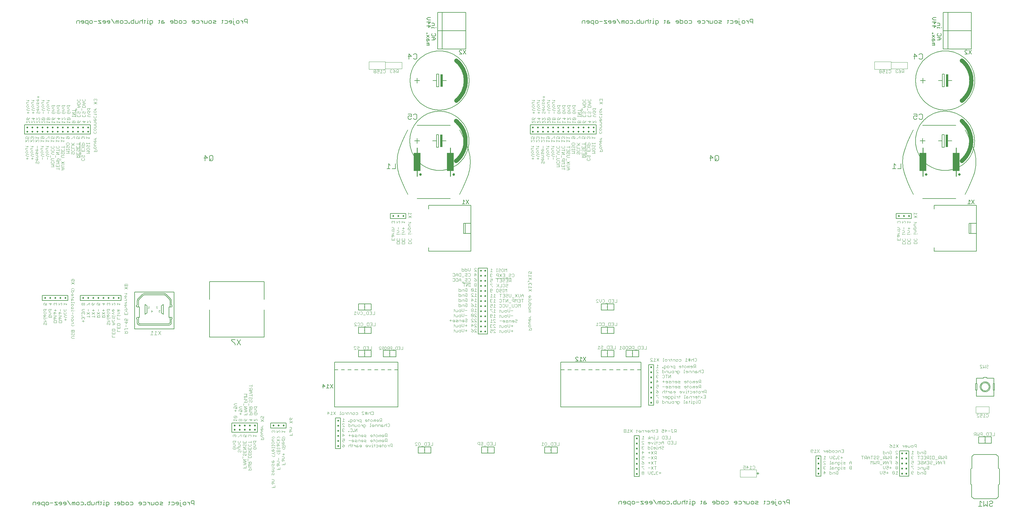
<source format=gbo>
G75*
G70*
%OFA0B0*%
%FSLAX24Y24*%
%IPPOS*%
%LPD*%
%AMOC8*
5,1,8,0,0,1.08239X$1,22.5*
%
%ADD10C,0.0050*%
%ADD11C,0.0040*%
%ADD12C,0.0100*%
%ADD13C,0.0060*%
%ADD14C,0.0070*%
%ADD15C,0.0500*%
%ADD16R,0.0250X0.1500*%
%ADD17R,0.0787X0.2165*%
%ADD18C,0.0138*%
%ADD19C,0.0080*%
%ADD20C,0.0020*%
%ADD21R,0.0079X0.0079*%
D10*
X046027Y017883D02*
X046027Y018333D01*
X046252Y018108D01*
X045952Y018108D01*
X046412Y017883D02*
X046713Y017883D01*
X046562Y017883D02*
X046562Y018333D01*
X046713Y018183D01*
X046873Y018333D02*
X047173Y017883D01*
X046873Y017883D02*
X047173Y018333D01*
X047378Y020058D02*
X047378Y020958D01*
X054878Y020958D01*
X054878Y020058D01*
X054483Y020058D01*
X054089Y020058D02*
X053693Y020058D01*
X053299Y020058D02*
X052904Y020058D01*
X052510Y020058D02*
X052114Y020058D01*
X051721Y020058D02*
X051325Y020058D01*
X050931Y020058D02*
X050536Y020058D01*
X050142Y020058D02*
X049746Y020058D01*
X049353Y020058D02*
X048957Y020058D01*
X048563Y020058D02*
X048168Y020058D01*
X047774Y020058D02*
X047378Y020058D01*
X047378Y015658D01*
X054878Y015658D01*
X054878Y020058D01*
X054656Y021601D02*
X053906Y021601D01*
X053906Y022351D01*
X053156Y022351D01*
X053156Y021601D01*
X053906Y021601D01*
X054656Y021601D02*
X054656Y022351D01*
X053906Y022351D01*
X051703Y022351D02*
X051703Y021601D01*
X050953Y021601D01*
X050953Y022351D01*
X050203Y022351D01*
X050203Y021601D01*
X050953Y021601D01*
X050953Y022351D02*
X051703Y022351D01*
X051703Y024357D02*
X051703Y025107D01*
X050953Y025107D01*
X050953Y024357D01*
X051703Y024357D01*
X050953Y024357D02*
X050203Y024357D01*
X050203Y025107D01*
X050953Y025107D01*
X050953Y027113D02*
X050203Y027113D01*
X050203Y027863D01*
X050953Y027863D01*
X050953Y027113D01*
X051703Y027113D01*
X051703Y027863D01*
X050953Y027863D01*
X058509Y034077D02*
X058509Y034510D01*
X058509Y034077D02*
X063509Y034077D01*
X063509Y036203D01*
X063509Y037384D01*
X062840Y037384D01*
X062643Y037384D01*
X062643Y036203D01*
X062840Y036203D01*
X062840Y037384D01*
X063509Y037384D02*
X063509Y039510D01*
X058509Y039510D01*
X058509Y039077D01*
X057147Y040316D02*
X061084Y040316D01*
X062489Y039694D02*
X062789Y039694D01*
X062639Y039694D02*
X062639Y040144D01*
X062789Y039994D01*
X062949Y040144D02*
X063249Y039694D01*
X062949Y039694D02*
X063249Y040144D01*
X063509Y036203D02*
X062840Y036203D01*
X055061Y046222D02*
X055354Y046985D01*
X055683Y047734D01*
X056045Y048466D01*
X057147Y048978D02*
X061084Y048978D01*
X055061Y046222D02*
X054996Y046032D01*
X054939Y045839D01*
X054891Y045644D01*
X054852Y045447D01*
X054822Y045248D01*
X054801Y045048D01*
X054788Y044848D01*
X054785Y044647D01*
X063170Y043072D02*
X063235Y043262D01*
X063292Y043455D01*
X063340Y043650D01*
X063379Y043847D01*
X063409Y044046D01*
X063430Y044246D01*
X063443Y044446D01*
X063446Y044647D01*
X055061Y043072D02*
X054996Y043262D01*
X054939Y043455D01*
X054891Y043650D01*
X054852Y043847D01*
X054822Y044046D01*
X054801Y044246D01*
X054788Y044446D01*
X054785Y044647D01*
X063170Y046222D02*
X063235Y046032D01*
X063292Y045839D01*
X063340Y045644D01*
X063379Y045447D01*
X063409Y045248D01*
X063430Y045048D01*
X063443Y044848D01*
X063446Y044647D01*
X056045Y040828D02*
X055683Y041560D01*
X055354Y042309D01*
X055061Y043072D01*
X063170Y046222D02*
X062877Y046985D01*
X062548Y047734D01*
X062186Y048466D01*
X063170Y043072D02*
X062877Y042309D01*
X062548Y041560D01*
X062186Y040828D01*
X078943Y027863D02*
X079693Y027863D01*
X079693Y027113D01*
X080443Y027113D01*
X080443Y027863D01*
X079693Y027863D01*
X078943Y027863D02*
X078943Y027113D01*
X079693Y027113D01*
X079693Y025107D02*
X078943Y025107D01*
X078943Y024357D01*
X079693Y024357D01*
X079693Y025107D01*
X080443Y025107D01*
X080443Y024357D01*
X079693Y024357D01*
X079693Y022351D02*
X078943Y022351D01*
X078943Y021601D01*
X079693Y021601D01*
X079693Y022351D01*
X080443Y022351D01*
X080443Y021601D01*
X079693Y021601D01*
X081896Y021601D02*
X081896Y022351D01*
X082646Y022351D01*
X082646Y021601D01*
X083396Y021601D01*
X083396Y022351D01*
X082646Y022351D01*
X082646Y021601D02*
X081896Y021601D01*
X083650Y020958D02*
X074150Y020958D01*
X074150Y020058D01*
X074150Y015658D01*
X083650Y015658D01*
X083650Y020058D01*
X083219Y020058D01*
X082825Y020058D02*
X082395Y020058D01*
X082001Y020058D02*
X081570Y020058D01*
X081176Y020058D02*
X080746Y020058D01*
X080352Y020058D02*
X079921Y020058D01*
X079527Y020058D02*
X079097Y020058D01*
X078703Y020058D02*
X078272Y020058D01*
X077879Y020058D02*
X077448Y020058D01*
X077054Y020058D02*
X076623Y020058D01*
X076230Y020058D02*
X075799Y020058D01*
X075405Y020058D02*
X074974Y020058D01*
X074581Y020058D02*
X074150Y020058D01*
X075910Y021108D02*
X076210Y021108D01*
X075910Y021408D01*
X075910Y021483D01*
X075985Y021558D01*
X076135Y021558D01*
X076210Y021483D01*
X076521Y021558D02*
X076521Y021108D01*
X076671Y021108D02*
X076370Y021108D01*
X076671Y021408D02*
X076521Y021558D01*
X076831Y021558D02*
X077131Y021108D01*
X076831Y021108D02*
X077131Y021558D01*
X083650Y020958D02*
X083650Y020058D01*
X073750Y010934D02*
X073000Y010934D01*
X073000Y010184D01*
X073750Y010184D01*
X073750Y010934D01*
X073000Y010934D02*
X072250Y010934D01*
X072250Y010184D01*
X073000Y010184D01*
X066270Y010184D02*
X066270Y010934D01*
X065520Y010934D01*
X065520Y010184D01*
X066270Y010184D01*
X065520Y010184D02*
X064770Y010184D01*
X064770Y010934D01*
X065520Y010934D01*
X058790Y010934D02*
X058790Y010184D01*
X058040Y010184D01*
X058040Y010934D01*
X057290Y010934D01*
X057290Y010184D01*
X058040Y010184D01*
X058040Y010934D02*
X058790Y010934D01*
X097365Y007797D02*
X097615Y007797D01*
X097490Y007922D02*
X097490Y007672D01*
X123341Y016917D02*
X123341Y017645D01*
X123262Y017645D01*
X123262Y018433D01*
X123341Y018433D01*
X123341Y019061D01*
X124181Y019061D01*
X124181Y019159D01*
X124575Y019159D01*
X124575Y019061D01*
X125416Y019061D01*
X125416Y018433D01*
X125494Y018433D01*
X125494Y017645D01*
X125416Y017645D01*
X125416Y016917D01*
X123341Y016917D01*
X123341Y017645D02*
X123420Y017645D01*
X123420Y018433D01*
X123341Y018433D01*
X123906Y018039D02*
X123908Y018082D01*
X123914Y018124D01*
X123924Y018166D01*
X123937Y018207D01*
X123954Y018247D01*
X123975Y018284D01*
X123999Y018320D01*
X124026Y018353D01*
X124056Y018384D01*
X124089Y018412D01*
X124124Y018437D01*
X124161Y018458D01*
X124200Y018476D01*
X124240Y018490D01*
X124282Y018501D01*
X124324Y018508D01*
X124367Y018511D01*
X124410Y018510D01*
X124453Y018505D01*
X124495Y018496D01*
X124536Y018484D01*
X124576Y018468D01*
X124614Y018448D01*
X124650Y018425D01*
X124684Y018398D01*
X124716Y018369D01*
X124744Y018337D01*
X124770Y018302D01*
X124792Y018266D01*
X124811Y018227D01*
X124826Y018187D01*
X124838Y018146D01*
X124846Y018103D01*
X124850Y018060D01*
X124850Y018018D01*
X124846Y017975D01*
X124838Y017932D01*
X124826Y017891D01*
X124811Y017851D01*
X124792Y017812D01*
X124770Y017776D01*
X124744Y017741D01*
X124716Y017709D01*
X124684Y017680D01*
X124650Y017653D01*
X124614Y017630D01*
X124576Y017610D01*
X124536Y017594D01*
X124495Y017582D01*
X124453Y017573D01*
X124410Y017568D01*
X124367Y017567D01*
X124324Y017570D01*
X124282Y017577D01*
X124240Y017588D01*
X124200Y017602D01*
X124161Y017620D01*
X124124Y017641D01*
X124089Y017666D01*
X124056Y017694D01*
X124026Y017725D01*
X123999Y017758D01*
X123975Y017794D01*
X123954Y017831D01*
X123937Y017871D01*
X123924Y017912D01*
X123914Y017954D01*
X123908Y017996D01*
X123906Y018039D01*
X123787Y018039D02*
X123789Y018087D01*
X123795Y018135D01*
X123805Y018182D01*
X123818Y018228D01*
X123836Y018273D01*
X123856Y018317D01*
X123881Y018359D01*
X123909Y018398D01*
X123939Y018435D01*
X123973Y018469D01*
X124010Y018501D01*
X124048Y018530D01*
X124089Y018555D01*
X124132Y018577D01*
X124177Y018595D01*
X124223Y018609D01*
X124270Y018620D01*
X124318Y018627D01*
X124366Y018630D01*
X124414Y018629D01*
X124462Y018624D01*
X124510Y018615D01*
X124556Y018603D01*
X124601Y018586D01*
X124645Y018566D01*
X124687Y018543D01*
X124727Y018516D01*
X124765Y018486D01*
X124800Y018453D01*
X124832Y018417D01*
X124862Y018379D01*
X124888Y018338D01*
X124910Y018295D01*
X124930Y018251D01*
X124945Y018206D01*
X124957Y018159D01*
X124965Y018111D01*
X124969Y018063D01*
X124969Y018015D01*
X124965Y017967D01*
X124957Y017919D01*
X124945Y017872D01*
X124930Y017827D01*
X124910Y017783D01*
X124888Y017740D01*
X124862Y017699D01*
X124832Y017661D01*
X124800Y017625D01*
X124765Y017592D01*
X124727Y017562D01*
X124687Y017535D01*
X124645Y017512D01*
X124601Y017492D01*
X124556Y017475D01*
X124510Y017463D01*
X124462Y017454D01*
X124414Y017449D01*
X124366Y017448D01*
X124318Y017451D01*
X124270Y017458D01*
X124223Y017469D01*
X124177Y017483D01*
X124132Y017501D01*
X124089Y017523D01*
X124048Y017548D01*
X124010Y017577D01*
X123973Y017609D01*
X123939Y017643D01*
X123909Y017680D01*
X123881Y017719D01*
X123856Y017761D01*
X123836Y017805D01*
X123818Y017850D01*
X123805Y017896D01*
X123795Y017943D01*
X123789Y017991D01*
X123787Y018039D01*
X125337Y018433D02*
X125416Y018433D01*
X125337Y018433D02*
X125337Y017645D01*
X125416Y017645D01*
X125128Y012115D02*
X124378Y012115D01*
X124378Y011365D01*
X125128Y011365D01*
X125128Y012115D01*
X124378Y012115D02*
X123628Y012115D01*
X123628Y011365D01*
X124378Y011365D01*
X123352Y034077D02*
X118352Y034077D01*
X118352Y034510D01*
X122485Y036203D02*
X122682Y036203D01*
X122682Y037384D01*
X122485Y037384D01*
X122485Y036203D01*
X122682Y036203D02*
X123352Y036203D01*
X123352Y037384D01*
X122682Y037384D01*
X123352Y037384D02*
X123352Y039510D01*
X118352Y039510D01*
X118352Y039077D01*
X116989Y040316D02*
X120926Y040316D01*
X122331Y039694D02*
X122632Y039694D01*
X122481Y039694D02*
X122481Y040144D01*
X122632Y039994D01*
X122792Y040144D02*
X123092Y039694D01*
X122792Y039694D02*
X123092Y040144D01*
X123352Y036203D02*
X123352Y034077D01*
X114903Y046222D02*
X115196Y046985D01*
X115525Y047734D01*
X115887Y048466D01*
X116989Y048978D02*
X120926Y048978D01*
X114903Y046222D02*
X114838Y046032D01*
X114781Y045839D01*
X114733Y045644D01*
X114694Y045447D01*
X114664Y045248D01*
X114643Y045048D01*
X114630Y044848D01*
X114627Y044647D01*
X123013Y043072D02*
X123078Y043262D01*
X123135Y043455D01*
X123183Y043650D01*
X123222Y043847D01*
X123252Y044046D01*
X123273Y044246D01*
X123286Y044446D01*
X123289Y044647D01*
X114903Y043072D02*
X114838Y043262D01*
X114781Y043455D01*
X114733Y043650D01*
X114694Y043847D01*
X114664Y044046D01*
X114643Y044246D01*
X114630Y044446D01*
X114627Y044647D01*
X123013Y046222D02*
X123078Y046032D01*
X123135Y045839D01*
X123183Y045644D01*
X123222Y045447D01*
X123252Y045248D01*
X123273Y045048D01*
X123286Y044848D01*
X123289Y044647D01*
X115887Y040828D02*
X115525Y041560D01*
X115196Y042309D01*
X114903Y043072D01*
X123013Y046222D02*
X122720Y046985D01*
X122391Y047734D01*
X122029Y048466D01*
X123013Y043072D02*
X122720Y042309D01*
X122391Y041560D01*
X122029Y040828D01*
X121994Y057441D02*
X122294Y057441D01*
X121994Y057741D01*
X121994Y057816D01*
X122069Y057891D01*
X122219Y057891D01*
X122294Y057816D01*
X122455Y057891D02*
X122755Y057441D01*
X122455Y057441D02*
X122755Y057891D01*
X122758Y058016D02*
X122758Y060181D01*
X119411Y060181D01*
X119411Y058016D01*
X119974Y058016D01*
X119974Y062347D01*
X119411Y062347D01*
X119411Y060181D01*
X119252Y060553D02*
X119177Y060553D01*
X119027Y060553D02*
X118726Y060553D01*
X118726Y060478D02*
X118726Y060628D01*
X118726Y060785D02*
X119027Y060785D01*
X119027Y061010D01*
X118952Y061085D01*
X118726Y061085D01*
X118577Y061229D02*
X118352Y061004D01*
X118352Y061304D01*
X118277Y061465D02*
X118126Y061615D01*
X118277Y061765D01*
X118577Y061765D01*
X118577Y061465D02*
X118277Y061465D01*
X118126Y061229D02*
X118577Y061229D01*
X118352Y060844D02*
X118352Y060544D01*
X118577Y060769D01*
X118126Y060769D01*
X118126Y059928D02*
X118126Y059853D01*
X118202Y059853D01*
X118202Y059928D01*
X118126Y059928D01*
X118126Y059693D02*
X118427Y059393D01*
X118352Y059233D02*
X118126Y059233D01*
X118126Y059008D01*
X118202Y058932D01*
X118277Y059008D01*
X118277Y059233D01*
X118352Y059233D02*
X118427Y059158D01*
X118427Y059008D01*
X118352Y058772D02*
X118126Y058772D01*
X118126Y058622D02*
X118352Y058622D01*
X118427Y058697D01*
X118352Y058772D01*
X118352Y058622D02*
X118427Y058547D01*
X118427Y058472D01*
X118126Y058472D01*
X118726Y059097D02*
X119027Y059097D01*
X119177Y059247D01*
X119027Y059397D01*
X118726Y059397D01*
X118802Y059557D02*
X118726Y059633D01*
X118726Y059783D01*
X118802Y059858D01*
X119102Y059858D02*
X119177Y059783D01*
X119177Y059633D01*
X119102Y059557D01*
X118802Y059557D01*
X118952Y059397D02*
X118952Y059097D01*
X118427Y059693D02*
X118126Y059393D01*
X119027Y060478D02*
X119027Y060553D01*
X119974Y062347D02*
X122758Y062347D01*
X122758Y060181D01*
X122758Y058016D02*
X119974Y058016D01*
X062915Y058016D02*
X062915Y060181D01*
X059569Y060181D01*
X059569Y058016D01*
X060131Y058016D01*
X060131Y062347D01*
X059569Y062347D01*
X059569Y060181D01*
X059409Y060553D02*
X059334Y060553D01*
X059184Y060553D02*
X058884Y060553D01*
X058884Y060478D02*
X058884Y060628D01*
X058884Y060785D02*
X059184Y060785D01*
X059184Y061010D01*
X059109Y061085D01*
X058884Y061085D01*
X058734Y061229D02*
X058509Y061004D01*
X058509Y061304D01*
X058434Y061465D02*
X058734Y061465D01*
X058734Y061229D02*
X058284Y061229D01*
X058434Y061465D02*
X058284Y061615D01*
X058434Y061765D01*
X058734Y061765D01*
X060131Y062347D02*
X062915Y062347D01*
X062915Y060181D01*
X062915Y058016D02*
X060131Y058016D01*
X059184Y059097D02*
X059334Y059247D01*
X059184Y059397D01*
X058884Y059397D01*
X058959Y059557D02*
X058884Y059633D01*
X058884Y059783D01*
X058959Y059858D01*
X059259Y059858D02*
X059334Y059783D01*
X059334Y059633D01*
X059259Y059557D01*
X058959Y059557D01*
X059109Y059397D02*
X059109Y059097D01*
X059184Y059097D02*
X058884Y059097D01*
X058584Y059158D02*
X058584Y059008D01*
X058584Y059158D02*
X058509Y059233D01*
X058284Y059233D01*
X058284Y059008D01*
X058359Y058932D01*
X058434Y059008D01*
X058434Y059233D01*
X058284Y059393D02*
X058584Y059693D01*
X058359Y059853D02*
X058359Y059928D01*
X058284Y059928D01*
X058284Y059853D01*
X058359Y059853D01*
X058284Y059693D02*
X058584Y059393D01*
X058509Y058772D02*
X058284Y058772D01*
X058284Y058622D02*
X058509Y058622D01*
X058584Y058697D01*
X058509Y058772D01*
X058509Y058622D02*
X058584Y058547D01*
X058584Y058472D01*
X058284Y058472D01*
X062152Y057816D02*
X062227Y057891D01*
X062377Y057891D01*
X062452Y057816D01*
X062612Y057891D02*
X062912Y057441D01*
X062612Y057441D02*
X062912Y057891D01*
X062452Y057441D02*
X062152Y057741D01*
X062152Y057816D01*
X062152Y057441D02*
X062452Y057441D01*
X059184Y060478D02*
X059184Y060553D01*
X058734Y060769D02*
X058509Y060544D01*
X058509Y060844D01*
X058284Y060769D02*
X058734Y060769D01*
D11*
X054920Y055577D02*
X054740Y055577D01*
X054680Y055517D01*
X054680Y055397D01*
X054740Y055337D01*
X054920Y055337D01*
X054800Y055337D02*
X054680Y055217D01*
X054552Y055277D02*
X054492Y055217D01*
X054372Y055217D01*
X054312Y055277D01*
X054312Y055337D01*
X054372Y055397D01*
X054552Y055397D01*
X054552Y055277D01*
X054552Y055397D02*
X054432Y055517D01*
X054312Y055577D01*
X054184Y055517D02*
X054124Y055577D01*
X054004Y055577D01*
X053944Y055517D01*
X053944Y055457D01*
X054004Y055397D01*
X053944Y055337D01*
X053944Y055277D01*
X054004Y055217D01*
X054124Y055217D01*
X054184Y055277D01*
X054064Y055397D02*
X054004Y055397D01*
X053369Y055492D02*
X053369Y055252D01*
X053309Y055192D01*
X053189Y055192D01*
X053128Y055252D01*
X053000Y055192D02*
X052760Y055192D01*
X052880Y055192D02*
X052880Y055552D01*
X053000Y055432D01*
X053128Y055492D02*
X053189Y055552D01*
X053309Y055552D01*
X053369Y055492D01*
X052632Y055552D02*
X052632Y055372D01*
X052512Y055432D01*
X052452Y055432D01*
X052392Y055372D01*
X052392Y055252D01*
X052452Y055192D01*
X052572Y055192D01*
X052632Y055252D01*
X052632Y055552D02*
X052392Y055552D01*
X052264Y055492D02*
X052264Y055432D01*
X052204Y055372D01*
X052084Y055372D01*
X052024Y055312D01*
X052024Y055252D01*
X052084Y055192D01*
X052204Y055192D01*
X052264Y055252D01*
X052264Y055312D01*
X052204Y055372D01*
X052084Y055372D02*
X052024Y055432D01*
X052024Y055492D01*
X052084Y055552D01*
X052204Y055552D01*
X052264Y055492D01*
X054920Y055577D02*
X054920Y055217D01*
X070760Y051976D02*
X070820Y051916D01*
X071060Y051916D01*
X071000Y051856D02*
X071000Y051976D01*
X071000Y051728D02*
X070760Y051728D01*
X070760Y051548D01*
X070820Y051488D01*
X071000Y051488D01*
X070940Y051360D02*
X071000Y051300D01*
X071000Y051180D01*
X070940Y051120D01*
X070820Y051120D01*
X070760Y051180D01*
X070760Y051300D01*
X070820Y051360D01*
X070940Y051360D01*
X070880Y050992D02*
X071120Y050992D01*
X070880Y050992D02*
X070760Y050871D01*
X070880Y050751D01*
X071120Y050751D01*
X070940Y050623D02*
X070940Y050383D01*
X071060Y050503D02*
X070820Y050503D01*
X071420Y050503D02*
X071660Y050503D01*
X071540Y050383D02*
X071540Y050623D01*
X071480Y050751D02*
X071360Y050871D01*
X071480Y050992D01*
X071720Y050992D01*
X071540Y051120D02*
X071420Y051120D01*
X071360Y051180D01*
X071360Y051300D01*
X071420Y051360D01*
X071540Y051360D01*
X071600Y051300D01*
X071600Y051180D01*
X071540Y051120D01*
X071600Y051488D02*
X071420Y051488D01*
X071360Y051548D01*
X071360Y051728D01*
X071600Y051728D01*
X071600Y051856D02*
X071600Y051976D01*
X071660Y051916D02*
X071420Y051916D01*
X071360Y051976D01*
X071960Y051916D02*
X072020Y051856D01*
X072140Y051856D01*
X072200Y051916D01*
X072200Y052036D01*
X072140Y052096D01*
X072080Y052096D01*
X072080Y051856D01*
X071960Y051916D02*
X071960Y052036D01*
X072140Y052225D02*
X072140Y052465D01*
X072260Y052345D02*
X072020Y052345D01*
X072020Y051728D02*
X072080Y051668D01*
X072080Y051548D01*
X072140Y051488D01*
X072200Y051548D01*
X072200Y051728D01*
X072020Y051728D02*
X071960Y051668D01*
X071960Y051488D01*
X071960Y051360D02*
X072140Y051360D01*
X072200Y051300D01*
X072200Y051120D01*
X071960Y051120D01*
X072080Y050992D02*
X072080Y050751D01*
X072020Y050751D02*
X072140Y050751D01*
X072200Y050811D01*
X072200Y050931D01*
X072140Y050992D01*
X072080Y050992D01*
X071960Y050931D02*
X071960Y050811D01*
X072020Y050751D01*
X072020Y050623D02*
X071960Y050563D01*
X071960Y050443D01*
X072020Y050383D01*
X072140Y050443D02*
X072140Y050563D01*
X072080Y050623D01*
X072020Y050623D01*
X072140Y050443D02*
X072200Y050383D01*
X072260Y050383D01*
X072320Y050443D01*
X072320Y050563D01*
X072260Y050623D01*
X072560Y050871D02*
X072680Y050992D01*
X072920Y050992D01*
X072740Y051120D02*
X072620Y051120D01*
X072560Y051180D01*
X072560Y051300D01*
X072620Y051360D01*
X072740Y051360D01*
X072800Y051300D01*
X072800Y051180D01*
X072740Y051120D01*
X072560Y050871D02*
X072680Y050751D01*
X072920Y050751D01*
X072740Y050623D02*
X072740Y050383D01*
X072620Y049887D02*
X072560Y049827D01*
X072560Y049706D01*
X072620Y049646D01*
X072860Y049887D01*
X072620Y049887D01*
X072860Y049887D02*
X072920Y049827D01*
X072920Y049706D01*
X072860Y049646D01*
X072620Y049646D01*
X072560Y049518D02*
X072560Y049278D01*
X072800Y049518D01*
X072860Y049518D01*
X072920Y049458D01*
X072920Y049338D01*
X072860Y049278D01*
X073160Y049278D02*
X073160Y049518D01*
X073160Y049398D02*
X073520Y049398D01*
X073400Y049278D01*
X073760Y049278D02*
X073760Y049518D01*
X073760Y049398D02*
X074120Y049398D01*
X074000Y049278D01*
X074360Y049278D02*
X074360Y049518D01*
X074360Y049398D02*
X074720Y049398D01*
X074600Y049278D01*
X074960Y049278D02*
X074960Y049518D01*
X074960Y049398D02*
X075320Y049398D01*
X075200Y049278D01*
X075560Y049278D02*
X075560Y049518D01*
X075560Y049398D02*
X075920Y049398D01*
X075800Y049278D01*
X076160Y049338D02*
X076220Y049278D01*
X076280Y049278D01*
X076340Y049338D01*
X076340Y049458D01*
X076280Y049518D01*
X076220Y049518D01*
X076160Y049458D01*
X076160Y049338D01*
X076340Y049338D02*
X076400Y049278D01*
X076460Y049278D01*
X076520Y049338D01*
X076520Y049458D01*
X076460Y049518D01*
X076400Y049518D01*
X076340Y049458D01*
X076760Y049458D02*
X076820Y049518D01*
X076880Y049518D01*
X076940Y049458D01*
X076940Y049278D01*
X076820Y049278D01*
X076760Y049338D01*
X076760Y049458D01*
X076940Y049278D02*
X077060Y049398D01*
X077120Y049518D01*
X077360Y049458D02*
X077720Y049458D01*
X077540Y049278D01*
X077540Y049518D01*
X077960Y049518D02*
X077960Y049278D01*
X078200Y049518D01*
X078260Y049518D01*
X078320Y049458D01*
X078320Y049338D01*
X078260Y049278D01*
X078735Y049372D02*
X078915Y049372D01*
X078975Y049312D01*
X078975Y049132D01*
X078735Y049132D01*
X078735Y049003D02*
X078915Y049003D01*
X078975Y048943D01*
X078975Y048763D01*
X078735Y048763D01*
X078795Y048635D02*
X078915Y048635D01*
X078975Y048575D01*
X078975Y048455D01*
X078915Y048395D01*
X078795Y048395D01*
X078735Y048455D01*
X078735Y048575D01*
X078795Y048635D01*
X078735Y048267D02*
X078735Y048087D01*
X078795Y048027D01*
X078915Y048027D01*
X078975Y048087D01*
X078975Y048267D01*
X078975Y047531D02*
X078975Y047471D01*
X078855Y047351D01*
X078735Y047351D02*
X078975Y047351D01*
X078915Y047223D02*
X078855Y047223D01*
X078855Y046983D01*
X078795Y046983D02*
X078915Y046983D01*
X078975Y047043D01*
X078975Y047163D01*
X078915Y047223D01*
X078735Y047163D02*
X078735Y047043D01*
X078795Y046983D01*
X078795Y046855D02*
X078975Y046855D01*
X078795Y046855D02*
X078735Y046795D01*
X078795Y046735D01*
X078735Y046675D01*
X078795Y046615D01*
X078975Y046615D01*
X078915Y046487D02*
X078975Y046427D01*
X078975Y046306D01*
X078915Y046246D01*
X078795Y046246D01*
X078735Y046306D01*
X078735Y046427D01*
X078795Y046487D01*
X078915Y046487D01*
X078915Y046118D02*
X078855Y046058D01*
X078855Y045878D01*
X078735Y045878D02*
X079095Y045878D01*
X079095Y046058D01*
X079035Y046118D01*
X078915Y046118D01*
X078220Y046119D02*
X078160Y046059D01*
X077920Y046059D01*
X077860Y046119D01*
X077860Y046239D01*
X077920Y046299D01*
X078160Y046299D01*
X078220Y046239D01*
X078220Y046119D01*
X078220Y045931D02*
X077860Y045931D01*
X077620Y045936D02*
X077260Y045936D01*
X077260Y046177D01*
X077260Y046305D02*
X077620Y046545D01*
X077620Y046673D02*
X077620Y046853D01*
X077560Y046913D01*
X077440Y046913D01*
X077380Y046853D01*
X077380Y046673D01*
X077260Y046673D02*
X077620Y046673D01*
X077860Y046608D02*
X077860Y046488D01*
X077920Y046428D01*
X078040Y046488D02*
X078040Y046608D01*
X077980Y046668D01*
X077920Y046668D01*
X077860Y046608D01*
X077860Y046796D02*
X077860Y046916D01*
X077860Y046856D02*
X078220Y046856D01*
X078220Y046796D02*
X078220Y046916D01*
X078160Y046668D02*
X078220Y046608D01*
X078220Y046488D01*
X078160Y046428D01*
X078100Y046428D01*
X078040Y046488D01*
X077620Y046305D02*
X077260Y046545D01*
X077020Y046545D02*
X077020Y046305D01*
X076660Y046305D01*
X076660Y046545D01*
X076840Y046425D02*
X076840Y046305D01*
X076780Y046177D02*
X076720Y046177D01*
X076660Y046117D01*
X076660Y045997D01*
X076720Y045936D01*
X076840Y045997D02*
X076840Y046117D01*
X076780Y046177D01*
X076960Y046177D02*
X077020Y046117D01*
X077020Y045997D01*
X076960Y045936D01*
X076900Y045936D01*
X076840Y045997D01*
X076660Y045808D02*
X076660Y045568D01*
X077020Y045568D01*
X077020Y045808D01*
X077200Y045808D02*
X077200Y045568D01*
X077320Y045440D02*
X077260Y045380D01*
X077260Y045260D01*
X077320Y045200D01*
X077320Y045072D02*
X077260Y045012D01*
X077260Y044892D01*
X077320Y044832D01*
X077560Y044832D01*
X077620Y044892D01*
X077620Y045012D01*
X077560Y045072D01*
X077560Y045200D02*
X077500Y045200D01*
X077440Y045260D01*
X077440Y045380D01*
X077380Y045440D01*
X077320Y045440D01*
X077560Y045440D02*
X077620Y045380D01*
X077620Y045260D01*
X077560Y045200D01*
X077100Y045180D02*
X077100Y047021D01*
X077020Y046913D02*
X077020Y046673D01*
X077020Y046793D02*
X076660Y046793D01*
X076420Y046673D02*
X076060Y046673D01*
X076180Y046673D02*
X076420Y046913D01*
X076240Y046733D02*
X076060Y046913D01*
X075820Y046853D02*
X075760Y046913D01*
X075520Y046913D01*
X075460Y046853D01*
X075460Y046733D01*
X075520Y046673D01*
X075760Y046673D01*
X075820Y046733D01*
X075820Y046853D01*
X075760Y046545D02*
X075820Y046485D01*
X075820Y046365D01*
X075760Y046305D01*
X075700Y046305D01*
X075640Y046365D01*
X075640Y046485D01*
X075580Y046545D01*
X075520Y046545D01*
X075460Y046485D01*
X075460Y046365D01*
X075520Y046305D01*
X075460Y046179D02*
X075460Y046059D01*
X075460Y046119D02*
X075820Y046119D01*
X075820Y046059D02*
X075820Y046179D01*
X075820Y045931D02*
X075460Y045931D01*
X075220Y045936D02*
X074860Y045936D01*
X074860Y046177D01*
X075040Y046057D02*
X075040Y045936D01*
X074980Y045808D02*
X074920Y045808D01*
X074860Y045748D01*
X074860Y045628D01*
X074920Y045568D01*
X074920Y045440D02*
X075220Y045440D01*
X075160Y045568D02*
X075100Y045568D01*
X075040Y045628D01*
X075040Y045748D01*
X074980Y045808D01*
X075160Y045808D02*
X075220Y045748D01*
X075220Y045628D01*
X075160Y045568D01*
X074920Y045440D02*
X074860Y045380D01*
X074860Y045260D01*
X074920Y045200D01*
X075220Y045200D01*
X074800Y045072D02*
X074800Y044832D01*
X074860Y044703D02*
X075220Y044463D01*
X075220Y044335D02*
X074920Y044335D01*
X074860Y044275D01*
X074860Y044155D01*
X074920Y044095D01*
X075220Y044095D01*
X075100Y043967D02*
X074860Y043967D01*
X075040Y043967D02*
X075040Y043727D01*
X075100Y043727D02*
X075220Y043847D01*
X075100Y043967D01*
X075100Y043727D02*
X074860Y043727D01*
X074620Y043727D02*
X074620Y043967D01*
X074620Y043847D02*
X074260Y043847D01*
X074260Y044095D02*
X074260Y044335D01*
X074260Y044463D02*
X074620Y044463D01*
X074500Y044583D01*
X074620Y044703D01*
X074260Y044703D01*
X074260Y044832D02*
X074620Y044832D01*
X074620Y045012D01*
X074560Y045072D01*
X074440Y045072D01*
X074380Y045012D01*
X074380Y044832D01*
X074020Y044832D02*
X073720Y044832D01*
X073660Y044892D01*
X073660Y045012D01*
X073720Y045072D01*
X074020Y045072D01*
X074200Y045200D02*
X074200Y045440D01*
X074260Y045568D02*
X074620Y045568D01*
X074260Y045808D01*
X074620Y045808D01*
X074620Y045936D02*
X074620Y046177D01*
X074620Y046057D02*
X074260Y046057D01*
X074020Y046117D02*
X074020Y045997D01*
X073960Y045936D01*
X073720Y045936D01*
X073660Y045997D01*
X073660Y046117D01*
X073720Y046177D01*
X073720Y046305D02*
X073660Y046365D01*
X073660Y046485D01*
X073720Y046545D01*
X073720Y046305D02*
X073960Y046305D01*
X074020Y046365D01*
X074020Y046485D01*
X073960Y046545D01*
X074260Y046485D02*
X074320Y046545D01*
X074260Y046485D02*
X074260Y046365D01*
X074320Y046305D01*
X074560Y046305D01*
X074620Y046365D01*
X074620Y046485D01*
X074560Y046545D01*
X074860Y046425D02*
X075220Y046425D01*
X075220Y046305D02*
X075220Y046545D01*
X075220Y046177D02*
X075220Y045936D01*
X075460Y045691D02*
X075820Y045691D01*
X075700Y045811D01*
X075820Y045931D01*
X076060Y045997D02*
X076060Y046117D01*
X076120Y046177D01*
X076060Y046305D02*
X076060Y046545D01*
X076060Y046305D02*
X076420Y046305D01*
X076360Y046177D02*
X076420Y046117D01*
X076420Y045997D01*
X076360Y045936D01*
X076120Y045936D01*
X076060Y045997D01*
X076120Y045808D02*
X076060Y045748D01*
X076060Y045628D01*
X076120Y045568D01*
X076240Y045628D02*
X076240Y045748D01*
X076180Y045808D01*
X076120Y045808D01*
X076240Y045628D02*
X076300Y045568D01*
X076360Y045568D01*
X076420Y045628D01*
X076420Y045748D01*
X076360Y045808D01*
X076660Y045440D02*
X076780Y045320D01*
X076780Y045380D02*
X076780Y045200D01*
X076660Y045200D02*
X077020Y045200D01*
X077020Y045380D01*
X076960Y045440D01*
X076840Y045440D01*
X076780Y045380D01*
X076840Y045568D02*
X076840Y045688D01*
X077440Y045936D02*
X077440Y046057D01*
X077620Y046177D02*
X077620Y045936D01*
X077860Y045691D02*
X078220Y045691D01*
X078100Y045811D01*
X078220Y045931D01*
X078100Y047410D02*
X078220Y047530D01*
X077860Y047530D01*
X077860Y047410D02*
X077860Y047650D01*
X077620Y047590D02*
X077560Y047650D01*
X077500Y047650D01*
X077440Y047590D01*
X077380Y047650D01*
X077320Y047650D01*
X077260Y047590D01*
X077260Y047470D01*
X077320Y047410D01*
X077440Y047530D02*
X077440Y047590D01*
X077620Y047590D02*
X077620Y047470D01*
X077560Y047410D01*
X077020Y047410D02*
X076840Y047410D01*
X076900Y047530D01*
X076900Y047590D01*
X076840Y047650D01*
X076720Y047650D01*
X076660Y047590D01*
X076660Y047470D01*
X076720Y047410D01*
X076420Y047410D02*
X076420Y047650D01*
X076360Y047650D01*
X076120Y047410D01*
X076060Y047410D01*
X075820Y047470D02*
X075760Y047410D01*
X075700Y047410D01*
X075640Y047470D01*
X075640Y047650D01*
X075520Y047650D02*
X075760Y047650D01*
X075820Y047590D01*
X075820Y047470D01*
X075520Y047410D02*
X075460Y047470D01*
X075460Y047590D01*
X075520Y047650D01*
X075220Y047530D02*
X074860Y047530D01*
X074860Y047410D02*
X074860Y047650D01*
X074620Y047590D02*
X074560Y047650D01*
X074500Y047650D01*
X074440Y047590D01*
X074380Y047650D01*
X074320Y047650D01*
X074260Y047590D01*
X074260Y047470D01*
X074320Y047410D01*
X074260Y047282D02*
X074260Y047041D01*
X074260Y047162D02*
X074620Y047162D01*
X074500Y047041D01*
X074860Y047041D02*
X074860Y047282D01*
X074860Y047162D02*
X075220Y047162D01*
X075100Y047041D01*
X075100Y047410D02*
X075220Y047530D01*
X074620Y047470D02*
X074620Y047590D01*
X074620Y047470D02*
X074560Y047410D01*
X074440Y047530D02*
X074440Y047590D01*
X074020Y047650D02*
X074020Y047410D01*
X073840Y047410D01*
X073900Y047530D01*
X073900Y047590D01*
X073840Y047650D01*
X073720Y047650D01*
X073660Y047590D01*
X073660Y047470D01*
X073720Y047410D01*
X073660Y047282D02*
X073660Y047041D01*
X073660Y047162D02*
X074020Y047162D01*
X073900Y047041D01*
X073420Y047162D02*
X073060Y047162D01*
X073060Y047282D02*
X073060Y047041D01*
X073300Y047041D02*
X073420Y047162D01*
X073420Y047410D02*
X073420Y047650D01*
X073360Y047650D01*
X073120Y047410D01*
X073060Y047410D01*
X072820Y047470D02*
X072760Y047410D01*
X072700Y047410D01*
X072640Y047470D01*
X072640Y047650D01*
X072520Y047650D02*
X072760Y047650D01*
X072820Y047590D01*
X072820Y047470D01*
X072520Y047410D02*
X072460Y047470D01*
X072460Y047590D01*
X072520Y047650D01*
X072220Y047530D02*
X071860Y047530D01*
X071860Y047410D02*
X071860Y047650D01*
X071620Y047590D02*
X071560Y047650D01*
X071500Y047650D01*
X071440Y047590D01*
X071380Y047650D01*
X071320Y047650D01*
X071260Y047590D01*
X071260Y047470D01*
X071320Y047410D01*
X071260Y047282D02*
X071260Y047041D01*
X071500Y047282D01*
X071560Y047282D01*
X071620Y047222D01*
X071620Y047101D01*
X071560Y047041D01*
X071860Y047041D02*
X072100Y047282D01*
X072160Y047282D01*
X072220Y047222D01*
X072220Y047101D01*
X072160Y047041D01*
X071860Y047041D02*
X071860Y047282D01*
X072100Y047410D02*
X072220Y047530D01*
X072460Y047282D02*
X072460Y047041D01*
X072460Y047162D02*
X072820Y047162D01*
X072700Y047041D01*
X072700Y046548D02*
X072700Y046428D01*
X072760Y046488D02*
X072520Y046488D01*
X072460Y046548D01*
X072460Y046299D02*
X072700Y046299D01*
X072700Y046059D02*
X072520Y046059D01*
X072460Y046119D01*
X072460Y046299D01*
X072520Y045931D02*
X072640Y045931D01*
X072700Y045871D01*
X072700Y045751D01*
X072640Y045691D01*
X072520Y045691D01*
X072460Y045751D01*
X072460Y045871D01*
X072520Y045931D01*
X072580Y045563D02*
X072820Y045563D01*
X072580Y045563D02*
X072460Y045443D01*
X072580Y045323D01*
X072820Y045323D01*
X072640Y045195D02*
X072640Y044954D01*
X072220Y044643D02*
X072160Y044703D01*
X072220Y044643D02*
X072220Y044523D01*
X072160Y044463D01*
X072100Y044463D01*
X072040Y044523D01*
X072040Y044643D01*
X071980Y044703D01*
X071920Y044703D01*
X071860Y044643D01*
X071860Y044523D01*
X071920Y044463D01*
X071920Y044832D02*
X072040Y044832D01*
X072100Y044892D01*
X072100Y045012D01*
X072040Y045072D01*
X071980Y045072D01*
X071980Y044832D01*
X071920Y044832D02*
X071860Y044892D01*
X071860Y045012D01*
X071860Y045200D02*
X072100Y045200D01*
X072100Y045380D01*
X072040Y045440D01*
X071860Y045440D01*
X071860Y045568D02*
X071860Y045748D01*
X071920Y045808D01*
X071980Y045748D01*
X071980Y045628D01*
X072040Y045568D01*
X072100Y045628D01*
X072100Y045808D01*
X072040Y045936D02*
X072100Y045997D01*
X072100Y046117D01*
X072040Y046177D01*
X071980Y046177D01*
X071980Y045936D01*
X071920Y045936D02*
X072040Y045936D01*
X071920Y045936D02*
X071860Y045997D01*
X071860Y046117D01*
X072040Y046305D02*
X072040Y046545D01*
X071560Y046488D02*
X071320Y046488D01*
X071260Y046548D01*
X071500Y046548D02*
X071500Y046428D01*
X071500Y046299D02*
X071260Y046299D01*
X071260Y046119D01*
X071320Y046059D01*
X071500Y046059D01*
X071440Y045931D02*
X071500Y045871D01*
X071500Y045751D01*
X071440Y045691D01*
X071320Y045691D01*
X071260Y045751D01*
X071260Y045871D01*
X071320Y045931D01*
X071440Y045931D01*
X071380Y045563D02*
X071620Y045563D01*
X071380Y045563D02*
X071260Y045443D01*
X071380Y045323D01*
X071620Y045323D01*
X071440Y045195D02*
X071440Y044954D01*
X071560Y045074D02*
X071320Y045074D01*
X070960Y045074D02*
X070720Y045074D01*
X070840Y044954D02*
X070840Y045195D01*
X070780Y045323D02*
X070660Y045443D01*
X070780Y045563D01*
X071020Y045563D01*
X070840Y045691D02*
X070720Y045691D01*
X070660Y045751D01*
X070660Y045871D01*
X070720Y045931D01*
X070840Y045931D01*
X070900Y045871D01*
X070900Y045751D01*
X070840Y045691D01*
X070900Y046059D02*
X070720Y046059D01*
X070660Y046119D01*
X070660Y046299D01*
X070900Y046299D01*
X070900Y046428D02*
X070900Y046548D01*
X070960Y046488D02*
X070720Y046488D01*
X070660Y046548D01*
X070660Y047041D02*
X070900Y047282D01*
X070960Y047282D01*
X071020Y047222D01*
X071020Y047101D01*
X070960Y047041D01*
X070660Y047041D02*
X070660Y047282D01*
X070720Y047410D02*
X070660Y047470D01*
X070660Y047590D01*
X070720Y047650D01*
X070840Y047650D01*
X070900Y047590D01*
X070900Y047530D01*
X070840Y047410D01*
X071020Y047410D01*
X071020Y047650D01*
X071440Y047590D02*
X071440Y047530D01*
X071560Y047410D02*
X071620Y047470D01*
X071620Y047590D01*
X073060Y046548D02*
X073120Y046488D01*
X073360Y046488D01*
X073300Y046428D02*
X073300Y046548D01*
X073300Y046299D02*
X073060Y046299D01*
X073060Y046119D01*
X073120Y046059D01*
X073300Y046059D01*
X073240Y045931D02*
X073300Y045871D01*
X073300Y045751D01*
X073240Y045691D01*
X073120Y045691D01*
X073060Y045751D01*
X073060Y045871D01*
X073120Y045931D01*
X073240Y045931D01*
X073180Y045563D02*
X073420Y045563D01*
X073600Y045440D02*
X073600Y045200D01*
X073420Y045323D02*
X073180Y045323D01*
X073060Y045443D01*
X073180Y045563D01*
X073240Y045195D02*
X073240Y044954D01*
X073660Y044643D02*
X073720Y044703D01*
X073660Y044643D02*
X073660Y044523D01*
X073720Y044463D01*
X073960Y044463D01*
X074020Y044523D01*
X074020Y044643D01*
X073960Y044703D01*
X074020Y044335D02*
X073660Y044335D01*
X073660Y044095D02*
X074020Y044095D01*
X073900Y044215D01*
X074020Y044335D01*
X074260Y044095D02*
X074620Y044095D01*
X074620Y044335D01*
X074440Y044215D02*
X074440Y044095D01*
X074860Y044463D02*
X075220Y044703D01*
X074020Y045568D02*
X073780Y045568D01*
X073660Y045688D01*
X073780Y045808D01*
X074020Y045808D01*
X074020Y046117D02*
X073960Y046177D01*
X071020Y045323D02*
X070780Y045323D01*
X077020Y047410D02*
X077020Y047650D01*
X075860Y049646D02*
X075620Y049646D01*
X075860Y049887D01*
X075620Y049887D01*
X075560Y049827D01*
X075560Y049706D01*
X075620Y049646D01*
X075860Y049646D02*
X075920Y049706D01*
X075920Y049827D01*
X075860Y049887D01*
X076160Y050015D02*
X076160Y050135D01*
X076160Y050075D02*
X076520Y050075D01*
X076520Y050015D02*
X076520Y050135D01*
X076520Y050260D02*
X076160Y050500D01*
X076520Y050500D01*
X076520Y050629D02*
X076520Y050869D01*
X076520Y050749D02*
X076160Y050749D01*
X075920Y050563D02*
X075920Y050443D01*
X075860Y050383D01*
X075620Y050383D01*
X075560Y050443D01*
X075560Y050563D01*
X075620Y050623D01*
X075740Y050623D01*
X075740Y050503D01*
X075860Y050623D02*
X075920Y050563D01*
X075800Y050751D02*
X075800Y050931D01*
X075740Y050992D01*
X075560Y050992D01*
X075620Y051120D02*
X075740Y051120D01*
X075800Y051180D01*
X075800Y051360D01*
X075920Y051360D02*
X075560Y051360D01*
X075560Y051180D01*
X075620Y051120D01*
X075560Y050751D02*
X075800Y050751D01*
X075320Y050563D02*
X075320Y050443D01*
X075260Y050383D01*
X075020Y050383D01*
X074960Y050443D01*
X074960Y050563D01*
X075020Y050623D01*
X075140Y050623D01*
X075140Y050503D01*
X075260Y050623D02*
X075320Y050563D01*
X075200Y050751D02*
X075200Y050931D01*
X075140Y050992D01*
X074960Y050992D01*
X075020Y051120D02*
X075140Y051120D01*
X075200Y051180D01*
X075200Y051360D01*
X075320Y051360D02*
X074960Y051360D01*
X074960Y051180D01*
X075020Y051120D01*
X074960Y050751D02*
X075200Y050751D01*
X074720Y050563D02*
X074720Y050443D01*
X074660Y050383D01*
X074420Y050383D01*
X074360Y050443D01*
X074360Y050563D01*
X074420Y050623D01*
X074540Y050623D01*
X074540Y050503D01*
X074660Y050623D02*
X074720Y050563D01*
X074600Y050751D02*
X074600Y050931D01*
X074540Y050992D01*
X074360Y050992D01*
X074420Y051120D02*
X074360Y051180D01*
X074360Y051360D01*
X074720Y051360D01*
X074600Y051360D02*
X074600Y051180D01*
X074540Y051120D01*
X074420Y051120D01*
X074360Y050751D02*
X074600Y050751D01*
X074120Y050563D02*
X074120Y050443D01*
X074060Y050383D01*
X073820Y050383D01*
X073760Y050443D01*
X073760Y050563D01*
X073820Y050623D01*
X073940Y050623D01*
X073940Y050503D01*
X074060Y050623D02*
X074120Y050563D01*
X074000Y050751D02*
X074000Y050931D01*
X073940Y050992D01*
X073760Y050992D01*
X073820Y051120D02*
X073940Y051120D01*
X074000Y051180D01*
X074000Y051360D01*
X074120Y051360D02*
X073760Y051360D01*
X073760Y051180D01*
X073820Y051120D01*
X073520Y050992D02*
X073280Y050992D01*
X073160Y050871D01*
X073280Y050751D01*
X073520Y050751D01*
X073340Y050623D02*
X073340Y050383D01*
X073280Y049887D02*
X073220Y049887D01*
X073160Y049827D01*
X073160Y049706D01*
X073220Y049646D01*
X073280Y049646D01*
X073340Y049706D01*
X073340Y049827D01*
X073280Y049887D01*
X073340Y049827D02*
X073400Y049887D01*
X073460Y049887D01*
X073520Y049827D01*
X073520Y049706D01*
X073460Y049646D01*
X073400Y049646D01*
X073340Y049706D01*
X073760Y049706D02*
X073760Y049827D01*
X073820Y049887D01*
X073880Y049887D01*
X073940Y049827D01*
X073940Y049646D01*
X073820Y049646D01*
X073760Y049706D01*
X073940Y049646D02*
X074060Y049766D01*
X074120Y049887D01*
X074360Y049827D02*
X074720Y049827D01*
X074540Y049646D01*
X074540Y049887D01*
X074960Y049887D02*
X074960Y049646D01*
X075200Y049887D01*
X075260Y049887D01*
X075320Y049827D01*
X075320Y049706D01*
X075260Y049646D01*
X076160Y050260D02*
X076520Y050260D01*
X076760Y050195D02*
X076820Y050255D01*
X076760Y050195D02*
X076760Y050075D01*
X076820Y050015D01*
X077060Y050015D01*
X077120Y050075D01*
X077120Y050195D01*
X077060Y050255D01*
X077060Y050383D02*
X077000Y050383D01*
X076940Y050443D01*
X076940Y050563D01*
X076880Y050623D01*
X076820Y050623D01*
X076760Y050563D01*
X076760Y050443D01*
X076820Y050383D01*
X077060Y050383D02*
X077120Y050443D01*
X077120Y050563D01*
X077060Y050623D01*
X077300Y050751D02*
X077300Y050992D01*
X077360Y051120D02*
X077360Y051300D01*
X077420Y051360D01*
X077660Y051360D01*
X077720Y051300D01*
X077720Y051120D01*
X077360Y051120D01*
X077120Y051240D02*
X077000Y051360D01*
X076760Y051360D01*
X076760Y051488D02*
X076760Y051668D01*
X076820Y051728D01*
X077060Y051728D01*
X077120Y051668D01*
X077120Y051488D01*
X076760Y051488D01*
X076940Y051360D02*
X076940Y051120D01*
X077000Y051120D02*
X077120Y051240D01*
X077000Y051120D02*
X076760Y051120D01*
X076700Y050992D02*
X076700Y050751D01*
X076600Y050977D02*
X076600Y049995D01*
X077360Y050075D02*
X077360Y050195D01*
X077420Y050255D01*
X077420Y050383D02*
X077360Y050443D01*
X077360Y050563D01*
X077420Y050623D01*
X077480Y050623D01*
X077540Y050563D01*
X077540Y050443D01*
X077600Y050383D01*
X077660Y050383D01*
X077720Y050443D01*
X077720Y050563D01*
X077660Y050623D01*
X077960Y050623D02*
X077960Y050443D01*
X078020Y050383D01*
X078140Y050383D01*
X078200Y050443D01*
X078200Y050623D01*
X078320Y050623D02*
X077960Y050623D01*
X078020Y050751D02*
X078140Y050751D01*
X078200Y050811D01*
X078200Y050992D01*
X078320Y050992D02*
X077960Y050992D01*
X077960Y050811D01*
X078020Y050751D01*
X078080Y050255D02*
X078320Y050255D01*
X078080Y050255D02*
X077960Y050135D01*
X078080Y050015D01*
X078320Y050015D01*
X078735Y049928D02*
X078735Y050108D01*
X078735Y049928D02*
X078795Y049868D01*
X078915Y049868D01*
X078975Y049928D01*
X078975Y050108D01*
X078975Y050236D02*
X078975Y050357D01*
X079035Y050297D02*
X078795Y050297D01*
X078735Y050357D01*
X078795Y050482D02*
X078735Y050542D01*
X078735Y050662D01*
X078795Y050722D01*
X078915Y050722D01*
X078975Y050662D01*
X078975Y050542D01*
X078915Y050482D01*
X078795Y050482D01*
X078735Y050850D02*
X078975Y050850D01*
X078855Y050850D02*
X078975Y050970D01*
X078975Y051030D01*
X079095Y051526D02*
X078735Y051766D01*
X078795Y051894D02*
X078735Y051954D01*
X078735Y052074D01*
X078795Y052134D01*
X078855Y052134D01*
X078915Y052074D01*
X078915Y052014D01*
X078915Y052074D02*
X078975Y052134D01*
X079035Y052134D01*
X079095Y052074D01*
X079095Y051954D01*
X079035Y051894D01*
X079095Y051766D02*
X078735Y051526D01*
X077720Y051608D02*
X077600Y051728D01*
X077360Y051728D01*
X077420Y051856D02*
X077360Y051916D01*
X077360Y052036D01*
X077420Y052096D01*
X077420Y051856D02*
X077660Y051856D01*
X077720Y051916D01*
X077720Y052036D01*
X077660Y052096D01*
X077540Y051728D02*
X077540Y051488D01*
X077600Y051488D02*
X077720Y051608D01*
X077600Y051488D02*
X077360Y051488D01*
X077060Y051856D02*
X076820Y051856D01*
X076760Y051916D01*
X076760Y052036D01*
X076820Y052096D01*
X077060Y052096D02*
X077120Y052036D01*
X077120Y051916D01*
X077060Y051856D01*
X077660Y050255D02*
X077720Y050195D01*
X077720Y050075D01*
X077660Y050015D01*
X077420Y050015D01*
X077360Y050075D01*
X078735Y049680D02*
X078735Y049560D01*
X078795Y049500D01*
X078915Y049500D01*
X078975Y049560D01*
X078975Y049680D01*
X078915Y049740D01*
X078855Y049740D01*
X078855Y049500D01*
X074000Y050751D02*
X073760Y050751D01*
X073340Y051120D02*
X073220Y051120D01*
X073160Y051180D01*
X073160Y051300D01*
X073220Y051360D01*
X073340Y051360D01*
X073400Y051300D01*
X073400Y051180D01*
X073340Y051120D01*
X073400Y051488D02*
X073220Y051488D01*
X073160Y051548D01*
X073160Y051728D01*
X073400Y051728D01*
X073400Y051856D02*
X073400Y051976D01*
X073460Y051916D02*
X073220Y051916D01*
X073160Y051976D01*
X072860Y051916D02*
X072620Y051916D01*
X072560Y051976D01*
X072800Y051976D02*
X072800Y051856D01*
X072800Y051728D02*
X072560Y051728D01*
X072560Y051548D01*
X072620Y051488D01*
X072800Y051488D01*
X071720Y050751D02*
X071480Y050751D01*
X071540Y049887D02*
X071540Y049646D01*
X071720Y049827D01*
X071360Y049827D01*
X071120Y049887D02*
X071060Y049766D01*
X070940Y049646D01*
X070940Y049827D01*
X070880Y049887D01*
X070820Y049887D01*
X070760Y049827D01*
X070760Y049706D01*
X070820Y049646D01*
X070940Y049646D01*
X071000Y049518D02*
X071060Y049518D01*
X071120Y049458D01*
X071120Y049338D01*
X071060Y049278D01*
X071000Y049518D02*
X070760Y049278D01*
X070760Y049518D01*
X071360Y049518D02*
X071360Y049278D01*
X071600Y049518D01*
X071660Y049518D01*
X071720Y049458D01*
X071720Y049338D01*
X071660Y049278D01*
X071960Y049278D02*
X072200Y049518D01*
X072260Y049518D01*
X072320Y049458D01*
X072320Y049338D01*
X072260Y049278D01*
X071960Y049278D02*
X071960Y049518D01*
X071960Y049646D02*
X072200Y049887D01*
X072260Y049887D01*
X072320Y049827D01*
X072320Y049706D01*
X072260Y049646D01*
X071960Y049646D02*
X071960Y049887D01*
X056471Y038550D02*
X056110Y038550D01*
X056110Y038430D02*
X056110Y038670D01*
X056351Y038430D02*
X056471Y038550D01*
X056471Y038302D02*
X056110Y038061D01*
X056110Y038302D02*
X056471Y038061D01*
X056351Y037568D02*
X056351Y037447D01*
X056411Y037508D02*
X056170Y037508D01*
X056110Y037568D01*
X056110Y037319D02*
X056351Y037319D01*
X056351Y037079D02*
X056170Y037079D01*
X056110Y037139D01*
X056110Y037319D01*
X056170Y036951D02*
X056110Y036891D01*
X056110Y036711D01*
X055990Y036711D02*
X056351Y036711D01*
X056351Y036891D01*
X056291Y036951D01*
X056170Y036951D01*
X056110Y036583D02*
X056291Y036583D01*
X056351Y036523D01*
X056351Y036343D01*
X056110Y036343D01*
X056110Y036217D02*
X056110Y036097D01*
X056110Y036157D02*
X056351Y036157D01*
X056351Y036097D01*
X056471Y036157D02*
X056531Y036157D01*
X056411Y035601D02*
X056471Y035541D01*
X056471Y035420D01*
X056411Y035360D01*
X056170Y035360D01*
X056110Y035420D01*
X056110Y035541D01*
X056170Y035601D01*
X056170Y035232D02*
X056411Y035232D01*
X056471Y035172D01*
X056471Y034992D01*
X056110Y034992D01*
X056110Y035172D01*
X056170Y035232D01*
X055696Y035148D02*
X055696Y034968D01*
X055335Y034968D01*
X055335Y035148D01*
X055395Y035209D01*
X055636Y035209D01*
X055696Y035148D01*
X055636Y035337D02*
X055395Y035337D01*
X055335Y035397D01*
X055335Y035517D01*
X055395Y035577D01*
X055636Y035577D02*
X055696Y035517D01*
X055696Y035397D01*
X055636Y035337D01*
X055096Y035397D02*
X055036Y035337D01*
X054795Y035337D01*
X054735Y035397D01*
X054735Y035517D01*
X054795Y035577D01*
X055036Y035577D02*
X055096Y035517D01*
X055096Y035397D01*
X055036Y035209D02*
X055096Y035148D01*
X055096Y034968D01*
X054735Y034968D01*
X054735Y035148D01*
X054795Y035209D01*
X055036Y035209D01*
X054496Y035398D02*
X054135Y035398D01*
X054135Y035638D01*
X054195Y035766D02*
X054256Y035826D01*
X054256Y036007D01*
X054316Y036007D02*
X054135Y036007D01*
X054135Y035826D01*
X054195Y035766D01*
X054376Y035826D02*
X054376Y035946D01*
X054316Y036007D01*
X054376Y036135D02*
X054135Y036135D01*
X054256Y036135D02*
X054376Y036255D01*
X054376Y036315D01*
X054376Y036442D02*
X054376Y036562D01*
X054436Y036502D02*
X054195Y036502D01*
X054135Y036562D01*
X054135Y036687D02*
X054496Y036687D01*
X054376Y036747D02*
X054376Y036867D01*
X054316Y036927D01*
X054135Y036927D01*
X054316Y036687D02*
X054376Y036747D01*
X054735Y036559D02*
X054916Y036559D01*
X054976Y036499D01*
X054976Y036319D01*
X054735Y036319D01*
X054735Y036193D02*
X054735Y036073D01*
X054735Y036133D02*
X054976Y036133D01*
X054976Y036073D01*
X055096Y036133D02*
X055156Y036133D01*
X055335Y036133D02*
X055576Y036133D01*
X055576Y036073D01*
X055696Y036133D02*
X055756Y036133D01*
X055576Y036319D02*
X055576Y036499D01*
X055516Y036559D01*
X055335Y036559D01*
X055516Y036687D02*
X055516Y036927D01*
X055636Y036807D02*
X055395Y036807D01*
X055335Y036319D02*
X055576Y036319D01*
X055335Y036193D02*
X055335Y036073D01*
X054916Y036687D02*
X054916Y036927D01*
X055036Y037424D02*
X055096Y037484D01*
X055096Y037604D01*
X055036Y037664D01*
X054976Y037664D01*
X054735Y037424D01*
X054735Y037664D01*
X054496Y037604D02*
X054436Y037664D01*
X054376Y037664D01*
X054316Y037604D01*
X054256Y037664D01*
X054195Y037664D01*
X054135Y037604D01*
X054135Y037484D01*
X054195Y037424D01*
X054316Y037544D02*
X054316Y037604D01*
X054496Y037604D02*
X054496Y037484D01*
X054436Y037424D01*
X055335Y037424D02*
X055335Y037664D01*
X055335Y037544D02*
X055696Y037544D01*
X055576Y037424D01*
X054496Y035638D02*
X054496Y035398D01*
X054316Y035398D02*
X054316Y035518D01*
X061352Y031417D02*
X061412Y031477D01*
X061532Y031477D01*
X061592Y031417D01*
X061592Y031177D01*
X061532Y031117D01*
X061412Y031117D01*
X061352Y031177D01*
X061412Y030877D02*
X061532Y030877D01*
X061592Y030817D01*
X061592Y030577D01*
X061532Y030517D01*
X061412Y030517D01*
X061352Y030577D01*
X061352Y030817D02*
X061412Y030877D01*
X061720Y030817D02*
X061780Y030877D01*
X061961Y030877D01*
X061961Y030517D01*
X061780Y030517D01*
X061720Y030577D01*
X061720Y030817D01*
X061720Y031117D02*
X061720Y031357D01*
X061840Y031477D01*
X061961Y031357D01*
X061961Y031117D01*
X062089Y031177D02*
X062089Y031417D01*
X062149Y031477D01*
X062329Y031477D01*
X062329Y031117D01*
X062149Y031117D01*
X062089Y031177D01*
X061961Y031297D02*
X061720Y031297D01*
X062209Y030877D02*
X062089Y030757D01*
X062089Y030517D01*
X062089Y030697D02*
X062329Y030697D01*
X062329Y030757D02*
X062209Y030877D01*
X062329Y030757D02*
X062329Y030517D01*
X062457Y030457D02*
X062697Y030457D01*
X062825Y030577D02*
X062885Y030517D01*
X063005Y030517D01*
X063065Y030577D01*
X063194Y030577D02*
X063254Y030517D01*
X063374Y030517D01*
X063434Y030577D01*
X063434Y030817D01*
X063374Y030877D01*
X063254Y030877D01*
X063194Y030817D01*
X063065Y030817D02*
X063065Y030757D01*
X063005Y030697D01*
X062885Y030697D01*
X062825Y030637D01*
X062825Y030577D01*
X062825Y030817D02*
X062885Y030877D01*
X063005Y030877D01*
X063065Y030817D01*
X063005Y031117D02*
X063065Y031177D01*
X063005Y031117D02*
X062885Y031117D01*
X062825Y031177D01*
X062825Y031237D01*
X062885Y031297D01*
X063005Y031297D01*
X063065Y031357D01*
X063065Y031417D01*
X063005Y031477D01*
X062885Y031477D01*
X062825Y031417D01*
X062825Y031717D02*
X063005Y031717D01*
X063065Y031777D01*
X063065Y031897D01*
X063005Y031957D01*
X062825Y031957D01*
X062825Y032077D02*
X062825Y031717D01*
X062697Y031777D02*
X062697Y031897D01*
X062637Y031957D01*
X062457Y031957D01*
X062457Y032077D02*
X062457Y031717D01*
X062637Y031717D01*
X062697Y031777D01*
X063194Y031837D02*
X063194Y032077D01*
X063434Y032077D02*
X063434Y031837D01*
X063314Y031717D01*
X063194Y031837D01*
X063254Y031477D02*
X063374Y031477D01*
X063434Y031417D01*
X063434Y031177D01*
X063374Y031117D01*
X063254Y031117D01*
X063194Y031177D01*
X063194Y031417D02*
X063254Y031477D01*
X062697Y031057D02*
X062457Y031057D01*
X062472Y030357D02*
X063454Y030357D01*
X063434Y030277D02*
X063314Y030277D01*
X063374Y030277D02*
X063374Y029917D01*
X063434Y029917D02*
X063314Y029917D01*
X063188Y029917D02*
X063188Y030277D01*
X062948Y029917D01*
X062948Y030277D01*
X062820Y030277D02*
X062580Y030277D01*
X062700Y030277D02*
X062700Y029917D01*
X062885Y029677D02*
X063005Y029677D01*
X063065Y029617D01*
X063065Y029377D01*
X063005Y029317D01*
X062885Y029317D01*
X062825Y029377D01*
X062825Y029497D01*
X062945Y029497D01*
X062825Y029617D02*
X062885Y029677D01*
X062697Y029557D02*
X062517Y029557D01*
X062457Y029497D01*
X062457Y029317D01*
X062329Y029377D02*
X062329Y029497D01*
X062269Y029557D01*
X062089Y029557D01*
X062089Y029677D02*
X062089Y029317D01*
X062269Y029317D01*
X062329Y029377D01*
X062697Y029317D02*
X062697Y029557D01*
X062885Y029077D02*
X063005Y029077D01*
X063065Y029017D01*
X063065Y028777D01*
X063005Y028717D01*
X062885Y028717D01*
X062825Y028777D01*
X062825Y028897D01*
X062945Y028897D01*
X062825Y029017D02*
X062885Y029077D01*
X062697Y028957D02*
X062517Y028957D01*
X062457Y028897D01*
X062457Y028717D01*
X062329Y028777D02*
X062329Y028897D01*
X062269Y028957D01*
X062089Y028957D01*
X062089Y029077D02*
X062089Y028717D01*
X062269Y028717D01*
X062329Y028777D01*
X062697Y028717D02*
X062697Y028957D01*
X062885Y028477D02*
X063005Y028477D01*
X063065Y028417D01*
X063065Y028177D01*
X063005Y028117D01*
X062885Y028117D01*
X062825Y028177D01*
X062825Y028297D01*
X062945Y028297D01*
X062825Y028417D02*
X062885Y028477D01*
X062697Y028357D02*
X062517Y028357D01*
X062457Y028297D01*
X062457Y028117D01*
X062329Y028177D02*
X062329Y028297D01*
X062269Y028357D01*
X062089Y028357D01*
X062089Y028477D02*
X062089Y028117D01*
X062269Y028117D01*
X062329Y028177D01*
X062697Y028117D02*
X062697Y028357D01*
X062885Y027877D02*
X063005Y027877D01*
X063065Y027817D01*
X063065Y027577D01*
X063005Y027517D01*
X062885Y027517D01*
X062825Y027577D01*
X062825Y027697D01*
X062945Y027697D01*
X062825Y027817D02*
X062885Y027877D01*
X062697Y027757D02*
X062517Y027757D01*
X062457Y027697D01*
X062457Y027517D01*
X062329Y027577D02*
X062329Y027697D01*
X062269Y027757D01*
X062089Y027757D01*
X062089Y027877D02*
X062089Y027517D01*
X062269Y027517D01*
X062329Y027577D01*
X062457Y027277D02*
X062457Y027037D01*
X062577Y026917D01*
X062697Y027037D01*
X062697Y027277D01*
X062825Y027097D02*
X063065Y027097D01*
X063562Y027037D02*
X063622Y027097D01*
X063742Y027097D01*
X063802Y027157D01*
X063802Y027217D01*
X063742Y027277D01*
X063622Y027277D01*
X063562Y027217D01*
X063562Y027157D01*
X063622Y027097D01*
X063562Y027037D02*
X063562Y026977D01*
X063622Y026917D01*
X063742Y026917D01*
X063802Y026977D01*
X063802Y027037D01*
X063742Y027097D01*
X063930Y026917D02*
X064170Y026917D01*
X064050Y026917D02*
X064050Y027277D01*
X064170Y027157D01*
X064170Y027517D02*
X063930Y027517D01*
X064050Y027517D02*
X064050Y027877D01*
X064170Y027757D01*
X064170Y028117D02*
X063930Y028117D01*
X064050Y028117D02*
X064050Y028477D01*
X064170Y028357D01*
X064170Y028717D02*
X063930Y028717D01*
X064050Y028717D02*
X064050Y029077D01*
X064170Y028957D01*
X064170Y029317D02*
X063930Y029317D01*
X064050Y029317D02*
X064050Y029677D01*
X064170Y029557D01*
X064110Y029917D02*
X064170Y029977D01*
X064170Y030037D01*
X064110Y030097D01*
X063990Y030097D01*
X063930Y030037D01*
X063930Y029977D01*
X063990Y029917D01*
X064110Y029917D01*
X064110Y030097D02*
X064170Y030157D01*
X064170Y030217D01*
X064110Y030277D01*
X063990Y030277D01*
X063930Y030217D01*
X063930Y030157D01*
X063990Y030097D01*
X063990Y030517D02*
X063930Y030577D01*
X063930Y030637D01*
X063990Y030697D01*
X064170Y030697D01*
X064170Y030577D01*
X064110Y030517D01*
X063990Y030517D01*
X064170Y030697D02*
X064050Y030817D01*
X063930Y030877D01*
X063990Y031117D02*
X063990Y031477D01*
X064170Y031297D01*
X063930Y031297D01*
X063930Y031717D02*
X064170Y031717D01*
X063930Y031957D01*
X063930Y032017D01*
X063990Y032077D01*
X064110Y032077D01*
X064170Y032017D01*
X065799Y031667D02*
X066039Y031667D01*
X065919Y031667D02*
X065919Y032027D01*
X066039Y031907D01*
X065979Y031427D02*
X065859Y031427D01*
X065799Y031367D01*
X065799Y031307D01*
X065859Y031247D01*
X065799Y031187D01*
X065799Y031127D01*
X065859Y031067D01*
X065979Y031067D01*
X066039Y031127D01*
X065919Y031247D02*
X065859Y031247D01*
X066039Y031367D02*
X065979Y031427D01*
X066535Y031367D02*
X066535Y031247D01*
X066595Y031187D01*
X066775Y031187D01*
X066775Y031067D02*
X066775Y031427D01*
X066595Y031427D01*
X066535Y031367D01*
X066532Y031667D02*
X066653Y031667D01*
X066593Y031667D02*
X066593Y032027D01*
X066653Y032027D02*
X066532Y032027D01*
X066781Y031967D02*
X066841Y032027D01*
X066961Y032027D01*
X067021Y031967D01*
X067021Y031907D01*
X066961Y031847D01*
X066841Y031847D01*
X066781Y031787D01*
X066781Y031727D01*
X066841Y031667D01*
X066961Y031667D01*
X067021Y031727D01*
X067149Y031727D02*
X067149Y031967D01*
X067209Y032027D01*
X067329Y032027D01*
X067389Y031967D01*
X067389Y031727D01*
X067329Y031667D01*
X067209Y031667D01*
X067149Y031727D01*
X067144Y031427D02*
X066903Y031067D01*
X066903Y030827D02*
X067144Y030827D01*
X067144Y030467D01*
X066903Y030467D01*
X067024Y030647D02*
X067144Y030647D01*
X067272Y030587D02*
X067272Y030527D01*
X067332Y030467D01*
X067452Y030467D01*
X067512Y030527D01*
X067452Y030647D02*
X067332Y030647D01*
X067272Y030587D01*
X067272Y030767D02*
X067332Y030827D01*
X067452Y030827D01*
X067512Y030767D01*
X067512Y030707D01*
X067452Y030647D01*
X067640Y030467D02*
X067880Y030467D01*
X067880Y030827D01*
X067640Y030827D01*
X067640Y031007D02*
X067880Y031007D01*
X068008Y031127D02*
X068068Y031067D01*
X068189Y031067D01*
X068249Y031127D01*
X068377Y031127D02*
X068437Y031067D01*
X068557Y031067D01*
X068617Y031127D01*
X068617Y031367D01*
X068557Y031427D01*
X068437Y031427D01*
X068377Y031367D01*
X068249Y031367D02*
X068249Y031307D01*
X068189Y031247D01*
X068068Y031247D01*
X068008Y031187D01*
X068008Y031127D01*
X068008Y031367D02*
X068068Y031427D01*
X068189Y031427D01*
X068249Y031367D01*
X068269Y030907D02*
X066427Y030907D01*
X066535Y030827D02*
X066775Y030827D01*
X066655Y030827D02*
X066655Y030467D01*
X066535Y030227D02*
X066775Y029987D01*
X066715Y030047D02*
X066535Y029867D01*
X066775Y029867D02*
X066775Y030227D01*
X067144Y030227D02*
X067144Y029867D01*
X066903Y029867D01*
X066964Y029627D02*
X067084Y029627D01*
X067144Y029567D01*
X067144Y029507D01*
X067084Y029447D01*
X066964Y029447D01*
X066903Y029387D01*
X066903Y029327D01*
X066964Y029267D01*
X067084Y029267D01*
X067144Y029327D01*
X067269Y029267D02*
X067389Y029267D01*
X067329Y029267D02*
X067329Y029627D01*
X067389Y029627D02*
X067269Y029627D01*
X067332Y029867D02*
X067272Y029927D01*
X067332Y029867D02*
X067452Y029867D01*
X067512Y029927D01*
X067512Y030167D01*
X067452Y030227D01*
X067332Y030227D01*
X067272Y030167D01*
X067640Y030167D02*
X067700Y030227D01*
X067820Y030227D01*
X067880Y030167D01*
X067880Y030107D01*
X067820Y030047D01*
X067700Y030047D01*
X067640Y029987D01*
X067640Y029927D01*
X067700Y029867D01*
X067820Y029867D01*
X067880Y029927D01*
X067758Y029627D02*
X067637Y029507D01*
X067517Y029627D01*
X067517Y029267D01*
X067512Y029027D02*
X067512Y028667D01*
X067272Y028667D01*
X067392Y028847D02*
X067512Y028847D01*
X067640Y028787D02*
X067640Y028727D01*
X067700Y028667D01*
X067820Y028667D01*
X067880Y028727D01*
X068008Y028727D02*
X068008Y029027D01*
X067880Y028967D02*
X067880Y028907D01*
X067820Y028847D01*
X067700Y028847D01*
X067640Y028787D01*
X067640Y028967D02*
X067700Y029027D01*
X067820Y029027D01*
X067880Y028967D01*
X068008Y028727D02*
X068068Y028667D01*
X068189Y028667D01*
X068249Y028727D01*
X068249Y029027D01*
X068377Y028607D02*
X068617Y028607D01*
X068745Y028667D02*
X068985Y029027D01*
X069113Y029027D02*
X069113Y028727D01*
X069173Y028667D01*
X069294Y028667D01*
X069354Y028727D01*
X069354Y029027D01*
X069482Y028907D02*
X069602Y029027D01*
X069722Y028907D01*
X069722Y028667D01*
X069722Y028847D02*
X069482Y028847D01*
X069482Y028907D02*
X069482Y028667D01*
X069482Y028427D02*
X069722Y028427D01*
X069602Y028427D02*
X069602Y028067D01*
X069354Y028067D02*
X069113Y028067D01*
X068985Y028067D02*
X068985Y028427D01*
X068865Y028307D01*
X068745Y028427D01*
X068745Y028067D01*
X068617Y028067D02*
X068617Y028427D01*
X068437Y028427D01*
X068377Y028367D01*
X068377Y028247D01*
X068437Y028187D01*
X068617Y028187D01*
X068617Y027827D02*
X068617Y027527D01*
X068557Y027467D01*
X068437Y027467D01*
X068377Y027527D01*
X068377Y027827D01*
X068249Y028007D02*
X068008Y028007D01*
X067880Y028067D02*
X067880Y028427D01*
X067640Y028067D01*
X067640Y028427D01*
X067512Y028427D02*
X067272Y028427D01*
X067392Y028427D02*
X067392Y028067D01*
X067452Y027827D02*
X067512Y027767D01*
X067512Y027527D01*
X067452Y027467D01*
X067332Y027467D01*
X067272Y027527D01*
X067144Y027527D02*
X067084Y027467D01*
X066964Y027467D01*
X066903Y027527D01*
X066903Y027767D02*
X066964Y027827D01*
X067084Y027827D01*
X067144Y027767D01*
X067144Y027527D01*
X067272Y027767D02*
X067332Y027827D01*
X067452Y027827D01*
X067640Y027827D02*
X067640Y027587D01*
X067760Y027467D01*
X067880Y027587D01*
X067880Y027827D01*
X068008Y027407D02*
X068249Y027407D01*
X068126Y027227D02*
X068126Y026987D01*
X068006Y026867D01*
X067886Y026987D01*
X067886Y027227D01*
X067758Y027047D02*
X067758Y026927D01*
X067697Y026867D01*
X067577Y026867D01*
X067517Y026927D01*
X067517Y027047D01*
X067577Y027107D01*
X067697Y027107D01*
X067758Y027047D01*
X067389Y027107D02*
X067389Y026927D01*
X067329Y026867D01*
X067149Y026867D01*
X067149Y027107D01*
X067021Y027107D02*
X066901Y027107D01*
X066961Y027167D02*
X066961Y026927D01*
X066901Y026867D01*
X066961Y026567D02*
X066961Y026327D01*
X066901Y026267D01*
X066901Y026507D02*
X067021Y026507D01*
X067149Y026507D02*
X067149Y026267D01*
X067329Y026267D01*
X067389Y026327D01*
X067389Y026507D01*
X067517Y026447D02*
X067577Y026507D01*
X067697Y026507D01*
X067758Y026447D01*
X067758Y026327D01*
X067697Y026267D01*
X067577Y026267D01*
X067517Y026327D01*
X067517Y026447D01*
X067886Y026387D02*
X067886Y026627D01*
X068126Y026627D02*
X068126Y026387D01*
X068006Y026267D01*
X067886Y026387D01*
X068254Y026447D02*
X068494Y026447D01*
X068805Y026027D02*
X068925Y026027D01*
X068985Y025967D01*
X068985Y025907D01*
X068925Y025847D01*
X068805Y025847D01*
X068745Y025787D01*
X068745Y025727D01*
X068805Y025667D01*
X068925Y025667D01*
X068985Y025727D01*
X068745Y025967D02*
X068805Y026027D01*
X068617Y025847D02*
X068557Y025907D01*
X068437Y025907D01*
X068377Y025847D01*
X068377Y025787D01*
X068617Y025787D01*
X068617Y025727D02*
X068617Y025847D01*
X068617Y025727D02*
X068557Y025667D01*
X068437Y025667D01*
X068249Y025667D02*
X068249Y025907D01*
X068068Y025907D01*
X068008Y025847D01*
X068008Y025667D01*
X067880Y025667D02*
X067700Y025667D01*
X067640Y025727D01*
X067700Y025787D01*
X067820Y025787D01*
X067880Y025847D01*
X067820Y025907D01*
X067640Y025907D01*
X067512Y025847D02*
X067452Y025907D01*
X067332Y025907D01*
X067272Y025847D01*
X067272Y025787D01*
X067512Y025787D01*
X067512Y025727D02*
X067512Y025847D01*
X067512Y025727D02*
X067452Y025667D01*
X067332Y025667D01*
X067144Y025847D02*
X066903Y025847D01*
X066961Y025367D02*
X066961Y025127D01*
X066901Y025067D01*
X066901Y025307D02*
X067021Y025307D01*
X067149Y025307D02*
X067149Y025067D01*
X067329Y025067D01*
X067389Y025127D01*
X067389Y025307D01*
X067517Y025247D02*
X067577Y025307D01*
X067697Y025307D01*
X067758Y025247D01*
X067758Y025127D01*
X067697Y025067D01*
X067577Y025067D01*
X067517Y025127D01*
X067517Y025247D01*
X067886Y025187D02*
X068006Y025067D01*
X068126Y025187D01*
X068126Y025427D01*
X068254Y025247D02*
X068494Y025247D01*
X068374Y025367D02*
X068374Y025127D01*
X068374Y024767D02*
X068374Y024527D01*
X068494Y024647D02*
X068254Y024647D01*
X068126Y024587D02*
X068006Y024467D01*
X067886Y024587D01*
X067886Y024827D01*
X067758Y024647D02*
X067758Y024527D01*
X067697Y024467D01*
X067577Y024467D01*
X067517Y024527D01*
X067517Y024647D01*
X067577Y024707D01*
X067697Y024707D01*
X067758Y024647D01*
X068126Y024587D02*
X068126Y024827D01*
X067886Y025187D02*
X067886Y025427D01*
X067389Y024707D02*
X067389Y024527D01*
X067329Y024467D01*
X067149Y024467D01*
X067149Y024707D01*
X067021Y024707D02*
X066901Y024707D01*
X066961Y024767D02*
X066961Y024527D01*
X066901Y024467D01*
X066407Y024467D02*
X066167Y024707D01*
X066167Y024767D01*
X066227Y024827D01*
X066347Y024827D01*
X066407Y024767D01*
X066407Y024467D02*
X066167Y024467D01*
X066039Y024527D02*
X065979Y024467D01*
X065859Y024467D01*
X065799Y024527D01*
X065799Y024647D01*
X065859Y024707D01*
X065919Y024707D01*
X066039Y024647D01*
X066039Y024827D01*
X065799Y024827D01*
X065859Y025067D02*
X065979Y025067D01*
X066039Y025127D01*
X066167Y025067D02*
X066407Y025067D01*
X066167Y025307D01*
X066167Y025367D01*
X066227Y025427D01*
X066347Y025427D01*
X066407Y025367D01*
X066407Y025667D02*
X066167Y025907D01*
X066167Y025967D01*
X066227Y026027D01*
X066347Y026027D01*
X066407Y025967D01*
X066407Y025667D02*
X066167Y025667D01*
X066039Y025667D02*
X065799Y025667D01*
X065919Y025667D02*
X065919Y026027D01*
X066039Y025907D01*
X065979Y026267D02*
X065859Y026267D01*
X065799Y026327D01*
X065799Y026567D01*
X065859Y026627D01*
X065979Y026627D01*
X066039Y026567D01*
X066039Y026507D01*
X065979Y026447D01*
X065799Y026447D01*
X065979Y026267D02*
X066039Y026327D01*
X066167Y026267D02*
X066407Y026267D01*
X066287Y026267D02*
X066287Y026627D01*
X066407Y026507D01*
X066407Y026867D02*
X066167Y026867D01*
X066287Y026867D02*
X066287Y027227D01*
X066407Y027107D01*
X066407Y027467D02*
X066167Y027467D01*
X066287Y027467D02*
X066287Y027827D01*
X066407Y027707D01*
X066407Y028067D02*
X066167Y028067D01*
X066287Y028067D02*
X066287Y028427D01*
X066407Y028307D01*
X066407Y028667D02*
X066167Y028667D01*
X066287Y028667D02*
X066287Y029027D01*
X066407Y028907D01*
X066039Y028907D02*
X065919Y029027D01*
X065919Y028667D01*
X066039Y028667D02*
X065799Y028667D01*
X065859Y028427D02*
X065799Y028367D01*
X065799Y028307D01*
X065859Y028247D01*
X065799Y028187D01*
X065799Y028127D01*
X065859Y028067D01*
X065979Y028067D01*
X066039Y028127D01*
X065919Y028247D02*
X065859Y028247D01*
X065859Y028427D02*
X065979Y028427D01*
X066039Y028367D01*
X066039Y027827D02*
X066039Y027647D01*
X065919Y027707D01*
X065859Y027707D01*
X065799Y027647D01*
X065799Y027527D01*
X065859Y027467D01*
X065979Y027467D01*
X066039Y027527D01*
X066039Y027227D02*
X065799Y027227D01*
X065799Y027167D01*
X066039Y026927D01*
X066039Y026867D01*
X064170Y026617D02*
X064110Y026677D01*
X063990Y026677D01*
X063930Y026617D01*
X063930Y026557D01*
X064170Y026317D01*
X063930Y026317D01*
X063802Y026377D02*
X063562Y026617D01*
X063562Y026377D01*
X063622Y026317D01*
X063742Y026317D01*
X063802Y026377D01*
X063802Y026617D01*
X063742Y026677D01*
X063622Y026677D01*
X063562Y026617D01*
X063065Y026497D02*
X062825Y026497D01*
X062697Y026437D02*
X062577Y026317D01*
X062457Y026437D01*
X062457Y026677D01*
X062329Y026497D02*
X062329Y026377D01*
X062269Y026317D01*
X062149Y026317D01*
X062089Y026377D01*
X062089Y026497D01*
X062149Y026557D01*
X062269Y026557D01*
X062329Y026497D01*
X062697Y026437D02*
X062697Y026677D01*
X062329Y026977D02*
X062329Y027097D01*
X062269Y027157D01*
X062149Y027157D01*
X062089Y027097D01*
X062089Y026977D01*
X062149Y026917D01*
X062269Y026917D01*
X062329Y026977D01*
X061961Y026977D02*
X061900Y026917D01*
X061720Y026917D01*
X061720Y027157D01*
X061592Y027157D02*
X061472Y027157D01*
X061532Y027217D02*
X061532Y026977D01*
X061472Y026917D01*
X061532Y026617D02*
X061532Y026377D01*
X061472Y026317D01*
X061472Y026557D02*
X061592Y026557D01*
X061720Y026557D02*
X061720Y026317D01*
X061900Y026317D01*
X061961Y026377D01*
X061961Y026557D01*
X061961Y026977D02*
X061961Y027157D01*
X062697Y027517D02*
X062697Y027757D01*
X063562Y027637D02*
X063622Y027697D01*
X063802Y027697D01*
X063802Y027577D01*
X063742Y027517D01*
X063622Y027517D01*
X063562Y027577D01*
X063562Y027637D01*
X063682Y027817D02*
X063802Y027697D01*
X063682Y027817D02*
X063562Y027877D01*
X063622Y028117D02*
X063622Y028477D01*
X063802Y028297D01*
X063562Y028297D01*
X063562Y028717D02*
X063802Y028717D01*
X063562Y028957D01*
X063562Y029017D01*
X063622Y029077D01*
X063742Y029077D01*
X063802Y029017D01*
X063742Y029317D02*
X063802Y029377D01*
X063562Y029617D01*
X063562Y029377D01*
X063622Y029317D01*
X063742Y029317D01*
X063802Y029377D02*
X063802Y029617D01*
X063742Y029677D01*
X063622Y029677D01*
X063562Y029617D01*
X065799Y029567D02*
X065799Y029327D01*
X065859Y029267D01*
X065979Y029267D01*
X066039Y029327D01*
X065979Y029447D02*
X065799Y029447D01*
X065799Y029567D02*
X065859Y029627D01*
X065979Y029627D01*
X066039Y029567D01*
X066039Y029507D01*
X065979Y029447D01*
X066039Y029867D02*
X066039Y029927D01*
X065799Y030167D01*
X065799Y030227D01*
X066039Y030227D01*
X065979Y030467D02*
X066039Y030527D01*
X065979Y030467D02*
X065859Y030467D01*
X065799Y030527D01*
X065799Y030647D01*
X065859Y030707D01*
X065919Y030707D01*
X066039Y030647D01*
X066039Y030827D01*
X065799Y030827D01*
X066903Y031427D02*
X067144Y031067D01*
X067272Y031067D02*
X067512Y031067D01*
X067512Y031427D01*
X067272Y031427D01*
X067392Y031247D02*
X067512Y031247D01*
X067517Y031667D02*
X067517Y032027D01*
X067637Y031907D01*
X067758Y032027D01*
X067758Y031667D01*
X068068Y030827D02*
X068008Y030767D01*
X068008Y030647D01*
X068068Y030587D01*
X068249Y030587D01*
X068249Y030467D02*
X068249Y030827D01*
X068068Y030827D01*
X068129Y030587D02*
X068008Y030467D01*
X067880Y030647D02*
X067760Y030647D01*
X067758Y029627D02*
X067758Y029267D01*
X067512Y029027D02*
X067272Y029027D01*
X067144Y029027D02*
X066903Y029027D01*
X067024Y029027D02*
X067024Y028667D01*
X067084Y028427D02*
X067144Y028367D01*
X067144Y028127D01*
X067084Y028067D01*
X066964Y028067D01*
X066903Y028127D01*
X066903Y028367D02*
X066964Y028427D01*
X067084Y028427D01*
X066715Y029267D02*
X066595Y029267D01*
X066535Y029327D01*
X066535Y029567D01*
X066595Y029627D01*
X066715Y029627D01*
X066775Y029567D01*
X066775Y029327D01*
X066715Y029267D01*
X066903Y029567D02*
X066964Y029627D01*
X068745Y029027D02*
X068985Y028667D01*
X069113Y028427D02*
X069354Y028427D01*
X069354Y028067D01*
X069354Y028247D02*
X069233Y028247D01*
X069113Y027827D02*
X069113Y027467D01*
X068985Y027527D02*
X068985Y027767D01*
X068925Y027827D01*
X068805Y027827D01*
X068745Y027767D01*
X068745Y027527D02*
X068805Y027467D01*
X068925Y027467D01*
X068985Y027527D01*
X069233Y027707D02*
X069113Y027827D01*
X069233Y027707D02*
X069354Y027827D01*
X069354Y027467D01*
X068494Y027047D02*
X068254Y027047D01*
X070335Y027026D02*
X070516Y027026D01*
X070576Y027086D01*
X070516Y027146D01*
X070335Y027146D01*
X070395Y027274D02*
X070335Y027335D01*
X070335Y027455D01*
X070395Y027515D01*
X070516Y027515D01*
X070576Y027455D01*
X070576Y027335D01*
X070516Y027274D01*
X070395Y027274D01*
X070516Y027026D02*
X070576Y026966D01*
X070576Y026906D01*
X070335Y026906D01*
X070576Y026411D02*
X070576Y026351D01*
X070456Y026231D01*
X070576Y026231D02*
X070335Y026231D01*
X070456Y026103D02*
X070456Y025863D01*
X070516Y025863D02*
X070576Y025923D01*
X070576Y026043D01*
X070516Y026103D01*
X070456Y026103D01*
X070335Y026043D02*
X070335Y025923D01*
X070395Y025863D01*
X070516Y025863D01*
X070576Y025735D02*
X070395Y025735D01*
X070335Y025674D01*
X070395Y025614D01*
X070335Y025554D01*
X070395Y025494D01*
X070576Y025494D01*
X070516Y025366D02*
X070576Y025306D01*
X070576Y025186D01*
X070516Y025126D01*
X070395Y025126D01*
X070335Y025186D01*
X070335Y025306D01*
X070395Y025366D01*
X070516Y025366D01*
X070516Y024998D02*
X070456Y024938D01*
X070456Y024758D01*
X070335Y024758D02*
X070696Y024758D01*
X070696Y024938D01*
X070636Y024998D01*
X070516Y024998D01*
X070516Y027643D02*
X070576Y027703D01*
X070576Y027883D01*
X070696Y027883D02*
X070335Y027883D01*
X070335Y027703D01*
X070395Y027643D01*
X070516Y027643D01*
X070576Y028011D02*
X070395Y028011D01*
X070335Y028071D01*
X070335Y028251D01*
X070576Y028251D01*
X070696Y028379D02*
X070696Y028439D01*
X070335Y028439D01*
X070335Y028379D02*
X070335Y028500D01*
X070395Y028625D02*
X070335Y028685D01*
X070335Y028805D01*
X070456Y028865D02*
X070456Y028625D01*
X070516Y028625D02*
X070576Y028685D01*
X070576Y028805D01*
X070516Y028865D01*
X070456Y028865D01*
X070395Y028625D02*
X070516Y028625D01*
X070696Y029362D02*
X070335Y029602D01*
X070335Y029730D02*
X070335Y029970D01*
X070335Y029850D02*
X070696Y029850D01*
X070576Y029730D01*
X070696Y029602D02*
X070335Y029362D01*
X070395Y030098D02*
X070335Y030158D01*
X070335Y030278D01*
X070395Y030338D01*
X070456Y030338D01*
X070516Y030278D01*
X070516Y030218D01*
X070516Y030278D02*
X070576Y030338D01*
X070636Y030338D01*
X070696Y030278D01*
X070696Y030158D01*
X070636Y030098D01*
X070395Y030527D02*
X070335Y030527D01*
X070335Y030587D01*
X070395Y030587D01*
X070395Y030527D01*
X070335Y030587D02*
X070215Y030467D01*
X070335Y030712D02*
X070696Y030952D01*
X070576Y031080D02*
X070696Y031201D01*
X070335Y031201D01*
X070335Y031321D02*
X070335Y031080D01*
X070335Y030952D02*
X070696Y030712D01*
X070696Y031449D02*
X070516Y031449D01*
X070576Y031569D01*
X070576Y031629D01*
X070516Y031689D01*
X070395Y031689D01*
X070335Y031629D01*
X070335Y031509D01*
X070395Y031449D01*
X070696Y031449D02*
X070696Y031689D01*
X078348Y028333D02*
X078408Y028393D01*
X078528Y028393D01*
X078588Y028333D01*
X078716Y028393D02*
X078716Y028153D01*
X078837Y028033D01*
X078957Y028153D01*
X078957Y028393D01*
X079085Y028333D02*
X079145Y028393D01*
X079265Y028393D01*
X079325Y028333D01*
X079325Y028093D01*
X079265Y028033D01*
X079145Y028033D01*
X079085Y028093D01*
X079453Y027973D02*
X079693Y027973D01*
X079821Y028093D02*
X079821Y028333D01*
X079881Y028393D01*
X080062Y028393D01*
X080062Y028033D01*
X079881Y028033D01*
X079821Y028093D01*
X080190Y028033D02*
X080430Y028033D01*
X080430Y028393D01*
X080190Y028393D01*
X080310Y028213D02*
X080430Y028213D01*
X080558Y028033D02*
X080798Y028033D01*
X080798Y028393D01*
X078588Y028033D02*
X078348Y028273D01*
X078348Y028333D01*
X078348Y028033D02*
X078588Y028033D01*
X078443Y025637D02*
X078443Y025277D01*
X078563Y025277D02*
X078323Y025277D01*
X078563Y025517D02*
X078443Y025637D01*
X078691Y025577D02*
X078751Y025637D01*
X078872Y025637D01*
X078932Y025577D01*
X078932Y025337D01*
X078872Y025277D01*
X078751Y025277D01*
X078691Y025337D01*
X079060Y025337D02*
X079120Y025277D01*
X079240Y025277D01*
X079300Y025337D01*
X079300Y025577D01*
X079240Y025637D01*
X079120Y025637D01*
X079060Y025577D01*
X079428Y025217D02*
X079668Y025217D01*
X079796Y025337D02*
X079796Y025577D01*
X079856Y025637D01*
X080037Y025637D01*
X080037Y025277D01*
X079856Y025277D01*
X079796Y025337D01*
X080165Y025277D02*
X080405Y025277D01*
X080405Y025637D01*
X080165Y025637D01*
X080285Y025457D02*
X080405Y025457D01*
X080533Y025277D02*
X080773Y025277D01*
X080773Y025637D01*
X080603Y022894D02*
X080603Y022534D01*
X080363Y022534D01*
X080235Y022534D02*
X079995Y022534D01*
X079866Y022534D02*
X079686Y022534D01*
X079626Y022594D01*
X079626Y022834D01*
X079686Y022894D01*
X079866Y022894D01*
X079866Y022534D01*
X080115Y022714D02*
X080235Y022714D01*
X080235Y022894D02*
X080235Y022534D01*
X080235Y022894D02*
X079995Y022894D01*
X079498Y022474D02*
X079258Y022474D01*
X079130Y022594D02*
X079070Y022534D01*
X078950Y022534D01*
X078890Y022594D01*
X078890Y022654D01*
X078950Y022714D01*
X079070Y022714D01*
X079130Y022774D01*
X079130Y022834D01*
X079070Y022894D01*
X078950Y022894D01*
X078890Y022834D01*
X078762Y022774D02*
X078641Y022894D01*
X078641Y022534D01*
X078521Y022534D02*
X078762Y022534D01*
X081088Y022484D02*
X081328Y022484D01*
X081208Y022484D02*
X081208Y022844D01*
X081328Y022724D01*
X081456Y022664D02*
X081576Y022664D01*
X081456Y022664D02*
X081456Y022544D01*
X081516Y022484D01*
X081636Y022484D01*
X081696Y022544D01*
X081696Y022784D01*
X081636Y022844D01*
X081516Y022844D01*
X081456Y022784D01*
X081824Y022784D02*
X081885Y022844D01*
X082005Y022844D01*
X082065Y022784D01*
X082065Y022544D01*
X082005Y022484D01*
X081885Y022484D01*
X081824Y022544D01*
X081824Y022784D01*
X082193Y022784D02*
X082193Y022664D01*
X082253Y022604D01*
X082433Y022604D01*
X082433Y022484D02*
X082433Y022844D01*
X082253Y022844D01*
X082193Y022784D01*
X082313Y022604D02*
X082193Y022484D01*
X082561Y022664D02*
X082621Y022604D01*
X082801Y022604D01*
X082801Y022484D02*
X082801Y022844D01*
X082621Y022844D01*
X082561Y022784D01*
X082561Y022664D01*
X082929Y022424D02*
X083170Y022424D01*
X083298Y022544D02*
X083298Y022784D01*
X083358Y022844D01*
X083538Y022844D01*
X083538Y022484D01*
X083358Y022484D01*
X083298Y022544D01*
X083666Y022484D02*
X083906Y022484D01*
X083906Y022844D01*
X083666Y022844D01*
X083786Y022664D02*
X083906Y022664D01*
X084034Y022484D02*
X084275Y022484D01*
X084275Y022844D01*
X084822Y021427D02*
X084943Y021427D01*
X085003Y021367D01*
X084822Y021427D02*
X084762Y021367D01*
X084762Y021307D01*
X085003Y021067D01*
X084762Y021067D01*
X085131Y021067D02*
X085371Y021067D01*
X085251Y021067D02*
X085251Y021427D01*
X085371Y021307D01*
X085499Y021427D02*
X085739Y021067D01*
X085499Y021067D02*
X085739Y021427D01*
X086293Y021427D02*
X086293Y021067D01*
X086353Y021067D02*
X086233Y021067D01*
X086481Y021127D02*
X086481Y021247D01*
X086541Y021307D01*
X086661Y021307D01*
X086721Y021247D01*
X086721Y021127D01*
X086661Y021067D01*
X086541Y021067D01*
X086481Y021127D01*
X086353Y021427D02*
X086293Y021427D01*
X086848Y021307D02*
X086908Y021307D01*
X087028Y021187D01*
X087028Y021067D02*
X087028Y021307D01*
X087154Y021307D02*
X087274Y021307D01*
X087214Y021367D02*
X087214Y021127D01*
X087154Y021067D01*
X087402Y021067D02*
X087402Y021247D01*
X087462Y021307D01*
X087642Y021307D01*
X087642Y021067D01*
X087770Y021127D02*
X087770Y021247D01*
X087830Y021307D01*
X087950Y021307D01*
X088011Y021247D01*
X088011Y021127D01*
X087950Y021067D01*
X087830Y021067D01*
X087770Y021127D01*
X088139Y021067D02*
X088319Y021067D01*
X088379Y021127D01*
X088379Y021247D01*
X088319Y021307D01*
X088139Y021307D01*
X088875Y021067D02*
X089115Y021067D01*
X088995Y021067D02*
X088995Y021427D01*
X089115Y021307D01*
X089244Y021307D02*
X089304Y021307D01*
X089484Y021307D01*
X089484Y021187D02*
X089244Y021187D01*
X089304Y021067D02*
X089304Y021427D01*
X089424Y021427D02*
X089424Y021067D01*
X089612Y021067D02*
X089612Y021247D01*
X089672Y021307D01*
X089792Y021307D01*
X089852Y021247D01*
X089980Y021127D02*
X090040Y021067D01*
X090160Y021067D01*
X090220Y021127D01*
X090220Y021367D01*
X090160Y021427D01*
X090040Y021427D01*
X089980Y021367D01*
X089852Y021427D02*
X089852Y021067D01*
X089928Y020652D02*
X089868Y020592D01*
X089868Y020472D01*
X089928Y020412D01*
X090109Y020412D01*
X090109Y020292D02*
X090109Y020652D01*
X089928Y020652D01*
X089988Y020412D02*
X089868Y020292D01*
X089740Y020352D02*
X089740Y020472D01*
X089680Y020532D01*
X089560Y020532D01*
X089500Y020472D01*
X089500Y020412D01*
X089740Y020412D01*
X089740Y020352D02*
X089680Y020292D01*
X089560Y020292D01*
X089372Y020292D02*
X089372Y020532D01*
X089312Y020532D01*
X089252Y020472D01*
X089192Y020532D01*
X089132Y020472D01*
X089132Y020292D01*
X089252Y020292D02*
X089252Y020472D01*
X089004Y020472D02*
X089004Y020352D01*
X088944Y020292D01*
X088823Y020292D01*
X088763Y020352D01*
X088763Y020472D01*
X088823Y020532D01*
X088944Y020532D01*
X089004Y020472D01*
X088635Y020532D02*
X088515Y020532D01*
X088575Y020592D02*
X088575Y020352D01*
X088515Y020292D01*
X088390Y020352D02*
X088390Y020472D01*
X088330Y020532D01*
X088210Y020532D01*
X088150Y020472D01*
X088150Y020412D01*
X088390Y020412D01*
X088390Y020352D02*
X088330Y020292D01*
X088210Y020292D01*
X088146Y019932D02*
X088206Y019872D01*
X088206Y019752D01*
X088146Y019692D01*
X087965Y019692D01*
X087965Y019632D02*
X087965Y019932D01*
X088146Y019932D01*
X087837Y019932D02*
X087837Y019692D01*
X087837Y019812D02*
X087717Y019932D01*
X087657Y019932D01*
X087530Y019872D02*
X087530Y019752D01*
X087470Y019692D01*
X087350Y019692D01*
X087290Y019752D01*
X087290Y019872D01*
X087350Y019932D01*
X087470Y019932D01*
X087530Y019872D01*
X087653Y020172D02*
X087653Y020532D01*
X087473Y020532D01*
X087413Y020472D01*
X087413Y020352D01*
X087473Y020292D01*
X087653Y020292D01*
X087285Y020292D02*
X087285Y020532D01*
X087285Y020412D02*
X087165Y020532D01*
X087105Y020532D01*
X086978Y020472D02*
X086978Y020352D01*
X086918Y020292D01*
X086798Y020292D01*
X086738Y020352D01*
X086738Y020472D01*
X086798Y020532D01*
X086918Y020532D01*
X086978Y020472D01*
X086610Y020472D02*
X086610Y020352D01*
X086549Y020292D01*
X086369Y020292D01*
X086369Y020232D02*
X086369Y020532D01*
X086549Y020532D01*
X086610Y020472D01*
X086489Y020172D02*
X086429Y020172D01*
X086369Y020232D01*
X086241Y020292D02*
X086181Y020292D01*
X086181Y020352D01*
X086241Y020352D01*
X086241Y020292D01*
X086185Y020052D02*
X086185Y019692D01*
X086365Y019692D01*
X086425Y019752D01*
X086425Y019872D01*
X086365Y019932D01*
X086185Y019932D01*
X086553Y019872D02*
X086553Y019692D01*
X086553Y019872D02*
X086614Y019932D01*
X086794Y019932D01*
X086794Y019692D01*
X086922Y019692D02*
X086922Y019932D01*
X086922Y019692D02*
X087102Y019692D01*
X087162Y019752D01*
X087162Y019932D01*
X087162Y019452D02*
X086922Y019092D01*
X086922Y019452D01*
X086794Y019452D02*
X086553Y019452D01*
X086674Y019452D02*
X086674Y019092D01*
X086425Y019152D02*
X086365Y019092D01*
X086245Y019092D01*
X086185Y019152D01*
X086185Y019392D02*
X086245Y019452D01*
X086365Y019452D01*
X086425Y019392D01*
X086425Y019152D01*
X086305Y018792D02*
X086305Y018552D01*
X086425Y018672D02*
X086185Y018672D01*
X086553Y018672D02*
X086553Y018612D01*
X086794Y018612D01*
X086794Y018552D02*
X086794Y018672D01*
X086734Y018732D01*
X086614Y018732D01*
X086553Y018672D01*
X086614Y018492D02*
X086734Y018492D01*
X086794Y018552D01*
X086922Y018552D02*
X086982Y018612D01*
X087102Y018612D01*
X087162Y018672D01*
X087102Y018732D01*
X086922Y018732D01*
X086922Y018552D02*
X086982Y018492D01*
X087162Y018492D01*
X087290Y018492D02*
X087290Y018672D01*
X087350Y018732D01*
X087530Y018732D01*
X087530Y018492D01*
X087658Y018612D02*
X087899Y018612D01*
X087899Y018552D02*
X087899Y018672D01*
X087839Y018732D01*
X087718Y018732D01*
X087658Y018672D01*
X087658Y018612D01*
X087718Y018492D02*
X087839Y018492D01*
X087899Y018552D01*
X088027Y018552D02*
X088087Y018612D01*
X088207Y018612D01*
X088267Y018672D01*
X088207Y018732D01*
X088027Y018732D01*
X088027Y018552D02*
X088087Y018492D01*
X088267Y018492D01*
X088207Y018132D02*
X088027Y018132D01*
X088087Y018012D02*
X088207Y018012D01*
X088267Y018072D01*
X088207Y018132D01*
X088087Y018012D02*
X088027Y017952D01*
X088087Y017892D01*
X088267Y017892D01*
X088271Y017532D02*
X088211Y017472D01*
X088211Y017412D01*
X088451Y017412D01*
X088451Y017352D02*
X088451Y017472D01*
X088391Y017532D01*
X088271Y017532D01*
X088271Y017292D02*
X088391Y017292D01*
X088451Y017352D01*
X088579Y017532D02*
X088699Y017292D01*
X088819Y017532D01*
X089005Y017532D02*
X089005Y017292D01*
X089065Y017292D02*
X088945Y017292D01*
X089190Y017292D02*
X089250Y017352D01*
X089250Y017592D01*
X089310Y017532D02*
X089190Y017532D01*
X089065Y017532D02*
X089005Y017532D01*
X089005Y017652D02*
X089005Y017712D01*
X088944Y017892D02*
X089004Y017952D01*
X089004Y018072D01*
X088944Y018132D01*
X088823Y018132D01*
X088763Y018072D01*
X088763Y018012D01*
X089004Y018012D01*
X088944Y017892D02*
X088823Y017892D01*
X089129Y017892D02*
X089189Y017952D01*
X089189Y018192D01*
X089249Y018132D02*
X089129Y018132D01*
X089377Y018072D02*
X089437Y018132D01*
X089557Y018132D01*
X089617Y018072D01*
X089617Y017952D01*
X089557Y017892D01*
X089437Y017892D01*
X089377Y017952D01*
X089377Y018072D01*
X089746Y018072D02*
X089746Y017892D01*
X089866Y017892D02*
X089866Y018072D01*
X089806Y018132D01*
X089746Y018072D01*
X089866Y018072D02*
X089926Y018132D01*
X089986Y018132D01*
X089986Y017892D01*
X090114Y018012D02*
X090354Y018012D01*
X090354Y017952D02*
X090354Y018072D01*
X090294Y018132D01*
X090174Y018132D01*
X090114Y018072D01*
X090114Y018012D01*
X090174Y017892D02*
X090294Y017892D01*
X090354Y017952D01*
X090482Y017892D02*
X090602Y018012D01*
X090542Y018012D02*
X090722Y018012D01*
X090722Y017892D02*
X090722Y018252D01*
X090542Y018252D01*
X090482Y018192D01*
X090482Y018072D01*
X090542Y018012D01*
X090601Y017532D02*
X090661Y017472D01*
X090661Y017352D01*
X090601Y017292D01*
X090481Y017292D01*
X090421Y017352D01*
X090421Y017472D01*
X090481Y017532D01*
X090601Y017532D01*
X090788Y017532D02*
X090848Y017532D01*
X090968Y017412D01*
X090968Y017292D02*
X090968Y017532D01*
X091096Y017472D02*
X091156Y017412D01*
X091336Y017412D01*
X091336Y017292D02*
X091336Y017652D01*
X091156Y017652D01*
X091096Y017592D01*
X091096Y017472D01*
X091035Y017052D02*
X091275Y017052D01*
X091275Y016692D01*
X091035Y016692D01*
X090907Y016692D02*
X090666Y016932D01*
X090538Y016932D02*
X090418Y016932D01*
X090478Y016992D02*
X090478Y016752D01*
X090418Y016692D01*
X090293Y016752D02*
X090293Y016872D01*
X090233Y016932D01*
X090113Y016932D01*
X090052Y016872D01*
X090052Y016812D01*
X090293Y016812D01*
X090293Y016752D02*
X090233Y016692D01*
X090113Y016692D01*
X089924Y016692D02*
X089924Y016932D01*
X089804Y016932D02*
X089744Y016932D01*
X089804Y016932D02*
X089924Y016812D01*
X089617Y016692D02*
X089617Y016932D01*
X089437Y016932D01*
X089377Y016872D01*
X089377Y016692D01*
X089249Y016752D02*
X089189Y016812D01*
X089009Y016812D01*
X089009Y016872D02*
X089009Y016692D01*
X089189Y016692D01*
X089249Y016752D01*
X089189Y016932D02*
X089069Y016932D01*
X089009Y016872D01*
X088881Y016692D02*
X088761Y016692D01*
X088821Y016692D02*
X088821Y017052D01*
X088881Y017052D01*
X088819Y016452D02*
X088759Y016452D01*
X088759Y016092D01*
X088819Y016092D02*
X088699Y016092D01*
X088948Y016092D02*
X089128Y016092D01*
X089188Y016152D01*
X089128Y016212D01*
X088948Y016212D01*
X088948Y016272D02*
X088948Y016092D01*
X088948Y016272D02*
X089008Y016332D01*
X089128Y016332D01*
X089313Y016332D02*
X089433Y016332D01*
X089373Y016392D02*
X089373Y016152D01*
X089313Y016092D01*
X089559Y016092D02*
X089679Y016092D01*
X089619Y016092D02*
X089619Y016332D01*
X089679Y016332D01*
X089807Y016332D02*
X089987Y016332D01*
X090047Y016272D01*
X090047Y016152D01*
X089987Y016092D01*
X089807Y016092D01*
X089807Y016032D02*
X089807Y016332D01*
X089619Y016452D02*
X089619Y016512D01*
X089807Y016032D02*
X089867Y015972D01*
X089927Y015972D01*
X090173Y016092D02*
X090293Y016092D01*
X090233Y016092D02*
X090233Y016332D01*
X090293Y016332D01*
X090233Y016452D02*
X090233Y016512D01*
X090421Y016392D02*
X090421Y016152D01*
X090481Y016092D01*
X090661Y016092D01*
X090661Y016452D01*
X090481Y016452D01*
X090421Y016392D01*
X090666Y016692D02*
X090907Y016932D01*
X091155Y016872D02*
X091275Y016872D01*
X090233Y017352D02*
X090173Y017292D01*
X090233Y017352D02*
X090233Y017592D01*
X090293Y017532D02*
X090173Y017532D01*
X090047Y017472D02*
X089987Y017532D01*
X089867Y017532D01*
X089807Y017472D01*
X089807Y017412D01*
X090047Y017412D01*
X090047Y017352D02*
X090047Y017472D01*
X090047Y017352D02*
X089987Y017292D01*
X089867Y017292D01*
X089679Y017352D02*
X089619Y017292D01*
X089439Y017292D01*
X089439Y017532D02*
X089619Y017532D01*
X089679Y017472D01*
X089679Y017352D01*
X088267Y016932D02*
X088147Y016932D01*
X088207Y016992D02*
X088207Y016752D01*
X088147Y016692D01*
X088021Y016692D02*
X088021Y016932D01*
X087901Y016932D02*
X087841Y016932D01*
X087901Y016932D02*
X088021Y016812D01*
X087714Y016692D02*
X087594Y016692D01*
X087654Y016692D02*
X087654Y016932D01*
X087714Y016932D01*
X087654Y017052D02*
X087654Y017112D01*
X087654Y017292D02*
X087714Y017352D01*
X087714Y017472D01*
X087654Y017532D01*
X087534Y017532D01*
X087474Y017472D01*
X087474Y017412D01*
X087714Y017412D01*
X087654Y017292D02*
X087534Y017292D01*
X087346Y017352D02*
X087286Y017412D01*
X087106Y017412D01*
X087106Y017472D02*
X087106Y017292D01*
X087286Y017292D01*
X087346Y017352D01*
X087286Y017532D02*
X087166Y017532D01*
X087106Y017472D01*
X086978Y017412D02*
X086858Y017532D01*
X086798Y017532D01*
X086671Y017532D02*
X086551Y017532D01*
X086611Y017592D02*
X086611Y017352D01*
X086551Y017292D01*
X086425Y017292D02*
X086425Y017652D01*
X086365Y017532D02*
X086245Y017532D01*
X086185Y017472D01*
X086185Y017292D01*
X086425Y017472D02*
X086365Y017532D01*
X086614Y017892D02*
X086734Y017892D01*
X086794Y017952D01*
X086794Y018072D01*
X086734Y018132D01*
X086614Y018132D01*
X086553Y018072D01*
X086553Y018012D01*
X086794Y018012D01*
X086922Y017952D02*
X086982Y018012D01*
X087102Y018012D01*
X087162Y018072D01*
X087102Y018132D01*
X086922Y018132D01*
X086922Y017952D02*
X086982Y017892D01*
X087162Y017892D01*
X087290Y017892D02*
X087290Y018072D01*
X087350Y018132D01*
X087530Y018132D01*
X087530Y017892D01*
X087658Y018012D02*
X087899Y018012D01*
X087899Y017952D02*
X087899Y018072D01*
X087839Y018132D01*
X087718Y018132D01*
X087658Y018072D01*
X087658Y018012D01*
X087718Y017892D02*
X087839Y017892D01*
X087899Y017952D01*
X086978Y017532D02*
X086978Y017292D01*
X087041Y016932D02*
X087101Y016872D01*
X087101Y016752D01*
X087041Y016692D01*
X086860Y016692D01*
X086860Y016632D02*
X086860Y016932D01*
X087041Y016932D01*
X087229Y016932D02*
X087409Y016932D01*
X087469Y016872D01*
X087469Y016752D01*
X087409Y016692D01*
X087229Y016692D01*
X087229Y016632D02*
X087229Y016932D01*
X087229Y016632D02*
X087289Y016572D01*
X087349Y016572D01*
X087350Y016332D02*
X087470Y016332D01*
X087530Y016272D01*
X087530Y016152D01*
X087470Y016092D01*
X087350Y016092D01*
X087290Y016152D01*
X087290Y016272D01*
X087350Y016332D01*
X087162Y016332D02*
X087162Y016152D01*
X087102Y016092D01*
X086922Y016092D01*
X086922Y016332D01*
X086794Y016332D02*
X086614Y016332D01*
X086553Y016272D01*
X086553Y016092D01*
X086425Y016152D02*
X086425Y016272D01*
X086365Y016332D01*
X086185Y016332D01*
X086185Y016452D02*
X086185Y016092D01*
X086365Y016092D01*
X086425Y016152D01*
X086794Y016092D02*
X086794Y016332D01*
X086920Y016572D02*
X086860Y016632D01*
X086920Y016572D02*
X086981Y016572D01*
X086732Y016752D02*
X086732Y016872D01*
X086672Y016932D01*
X086552Y016932D01*
X086492Y016872D01*
X086492Y016812D01*
X086732Y016812D01*
X086732Y016752D02*
X086672Y016692D01*
X086552Y016692D01*
X086364Y016692D02*
X086364Y016932D01*
X086364Y016812D02*
X086244Y016932D01*
X086184Y016932D01*
X085689Y017052D02*
X085449Y017052D01*
X085449Y016992D01*
X085689Y016752D01*
X085689Y016692D01*
X085629Y016452D02*
X085509Y016452D01*
X085449Y016392D01*
X085449Y016332D01*
X085509Y016272D01*
X085629Y016272D01*
X085689Y016332D01*
X085689Y016392D01*
X085629Y016452D01*
X085629Y016272D02*
X085689Y016212D01*
X085689Y016152D01*
X085629Y016092D01*
X085509Y016092D01*
X085449Y016152D01*
X085449Y016212D01*
X085509Y016272D01*
X085509Y017292D02*
X085449Y017352D01*
X085449Y017412D01*
X085509Y017472D01*
X085689Y017472D01*
X085689Y017352D01*
X085629Y017292D01*
X085509Y017292D01*
X085689Y017472D02*
X085569Y017592D01*
X085449Y017652D01*
X085509Y017892D02*
X085629Y017892D01*
X085689Y017952D01*
X085689Y018072D02*
X085569Y018132D01*
X085509Y018132D01*
X085449Y018072D01*
X085449Y017952D01*
X085509Y017892D01*
X085689Y018072D02*
X085689Y018252D01*
X085449Y018252D01*
X085509Y018492D02*
X085509Y018852D01*
X085689Y018672D01*
X085449Y018672D01*
X085509Y019092D02*
X085629Y019092D01*
X085689Y019152D01*
X085569Y019272D02*
X085509Y019272D01*
X085449Y019212D01*
X085449Y019152D01*
X085509Y019092D01*
X085509Y019272D02*
X085449Y019332D01*
X085449Y019392D01*
X085509Y019452D01*
X085629Y019452D01*
X085689Y019392D01*
X085689Y019692D02*
X085449Y019932D01*
X085449Y019992D01*
X085509Y020052D01*
X085629Y020052D01*
X085689Y019992D01*
X085689Y019692D02*
X085449Y019692D01*
X085449Y020292D02*
X085689Y020292D01*
X085569Y020292D02*
X085569Y020652D01*
X085689Y020532D01*
X087162Y019452D02*
X087162Y019092D01*
X087965Y019632D02*
X088025Y019572D01*
X088085Y019572D01*
X088699Y019692D02*
X088819Y019692D01*
X088759Y019692D02*
X088759Y020052D01*
X088819Y020052D01*
X088948Y019872D02*
X088948Y019812D01*
X089188Y019812D01*
X089188Y019752D02*
X089188Y019872D01*
X089128Y019932D01*
X089008Y019932D01*
X088948Y019872D01*
X089008Y019692D02*
X089128Y019692D01*
X089188Y019752D01*
X089316Y019692D02*
X089316Y019872D01*
X089376Y019932D01*
X089556Y019932D01*
X089556Y019692D01*
X089684Y019692D02*
X089684Y019872D01*
X089744Y019932D01*
X089924Y019932D01*
X089924Y019692D01*
X090052Y019692D02*
X090233Y019692D01*
X090293Y019752D01*
X090233Y019812D01*
X090052Y019812D01*
X090052Y019872D02*
X090052Y019692D01*
X090052Y019872D02*
X090113Y019932D01*
X090233Y019932D01*
X090421Y019872D02*
X090421Y019692D01*
X090421Y019872D02*
X090481Y019932D01*
X090601Y019932D01*
X090661Y019872D01*
X090789Y019752D02*
X090849Y019692D01*
X090969Y019692D01*
X091029Y019752D01*
X091029Y019992D01*
X090969Y020052D01*
X090849Y020052D01*
X090789Y019992D01*
X090661Y020052D02*
X090661Y019692D01*
X090722Y018852D02*
X090542Y018852D01*
X090482Y018792D01*
X090482Y018672D01*
X090542Y018612D01*
X090722Y018612D01*
X090602Y018612D02*
X090482Y018492D01*
X090354Y018552D02*
X090354Y018672D01*
X090294Y018732D01*
X090174Y018732D01*
X090114Y018672D01*
X090114Y018612D01*
X090354Y018612D01*
X090354Y018552D02*
X090294Y018492D01*
X090174Y018492D01*
X089986Y018492D02*
X089986Y018732D01*
X089926Y018732D01*
X089866Y018672D01*
X089806Y018732D01*
X089746Y018672D01*
X089746Y018492D01*
X089866Y018492D02*
X089866Y018672D01*
X089617Y018672D02*
X089617Y018552D01*
X089557Y018492D01*
X089437Y018492D01*
X089377Y018552D01*
X089377Y018672D01*
X089437Y018732D01*
X089557Y018732D01*
X089617Y018672D01*
X089249Y018732D02*
X089129Y018732D01*
X089189Y018792D02*
X089189Y018552D01*
X089129Y018492D01*
X089004Y018552D02*
X089004Y018672D01*
X088944Y018732D01*
X088823Y018732D01*
X088763Y018672D01*
X088763Y018612D01*
X089004Y018612D01*
X089004Y018552D02*
X088944Y018492D01*
X088823Y018492D01*
X086425Y018072D02*
X086185Y018072D01*
X087657Y016332D02*
X087717Y016332D01*
X087837Y016212D01*
X087837Y016092D02*
X087837Y016332D01*
X087965Y016332D02*
X088146Y016332D01*
X088206Y016272D01*
X088206Y016152D01*
X088146Y016092D01*
X087965Y016092D01*
X087965Y016032D02*
X087965Y016332D01*
X087965Y016032D02*
X088025Y015972D01*
X088085Y015972D01*
X090722Y018492D02*
X090722Y018852D01*
X087820Y013002D02*
X087640Y013002D01*
X087580Y012942D01*
X087580Y012822D01*
X087640Y012762D01*
X087820Y012762D01*
X087700Y012762D02*
X087580Y012642D01*
X087452Y012702D02*
X087392Y012642D01*
X087332Y012642D01*
X087272Y012702D01*
X087272Y013002D01*
X087332Y013002D02*
X087212Y013002D01*
X087084Y012822D02*
X086844Y012822D01*
X086715Y012822D02*
X086475Y012822D01*
X086347Y012822D02*
X086227Y012882D01*
X086167Y012882D01*
X086107Y012822D01*
X086107Y012702D01*
X086167Y012642D01*
X086287Y012642D01*
X086347Y012702D01*
X086347Y012822D02*
X086347Y013002D01*
X086107Y013002D01*
X086535Y013002D02*
X086715Y012822D01*
X086535Y012642D02*
X086535Y013002D01*
X086511Y012227D02*
X086751Y012227D01*
X086751Y011867D01*
X086511Y011867D01*
X086383Y011867D02*
X086203Y011867D01*
X086143Y011927D01*
X086143Y012167D01*
X086203Y012227D01*
X086383Y012227D01*
X086383Y011867D01*
X086201Y011627D02*
X086081Y011507D01*
X086081Y011267D01*
X085953Y011327D02*
X085893Y011267D01*
X085713Y011267D01*
X085525Y011327D02*
X085465Y011267D01*
X085525Y011327D02*
X085525Y011567D01*
X085585Y011507D02*
X085465Y011507D01*
X085339Y011507D02*
X085279Y011507D01*
X085279Y011267D01*
X085339Y011267D02*
X085219Y011267D01*
X084974Y011267D02*
X084853Y011507D01*
X084725Y011447D02*
X084665Y011507D01*
X084545Y011507D01*
X084485Y011447D01*
X084485Y011387D01*
X084725Y011387D01*
X084725Y011327D02*
X084725Y011447D01*
X084725Y011327D02*
X084665Y011267D01*
X084545Y011267D01*
X084485Y011027D02*
X084485Y010667D01*
X084665Y010667D01*
X084725Y010727D01*
X084725Y010847D01*
X084665Y010907D01*
X084485Y010907D01*
X084851Y010667D02*
X084971Y010667D01*
X084911Y010667D02*
X084911Y011027D01*
X084971Y011027D01*
X085099Y010847D02*
X085099Y010787D01*
X085339Y010787D01*
X085339Y010727D02*
X085339Y010847D01*
X085279Y010907D01*
X085159Y010907D01*
X085099Y010847D01*
X085159Y010667D02*
X085279Y010667D01*
X085339Y010727D01*
X085465Y010667D02*
X085585Y010667D01*
X085525Y010667D02*
X085525Y010907D01*
X085585Y010907D01*
X085525Y011027D02*
X085525Y011087D01*
X085713Y010847D02*
X085713Y010667D01*
X085713Y010847D02*
X085773Y010907D01*
X085893Y010907D01*
X085953Y010847D01*
X086081Y010787D02*
X086081Y010727D01*
X086141Y010667D01*
X086261Y010667D01*
X086321Y010727D01*
X086261Y010847D02*
X086141Y010847D01*
X086081Y010787D01*
X085953Y010667D02*
X085953Y011027D01*
X086081Y010967D02*
X086141Y011027D01*
X086261Y011027D01*
X086321Y010967D01*
X086321Y010907D01*
X086261Y010847D01*
X086321Y011267D02*
X086321Y011507D01*
X086201Y011627D01*
X086321Y011447D02*
X086081Y011447D01*
X085953Y011447D02*
X085953Y011327D01*
X085953Y011447D02*
X085893Y011507D01*
X085713Y011507D01*
X085646Y011867D02*
X085406Y011867D01*
X085278Y011867D02*
X085158Y011867D01*
X085218Y011867D02*
X085218Y012107D01*
X085278Y012107D01*
X085218Y012227D02*
X085218Y012287D01*
X085032Y012107D02*
X084852Y012107D01*
X084792Y012047D01*
X084792Y011867D01*
X084664Y011867D02*
X084664Y012227D01*
X084484Y012107D02*
X084664Y011987D01*
X084484Y011867D01*
X083989Y011867D02*
X083749Y011867D01*
X083869Y011867D02*
X083869Y012227D01*
X083989Y012107D01*
X083929Y011627D02*
X083989Y011567D01*
X083929Y011627D02*
X083809Y011627D01*
X083749Y011567D01*
X083749Y011507D01*
X083989Y011267D01*
X083749Y011267D01*
X083809Y011027D02*
X083749Y010967D01*
X083749Y010907D01*
X083809Y010847D01*
X083749Y010787D01*
X083749Y010727D01*
X083809Y010667D01*
X083929Y010667D01*
X083989Y010727D01*
X083869Y010847D02*
X083809Y010847D01*
X083809Y011027D02*
X083929Y011027D01*
X083989Y010967D01*
X083809Y010427D02*
X083989Y010247D01*
X083749Y010247D01*
X083809Y010067D02*
X083809Y010427D01*
X083749Y009827D02*
X083989Y009827D01*
X083989Y009647D01*
X083869Y009707D01*
X083809Y009707D01*
X083749Y009647D01*
X083749Y009527D01*
X083809Y009467D01*
X083929Y009467D01*
X083989Y009527D01*
X083869Y009167D02*
X083989Y009047D01*
X083809Y009047D01*
X083749Y008987D01*
X083749Y008927D01*
X083809Y008867D01*
X083929Y008867D01*
X083989Y008927D01*
X083989Y009047D01*
X083869Y009167D02*
X083749Y009227D01*
X083749Y008627D02*
X083749Y008567D01*
X083989Y008327D01*
X083989Y008267D01*
X083929Y008027D02*
X083809Y008027D01*
X083749Y007967D01*
X083749Y007907D01*
X083809Y007847D01*
X083929Y007847D01*
X083989Y007907D01*
X083989Y007967D01*
X083929Y008027D01*
X083929Y007847D02*
X083989Y007787D01*
X083989Y007727D01*
X083929Y007667D01*
X083809Y007667D01*
X083749Y007727D01*
X083749Y007787D01*
X083809Y007847D01*
X084485Y007787D02*
X084485Y008027D01*
X084485Y007787D02*
X084605Y007667D01*
X084725Y007787D01*
X084725Y008027D01*
X084853Y007967D02*
X084853Y007907D01*
X084914Y007847D01*
X084853Y007787D01*
X084853Y007727D01*
X084914Y007667D01*
X085034Y007667D01*
X085094Y007727D01*
X085218Y007727D02*
X085218Y007667D01*
X085278Y007667D01*
X085278Y007727D01*
X085218Y007727D01*
X085406Y007727D02*
X085466Y007667D01*
X085586Y007667D01*
X085646Y007727D01*
X085526Y007847D02*
X085466Y007847D01*
X085406Y007787D01*
X085406Y007727D01*
X085466Y007847D02*
X085406Y007907D01*
X085406Y007967D01*
X085466Y008027D01*
X085586Y008027D01*
X085646Y007967D01*
X085774Y007847D02*
X086014Y007847D01*
X085894Y007967D02*
X085894Y007727D01*
X085342Y008267D02*
X085342Y008627D01*
X085462Y008627D02*
X085222Y008627D01*
X085094Y008627D02*
X084853Y008267D01*
X084725Y008447D02*
X084485Y008447D01*
X084853Y008627D02*
X085094Y008267D01*
X085034Y008027D02*
X084914Y008027D01*
X084853Y007967D01*
X084914Y007847D02*
X084974Y007847D01*
X085094Y007967D02*
X085034Y008027D01*
X083989Y008627D02*
X083749Y008627D01*
X084485Y009047D02*
X084725Y009047D01*
X084605Y009167D02*
X084605Y008927D01*
X084853Y008867D02*
X085094Y009227D01*
X085222Y009227D02*
X085462Y009227D01*
X085342Y009227D02*
X085342Y008867D01*
X085094Y008867D02*
X084853Y009227D01*
X084853Y009467D02*
X085094Y009827D01*
X085222Y009767D02*
X085222Y009647D01*
X085282Y009587D01*
X085462Y009587D01*
X085462Y009467D02*
X085462Y009827D01*
X085282Y009827D01*
X085222Y009767D01*
X085342Y009587D02*
X085222Y009467D01*
X085094Y009467D02*
X084853Y009827D01*
X084725Y009647D02*
X084485Y009647D01*
X084605Y010127D02*
X084605Y010367D01*
X084725Y010247D02*
X084485Y010247D01*
X084853Y010067D02*
X085094Y010427D01*
X085222Y010367D02*
X085222Y010247D01*
X085282Y010187D01*
X085462Y010187D01*
X085462Y010067D02*
X085462Y010427D01*
X085282Y010427D01*
X085222Y010367D01*
X085342Y010187D02*
X085222Y010067D01*
X085094Y010067D02*
X084853Y010427D01*
X084974Y011267D02*
X085094Y011507D01*
X085279Y011627D02*
X085279Y011687D01*
X085032Y011867D02*
X085032Y012107D01*
X084997Y012642D02*
X084997Y013002D01*
X084937Y012882D02*
X084817Y012882D01*
X084756Y012822D01*
X084756Y012642D01*
X084628Y012702D02*
X084628Y012822D01*
X084568Y012882D01*
X084448Y012882D01*
X084388Y012822D01*
X084388Y012762D01*
X084628Y012762D01*
X084628Y012702D02*
X084568Y012642D01*
X084448Y012642D01*
X084260Y012642D02*
X084260Y012882D01*
X084260Y012762D02*
X084140Y012882D01*
X084080Y012882D01*
X083953Y012882D02*
X083773Y012882D01*
X083713Y012822D01*
X083713Y012642D01*
X083585Y012702D02*
X083585Y012822D01*
X083525Y012882D01*
X083405Y012882D01*
X083345Y012822D01*
X083345Y012762D01*
X083585Y012762D01*
X083585Y012702D02*
X083525Y012642D01*
X083405Y012642D01*
X083156Y012702D02*
X083096Y012642D01*
X083156Y012702D02*
X083156Y012942D01*
X083216Y012882D02*
X083096Y012882D01*
X082603Y013002D02*
X082362Y012642D01*
X082234Y012642D02*
X081994Y012642D01*
X082114Y012642D02*
X082114Y013002D01*
X082234Y012882D01*
X082362Y013002D02*
X082603Y012642D01*
X081866Y012702D02*
X081866Y012762D01*
X081806Y012822D01*
X081686Y012822D01*
X081626Y012762D01*
X081626Y012702D01*
X081686Y012642D01*
X081806Y012642D01*
X081866Y012702D01*
X081806Y012822D02*
X081866Y012882D01*
X081866Y012942D01*
X081806Y013002D01*
X081686Y013002D01*
X081626Y012942D01*
X081626Y012882D01*
X081686Y012822D01*
X083953Y012882D02*
X083953Y012642D01*
X084937Y012882D02*
X084997Y012822D01*
X085122Y012882D02*
X085242Y012882D01*
X085182Y012942D02*
X085182Y012702D01*
X085122Y012642D01*
X085370Y012642D02*
X085611Y012642D01*
X085611Y013002D01*
X085370Y013002D01*
X085490Y012822D02*
X085611Y012822D01*
X085646Y012227D02*
X085646Y011867D01*
X086631Y012047D02*
X086751Y012047D01*
X086879Y011867D02*
X087119Y011867D01*
X087119Y012227D01*
X087058Y011627D02*
X086878Y011627D01*
X086818Y011567D01*
X086818Y011327D01*
X086878Y011267D01*
X087058Y011267D01*
X087058Y011627D01*
X087186Y011627D02*
X087426Y011627D01*
X087426Y011267D01*
X087186Y011267D01*
X087306Y011447D02*
X087426Y011447D01*
X087554Y011267D02*
X087795Y011267D01*
X087795Y011627D01*
X087820Y012642D02*
X087820Y013002D01*
X095755Y008686D02*
X095995Y008686D01*
X095995Y008506D01*
X095875Y008566D01*
X095815Y008566D01*
X095755Y008506D01*
X095755Y008386D01*
X095815Y008326D01*
X095935Y008326D01*
X095995Y008386D01*
X096124Y008506D02*
X096364Y008506D01*
X096184Y008686D01*
X096184Y008326D01*
X096492Y008326D02*
X096732Y008326D01*
X096612Y008326D02*
X096612Y008686D01*
X096732Y008566D01*
X096860Y008626D02*
X096920Y008686D01*
X097040Y008686D01*
X097100Y008626D01*
X097100Y008386D01*
X097040Y008326D01*
X096920Y008326D01*
X096860Y008386D01*
X103758Y010327D02*
X103758Y010567D01*
X103819Y010627D01*
X103939Y010627D01*
X103999Y010567D01*
X103999Y010507D01*
X103939Y010447D01*
X103758Y010447D01*
X103758Y010327D02*
X103819Y010267D01*
X103939Y010267D01*
X103999Y010327D01*
X104127Y010267D02*
X104367Y010267D01*
X104247Y010267D02*
X104247Y010627D01*
X104367Y010507D01*
X104495Y010627D02*
X104735Y010267D01*
X104495Y010267D02*
X104735Y010627D01*
X105230Y010507D02*
X105290Y010507D01*
X105411Y010387D01*
X105411Y010267D02*
X105411Y010507D01*
X105539Y010447D02*
X105539Y010387D01*
X105779Y010387D01*
X105779Y010327D02*
X105779Y010447D01*
X105719Y010507D01*
X105599Y010507D01*
X105539Y010447D01*
X105599Y010267D02*
X105719Y010267D01*
X105779Y010327D01*
X105907Y010267D02*
X106087Y010267D01*
X106147Y010327D01*
X106147Y010447D01*
X106087Y010507D01*
X105907Y010507D01*
X105907Y010627D02*
X105907Y010267D01*
X106275Y010327D02*
X106275Y010447D01*
X106335Y010507D01*
X106455Y010507D01*
X106515Y010447D01*
X106515Y010327D01*
X106455Y010267D01*
X106335Y010267D01*
X106275Y010327D01*
X106644Y010267D02*
X106824Y010267D01*
X106884Y010327D01*
X106884Y010447D01*
X106824Y010507D01*
X106644Y010507D01*
X107012Y010447D02*
X107012Y010267D01*
X107012Y010447D02*
X107072Y010507D01*
X107252Y010507D01*
X107252Y010267D01*
X107380Y010267D02*
X107620Y010267D01*
X107620Y010627D01*
X107380Y010627D01*
X107500Y010447D02*
X107620Y010447D01*
X107394Y009792D02*
X107394Y009552D01*
X107514Y009672D02*
X107274Y009672D01*
X107146Y009552D02*
X107086Y009492D01*
X106966Y009492D01*
X106906Y009552D01*
X106906Y009612D01*
X106966Y009672D01*
X107026Y009672D01*
X106966Y009672D02*
X106906Y009732D01*
X106906Y009792D01*
X106966Y009852D01*
X107086Y009852D01*
X107146Y009792D01*
X106778Y009552D02*
X106718Y009552D01*
X106718Y009492D01*
X106778Y009492D01*
X106778Y009552D01*
X106594Y009552D02*
X106534Y009492D01*
X106414Y009492D01*
X106353Y009552D01*
X106353Y009612D01*
X106414Y009672D01*
X106474Y009672D01*
X106414Y009672D02*
X106353Y009732D01*
X106353Y009792D01*
X106414Y009852D01*
X106534Y009852D01*
X106594Y009792D01*
X106225Y009852D02*
X106225Y009612D01*
X106105Y009492D01*
X105985Y009612D01*
X105985Y009852D01*
X105489Y009732D02*
X105369Y009852D01*
X105369Y009492D01*
X105489Y009492D02*
X105249Y009492D01*
X105309Y009252D02*
X105429Y009252D01*
X105489Y009192D01*
X105309Y009252D02*
X105249Y009192D01*
X105249Y009132D01*
X105489Y008892D01*
X105249Y008892D01*
X105309Y008652D02*
X105249Y008592D01*
X105249Y008532D01*
X105309Y008472D01*
X105249Y008412D01*
X105249Y008352D01*
X105309Y008292D01*
X105429Y008292D01*
X105489Y008352D01*
X105369Y008472D02*
X105309Y008472D01*
X105309Y008652D02*
X105429Y008652D01*
X105489Y008592D01*
X106043Y008652D02*
X106043Y008292D01*
X106103Y008292D02*
X105982Y008292D01*
X105985Y008052D02*
X105985Y007692D01*
X106165Y007692D01*
X106225Y007752D01*
X106225Y007872D01*
X106165Y007932D01*
X105985Y007932D01*
X106353Y007872D02*
X106353Y007692D01*
X106353Y007872D02*
X106414Y007932D01*
X106594Y007932D01*
X106594Y007692D01*
X106722Y007752D02*
X106722Y007872D01*
X106842Y007872D01*
X106962Y007752D02*
X106902Y007692D01*
X106782Y007692D01*
X106722Y007752D01*
X106962Y007752D02*
X106962Y007992D01*
X106902Y008052D01*
X106782Y008052D01*
X106722Y007992D01*
X106839Y008292D02*
X106839Y008532D01*
X106659Y008532D01*
X106599Y008472D01*
X106599Y008292D01*
X106471Y008352D02*
X106411Y008412D01*
X106231Y008412D01*
X106231Y008472D02*
X106231Y008292D01*
X106411Y008292D01*
X106471Y008352D01*
X106411Y008532D02*
X106291Y008532D01*
X106231Y008472D01*
X106103Y008652D02*
X106043Y008652D01*
X106043Y008892D02*
X106043Y009252D01*
X106103Y009252D01*
X106231Y009072D02*
X106231Y008892D01*
X106411Y008892D01*
X106471Y008952D01*
X106411Y009012D01*
X106231Y009012D01*
X106231Y009072D02*
X106291Y009132D01*
X106411Y009132D01*
X106599Y009072D02*
X106599Y008892D01*
X106599Y009072D02*
X106659Y009132D01*
X106839Y009132D01*
X106839Y008892D01*
X106967Y008892D02*
X107147Y008892D01*
X107208Y008952D01*
X107208Y009072D01*
X107147Y009132D01*
X106967Y009132D01*
X106967Y008832D01*
X107027Y008772D01*
X107087Y008772D01*
X107147Y008532D02*
X107208Y008472D01*
X107208Y008352D01*
X107147Y008292D01*
X106967Y008292D01*
X106967Y008232D02*
X106967Y008532D01*
X107147Y008532D01*
X107393Y008532D02*
X107393Y008292D01*
X107453Y008292D02*
X107333Y008292D01*
X107393Y008532D02*
X107453Y008532D01*
X107581Y008532D02*
X107761Y008532D01*
X107821Y008472D01*
X107761Y008412D01*
X107641Y008412D01*
X107581Y008352D01*
X107641Y008292D01*
X107821Y008292D01*
X108318Y008352D02*
X108378Y008292D01*
X108558Y008292D01*
X108558Y008652D01*
X108378Y008652D01*
X108318Y008592D01*
X108318Y008532D01*
X108378Y008472D01*
X108558Y008472D01*
X108378Y008472D02*
X108318Y008412D01*
X108318Y008352D01*
X108318Y008892D02*
X108318Y009132D01*
X108438Y009252D01*
X108558Y009132D01*
X108558Y008892D01*
X108558Y009072D02*
X108318Y009072D01*
X107821Y009072D02*
X107761Y009132D01*
X107581Y009132D01*
X107453Y009132D02*
X107393Y009132D01*
X107393Y008892D01*
X107453Y008892D02*
X107333Y008892D01*
X107393Y008712D02*
X107393Y008652D01*
X107641Y008892D02*
X107581Y008952D01*
X107641Y009012D01*
X107761Y009012D01*
X107821Y009072D01*
X107821Y008892D02*
X107641Y008892D01*
X107393Y009252D02*
X107393Y009312D01*
X106967Y008232D02*
X107027Y008172D01*
X107087Y008172D01*
X105489Y007872D02*
X105249Y007872D01*
X105309Y007692D02*
X105309Y008052D01*
X105489Y007872D01*
X105982Y008892D02*
X106103Y008892D01*
X109729Y009852D02*
X109969Y009852D01*
X109849Y009852D02*
X109849Y009492D01*
X110097Y009492D02*
X110217Y009612D01*
X110157Y009612D02*
X110337Y009612D01*
X110337Y009492D02*
X110337Y009852D01*
X110157Y009852D01*
X110097Y009792D01*
X110097Y009672D01*
X110157Y009612D01*
X110465Y009672D02*
X110706Y009672D01*
X110706Y009732D02*
X110585Y009852D01*
X110465Y009732D01*
X110465Y009492D01*
X110706Y009492D02*
X110706Y009732D01*
X110834Y009852D02*
X111074Y009852D01*
X110954Y009852D02*
X110954Y009492D01*
X111202Y009552D02*
X111262Y009492D01*
X111382Y009492D01*
X111442Y009552D01*
X111570Y009552D02*
X111630Y009492D01*
X111750Y009492D01*
X111811Y009552D01*
X111750Y009672D02*
X111630Y009672D01*
X111570Y009612D01*
X111570Y009552D01*
X111750Y009672D02*
X111811Y009732D01*
X111811Y009792D01*
X111750Y009852D01*
X111630Y009852D01*
X111570Y009792D01*
X111442Y009792D02*
X111442Y009732D01*
X111382Y009672D01*
X111262Y009672D01*
X111202Y009612D01*
X111202Y009552D01*
X111202Y009792D02*
X111262Y009852D01*
X111382Y009852D01*
X111442Y009792D01*
X111442Y009252D02*
X111442Y008892D01*
X111322Y009012D01*
X111202Y008892D01*
X111202Y009252D01*
X111074Y009252D02*
X110954Y009132D01*
X110834Y009252D01*
X110834Y008892D01*
X111074Y008892D02*
X111074Y009252D01*
X111570Y009192D02*
X111570Y009072D01*
X111630Y009012D01*
X111811Y009012D01*
X111811Y008892D02*
X111811Y009252D01*
X111630Y009252D01*
X111570Y009192D01*
X111939Y009432D02*
X112179Y009432D01*
X112307Y009492D02*
X112427Y009612D01*
X112367Y009612D02*
X112547Y009612D01*
X112547Y009492D02*
X112547Y009852D01*
X112367Y009852D01*
X112307Y009792D01*
X112307Y009672D01*
X112367Y009612D01*
X112675Y009492D02*
X112675Y009852D01*
X112675Y010092D02*
X112675Y010272D01*
X112735Y010332D01*
X112915Y010332D01*
X112915Y010092D01*
X113044Y010152D02*
X113044Y010272D01*
X113164Y010272D01*
X113284Y010152D02*
X113224Y010092D01*
X113104Y010092D01*
X113044Y010152D01*
X113284Y010152D02*
X113284Y010392D01*
X113224Y010452D01*
X113104Y010452D01*
X113044Y010392D01*
X113155Y010867D02*
X113095Y010927D01*
X113095Y010987D01*
X113155Y011047D01*
X113335Y011047D01*
X113335Y010927D01*
X113275Y010867D01*
X113155Y010867D01*
X113335Y011047D02*
X113215Y011167D01*
X113095Y011227D01*
X113584Y011227D02*
X113584Y010867D01*
X113704Y010867D02*
X113463Y010867D01*
X113704Y011107D02*
X113584Y011227D01*
X113832Y011227D02*
X114072Y010867D01*
X113832Y010867D02*
X114072Y011227D01*
X114567Y011107D02*
X114627Y011107D01*
X114747Y010987D01*
X114747Y010867D02*
X114747Y011107D01*
X114875Y011047D02*
X114875Y010987D01*
X115115Y010987D01*
X115115Y010927D02*
X115115Y011047D01*
X115055Y011107D01*
X114935Y011107D01*
X114875Y011047D01*
X114935Y010867D02*
X115055Y010867D01*
X115115Y010927D01*
X115244Y010927D02*
X115244Y011107D01*
X115244Y010927D02*
X115304Y010867D01*
X115364Y010927D01*
X115424Y010867D01*
X115484Y010927D01*
X115484Y011107D01*
X115612Y011047D02*
X115672Y011107D01*
X115792Y011107D01*
X115852Y011047D01*
X115852Y010927D01*
X115792Y010867D01*
X115672Y010867D01*
X115612Y010927D01*
X115612Y011047D01*
X115980Y011047D02*
X116040Y010987D01*
X116220Y010987D01*
X116220Y010867D02*
X116220Y011227D01*
X116040Y011227D01*
X115980Y011167D01*
X115980Y011047D01*
X115769Y010452D02*
X115769Y010092D01*
X115889Y010092D02*
X115649Y010092D01*
X115709Y009852D02*
X115649Y009792D01*
X115649Y009732D01*
X115709Y009672D01*
X115649Y009612D01*
X115649Y009552D01*
X115709Y009492D01*
X115829Y009492D01*
X115889Y009552D01*
X115769Y009672D02*
X115709Y009672D01*
X115709Y009852D02*
X115829Y009852D01*
X115889Y009792D01*
X116385Y009852D02*
X116625Y009852D01*
X116505Y009852D02*
X116505Y009492D01*
X116753Y009552D02*
X116814Y009492D01*
X116934Y009492D01*
X116994Y009552D01*
X116994Y009792D01*
X116934Y009852D01*
X116814Y009852D01*
X116753Y009792D01*
X116753Y010092D02*
X116753Y010272D01*
X116814Y010332D01*
X116994Y010332D01*
X116994Y010092D01*
X117122Y010152D02*
X117122Y010272D01*
X117242Y010272D01*
X117362Y010152D02*
X117302Y010092D01*
X117182Y010092D01*
X117122Y010152D01*
X117362Y010152D02*
X117362Y010392D01*
X117302Y010452D01*
X117182Y010452D01*
X117122Y010392D01*
X116625Y010272D02*
X116565Y010332D01*
X116385Y010332D01*
X116385Y010452D02*
X116385Y010092D01*
X116565Y010092D01*
X116625Y010152D01*
X116625Y010272D01*
X117122Y009852D02*
X117362Y009852D01*
X117362Y009492D01*
X117122Y009492D01*
X117242Y009672D02*
X117362Y009672D01*
X117490Y009672D02*
X117550Y009612D01*
X117730Y009612D01*
X117610Y009612D02*
X117490Y009492D01*
X117490Y009672D02*
X117490Y009792D01*
X117550Y009852D01*
X117730Y009852D01*
X117730Y009492D01*
X117856Y009492D02*
X117976Y009492D01*
X117916Y009492D02*
X117916Y009852D01*
X117976Y009852D02*
X117856Y009852D01*
X118104Y009792D02*
X118164Y009852D01*
X118344Y009852D01*
X118344Y009492D01*
X118164Y009492D01*
X118104Y009552D01*
X118104Y009792D01*
X118472Y009432D02*
X118712Y009432D01*
X118841Y009492D02*
X118961Y009612D01*
X118901Y009612D02*
X119081Y009612D01*
X119081Y009492D02*
X119081Y009852D01*
X118901Y009852D01*
X118841Y009792D01*
X118841Y009672D01*
X118901Y009612D01*
X119209Y009492D02*
X119209Y009852D01*
X119449Y009852D02*
X119449Y009492D01*
X119329Y009612D01*
X119209Y009492D01*
X119332Y009252D02*
X119572Y009252D01*
X119572Y008892D01*
X119572Y009072D02*
X119452Y009072D01*
X119204Y009072D02*
X118963Y009072D01*
X118963Y009132D02*
X118963Y008892D01*
X118835Y008892D02*
X118835Y009252D01*
X118595Y008892D01*
X118595Y009252D01*
X118963Y009132D02*
X119083Y009252D01*
X119204Y009132D01*
X119204Y008892D01*
X118467Y008832D02*
X118227Y008832D01*
X118099Y008952D02*
X118039Y008892D01*
X117918Y008892D01*
X117858Y008952D01*
X117858Y009012D01*
X117918Y009072D01*
X118039Y009072D01*
X118099Y009132D01*
X118099Y009192D01*
X118039Y009252D01*
X117918Y009252D01*
X117858Y009192D01*
X117730Y009252D02*
X117730Y008892D01*
X117490Y008892D01*
X117362Y008892D02*
X117362Y009252D01*
X117122Y008892D01*
X117122Y009252D01*
X116994Y009192D02*
X116994Y009132D01*
X116934Y009072D01*
X116814Y009072D01*
X116753Y009012D01*
X116753Y008952D01*
X116814Y008892D01*
X116934Y008892D01*
X116994Y008952D01*
X116994Y009192D02*
X116934Y009252D01*
X116814Y009252D01*
X116753Y009192D01*
X116625Y009252D02*
X116625Y008892D01*
X116385Y008892D01*
X116505Y009072D02*
X116625Y009072D01*
X116625Y009252D02*
X116385Y009252D01*
X115889Y009252D02*
X115889Y009072D01*
X115769Y009132D01*
X115709Y009132D01*
X115649Y009072D01*
X115649Y008952D01*
X115709Y008892D01*
X115829Y008892D01*
X115889Y008952D01*
X115889Y008652D02*
X115649Y008652D01*
X115649Y008592D01*
X115889Y008352D01*
X115889Y008292D01*
X115829Y008052D02*
X115889Y007992D01*
X115889Y007932D01*
X115829Y007872D01*
X115649Y007872D01*
X115649Y007752D02*
X115649Y007992D01*
X115709Y008052D01*
X115829Y008052D01*
X115889Y007752D02*
X115829Y007692D01*
X115709Y007692D01*
X115649Y007752D01*
X116385Y007692D02*
X116565Y007692D01*
X116625Y007752D01*
X116625Y007872D01*
X116565Y007932D01*
X116385Y007932D01*
X116385Y008052D02*
X116385Y007692D01*
X116753Y007692D02*
X116753Y007872D01*
X116814Y007932D01*
X116994Y007932D01*
X116994Y007692D01*
X117122Y007752D02*
X117122Y007872D01*
X117242Y007872D01*
X117362Y007752D02*
X117302Y007692D01*
X117182Y007692D01*
X117122Y007752D01*
X117362Y007752D02*
X117362Y007992D01*
X117302Y008052D01*
X117182Y008052D01*
X117122Y007992D01*
X117182Y008172D02*
X117242Y008172D01*
X117182Y008172D02*
X117122Y008232D01*
X117122Y008532D01*
X116994Y008532D02*
X116814Y008532D01*
X116753Y008472D01*
X116753Y008292D01*
X116625Y008352D02*
X116565Y008292D01*
X116385Y008292D01*
X116385Y008532D02*
X116565Y008532D01*
X116625Y008472D01*
X116625Y008352D01*
X116994Y008292D02*
X116994Y008532D01*
X117122Y008292D02*
X117302Y008292D01*
X117362Y008352D01*
X117362Y008532D01*
X117490Y008592D02*
X117550Y008652D01*
X117670Y008652D01*
X117730Y008592D01*
X117730Y008532D01*
X117670Y008472D01*
X117550Y008472D01*
X117490Y008412D01*
X117490Y008352D01*
X117550Y008292D01*
X117670Y008292D01*
X117730Y008352D01*
X117730Y009072D02*
X117610Y009072D01*
X117490Y009252D02*
X117730Y009252D01*
X115889Y009252D02*
X115649Y009252D01*
X115889Y010332D02*
X115769Y010452D01*
X114020Y010392D02*
X113960Y010452D01*
X113840Y010452D01*
X113780Y010392D01*
X113780Y010332D01*
X114020Y010092D01*
X113780Y010092D01*
X113840Y009852D02*
X114020Y009672D01*
X113780Y009672D01*
X113840Y009492D02*
X113840Y009852D01*
X113284Y009852D02*
X113104Y009852D01*
X113044Y009792D01*
X113044Y009672D01*
X113104Y009612D01*
X113284Y009612D01*
X113284Y009492D02*
X113284Y009852D01*
X112915Y009852D02*
X112915Y009492D01*
X112795Y009612D01*
X112675Y009492D01*
X112795Y009252D02*
X112675Y009132D01*
X112675Y008892D01*
X112547Y008892D02*
X112547Y009252D01*
X112307Y008892D01*
X112307Y009252D01*
X112675Y009072D02*
X112915Y009072D01*
X112915Y009132D02*
X112795Y009252D01*
X112915Y009132D02*
X112915Y008892D01*
X112915Y008652D02*
X112675Y008652D01*
X112547Y008652D02*
X112547Y008412D01*
X112427Y008292D01*
X112307Y008412D01*
X112307Y008652D01*
X112179Y008832D02*
X111939Y008832D01*
X112675Y008472D02*
X112675Y008352D01*
X112735Y008292D01*
X112855Y008292D01*
X112915Y008352D01*
X112915Y008472D02*
X112795Y008532D01*
X112735Y008532D01*
X112675Y008472D01*
X112915Y008472D02*
X112915Y008652D01*
X113044Y008472D02*
X113284Y008472D01*
X113164Y008592D02*
X113164Y008352D01*
X113472Y008052D02*
X113412Y007992D01*
X113652Y007752D01*
X113592Y007692D01*
X113472Y007692D01*
X113412Y007752D01*
X113412Y007992D01*
X113472Y008052D02*
X113592Y008052D01*
X113652Y007992D01*
X113652Y007752D01*
X113780Y007692D02*
X114020Y007692D01*
X113900Y007692D02*
X113900Y008052D01*
X114020Y007932D01*
X113960Y008292D02*
X114020Y008352D01*
X114020Y008412D01*
X113960Y008472D01*
X113840Y008472D01*
X113780Y008412D01*
X113780Y008352D01*
X113840Y008292D01*
X113960Y008292D01*
X113960Y008472D02*
X114020Y008532D01*
X114020Y008592D01*
X113960Y008652D01*
X113840Y008652D01*
X113780Y008592D01*
X113780Y008532D01*
X113840Y008472D01*
X113840Y008892D02*
X113780Y008952D01*
X113780Y009012D01*
X113840Y009072D01*
X114020Y009072D01*
X114020Y008952D01*
X113960Y008892D01*
X113840Y008892D01*
X114020Y009072D02*
X113900Y009192D01*
X113780Y009252D01*
X113284Y009252D02*
X113044Y009252D01*
X113164Y009072D02*
X113284Y009072D01*
X113284Y008892D02*
X113284Y009252D01*
X112487Y010092D02*
X112547Y010152D01*
X112547Y010272D01*
X112487Y010332D01*
X112307Y010332D01*
X112307Y010452D02*
X112307Y010092D01*
X112487Y010092D01*
X112547Y008052D02*
X112547Y007872D01*
X112427Y007932D01*
X112367Y007932D01*
X112307Y007872D01*
X112307Y007752D01*
X112367Y007692D01*
X112487Y007692D01*
X112547Y007752D01*
X112675Y007872D02*
X112915Y007872D01*
X112795Y007992D02*
X112795Y007752D01*
X112547Y008052D02*
X112307Y008052D01*
X112179Y008052D02*
X112179Y007812D01*
X112059Y007692D01*
X111939Y007812D01*
X111939Y008052D01*
X119577Y009672D02*
X119637Y009612D01*
X119817Y009612D01*
X119817Y009492D02*
X119817Y009852D01*
X119637Y009852D01*
X119577Y009792D01*
X119577Y009672D01*
X123047Y012269D02*
X123167Y012389D01*
X123107Y012389D02*
X123287Y012389D01*
X123287Y012269D02*
X123287Y012630D01*
X123107Y012630D01*
X123047Y012569D01*
X123047Y012449D01*
X123107Y012389D01*
X123415Y012269D02*
X123415Y012630D01*
X123656Y012630D02*
X123656Y012269D01*
X123536Y012389D01*
X123415Y012269D01*
X123784Y012449D02*
X123844Y012389D01*
X124024Y012389D01*
X124024Y012269D02*
X124024Y012630D01*
X123844Y012630D01*
X123784Y012569D01*
X123784Y012449D01*
X124152Y012209D02*
X124392Y012209D01*
X124520Y012329D02*
X124520Y012569D01*
X124580Y012630D01*
X124761Y012630D01*
X124761Y012269D01*
X124580Y012269D01*
X124520Y012329D01*
X124889Y012269D02*
X125129Y012269D01*
X125129Y012630D01*
X124889Y012630D01*
X125009Y012449D02*
X125129Y012449D01*
X125257Y012269D02*
X125497Y012269D01*
X125497Y012630D01*
X124685Y014467D02*
X124565Y014467D01*
X124505Y014527D01*
X124377Y014467D02*
X124137Y014467D01*
X124257Y014467D02*
X124257Y014827D01*
X124377Y014707D01*
X124505Y014767D02*
X124565Y014827D01*
X124685Y014827D01*
X124745Y014767D01*
X124745Y014527D01*
X124685Y014467D01*
X124009Y014527D02*
X123949Y014467D01*
X123829Y014467D01*
X123769Y014527D01*
X123769Y014647D01*
X123829Y014707D01*
X123889Y014707D01*
X124009Y014647D01*
X124009Y014827D01*
X123769Y014827D01*
X123640Y014767D02*
X123580Y014827D01*
X123460Y014827D01*
X123400Y014767D01*
X123400Y014707D01*
X123640Y014467D01*
X123400Y014467D01*
X123771Y020273D02*
X124011Y020273D01*
X123771Y020513D01*
X123771Y020573D01*
X123831Y020633D01*
X123951Y020633D01*
X124011Y020573D01*
X124139Y020633D02*
X124139Y020273D01*
X124259Y020393D01*
X124379Y020273D01*
X124379Y020633D01*
X124508Y020573D02*
X124568Y020633D01*
X124688Y020633D01*
X124748Y020573D01*
X124748Y020513D01*
X124688Y020453D01*
X124568Y020453D01*
X124508Y020393D01*
X124508Y020333D01*
X124568Y020273D01*
X124688Y020273D01*
X124748Y020333D01*
X116313Y034992D02*
X116313Y035172D01*
X116253Y035232D01*
X116013Y035232D01*
X115953Y035172D01*
X115953Y034992D01*
X116313Y034992D01*
X116253Y035360D02*
X116013Y035360D01*
X115953Y035420D01*
X115953Y035541D01*
X116013Y035601D01*
X116253Y035601D02*
X116313Y035541D01*
X116313Y035420D01*
X116253Y035360D01*
X115538Y035397D02*
X115478Y035337D01*
X115238Y035337D01*
X115178Y035397D01*
X115178Y035517D01*
X115238Y035577D01*
X115478Y035577D02*
X115538Y035517D01*
X115538Y035397D01*
X115478Y035209D02*
X115538Y035148D01*
X115538Y034968D01*
X115178Y034968D01*
X115178Y035148D01*
X115238Y035209D01*
X115478Y035209D01*
X114938Y035148D02*
X114938Y034968D01*
X114578Y034968D01*
X114578Y035148D01*
X114638Y035209D01*
X114878Y035209D01*
X114938Y035148D01*
X114878Y035337D02*
X114638Y035337D01*
X114578Y035397D01*
X114578Y035517D01*
X114638Y035577D01*
X114878Y035577D02*
X114938Y035517D01*
X114938Y035397D01*
X114878Y035337D01*
X114338Y035398D02*
X113978Y035398D01*
X113978Y035638D01*
X114038Y035766D02*
X114098Y035826D01*
X114098Y036007D01*
X114158Y036007D02*
X113978Y036007D01*
X113978Y035826D01*
X114038Y035766D01*
X114218Y035826D02*
X114218Y035946D01*
X114158Y036007D01*
X114098Y036135D02*
X114218Y036255D01*
X114218Y036315D01*
X114218Y036442D02*
X114218Y036562D01*
X114278Y036502D02*
X114038Y036502D01*
X113978Y036562D01*
X113978Y036687D02*
X114338Y036687D01*
X114218Y036747D02*
X114218Y036867D01*
X114158Y036927D01*
X113978Y036927D01*
X114158Y036687D02*
X114218Y036747D01*
X114578Y036559D02*
X114758Y036559D01*
X114818Y036499D01*
X114818Y036319D01*
X114578Y036319D01*
X114578Y036193D02*
X114578Y036073D01*
X114578Y036133D02*
X114818Y036133D01*
X114818Y036073D01*
X114938Y036133D02*
X114998Y036133D01*
X115178Y036133D02*
X115418Y036133D01*
X115418Y036073D01*
X115538Y036133D02*
X115598Y036133D01*
X115418Y036319D02*
X115418Y036499D01*
X115358Y036559D01*
X115178Y036559D01*
X115358Y036687D02*
X115358Y036927D01*
X115478Y036807D02*
X115238Y036807D01*
X115178Y036319D02*
X115418Y036319D01*
X115178Y036193D02*
X115178Y036073D01*
X114758Y036687D02*
X114758Y036927D01*
X114878Y037424D02*
X114938Y037484D01*
X114938Y037604D01*
X114878Y037664D01*
X114818Y037664D01*
X114578Y037424D01*
X114578Y037664D01*
X114338Y037604D02*
X114278Y037664D01*
X114218Y037664D01*
X114158Y037604D01*
X114098Y037664D01*
X114038Y037664D01*
X113978Y037604D01*
X113978Y037484D01*
X114038Y037424D01*
X114158Y037544D02*
X114158Y037604D01*
X114338Y037604D02*
X114338Y037484D01*
X114278Y037424D01*
X115178Y037424D02*
X115178Y037664D01*
X115178Y037544D02*
X115538Y037544D01*
X115418Y037424D01*
X115953Y037319D02*
X116193Y037319D01*
X116193Y037447D02*
X116193Y037568D01*
X116253Y037508D02*
X116013Y037508D01*
X115953Y037568D01*
X115953Y037319D02*
X115953Y037139D01*
X116013Y037079D01*
X116193Y037079D01*
X116133Y036951D02*
X116013Y036951D01*
X115953Y036891D01*
X115953Y036711D01*
X115833Y036711D02*
X116193Y036711D01*
X116193Y036891D01*
X116133Y036951D01*
X116133Y036583D02*
X115953Y036583D01*
X116133Y036583D02*
X116193Y036523D01*
X116193Y036343D01*
X115953Y036343D01*
X115953Y036217D02*
X115953Y036097D01*
X115953Y036157D02*
X116193Y036157D01*
X116193Y036097D01*
X116313Y036157D02*
X116373Y036157D01*
X114338Y035638D02*
X114338Y035398D01*
X114158Y035398D02*
X114158Y035518D01*
X114218Y036135D02*
X113978Y036135D01*
X115953Y038061D02*
X116313Y038302D01*
X116193Y038430D02*
X116313Y038550D01*
X115953Y038550D01*
X115953Y038430D02*
X115953Y038670D01*
X115953Y038302D02*
X116313Y038061D01*
X114763Y055217D02*
X114763Y055577D01*
X114583Y055577D01*
X114523Y055517D01*
X114523Y055397D01*
X114583Y055337D01*
X114763Y055337D01*
X114643Y055337D02*
X114523Y055217D01*
X114395Y055277D02*
X114335Y055217D01*
X114214Y055217D01*
X114154Y055277D01*
X114154Y055337D01*
X114214Y055397D01*
X114395Y055397D01*
X114395Y055277D01*
X114395Y055397D02*
X114275Y055517D01*
X114154Y055577D01*
X114026Y055517D02*
X113966Y055577D01*
X113846Y055577D01*
X113786Y055517D01*
X113786Y055457D01*
X113846Y055397D01*
X113786Y055337D01*
X113786Y055277D01*
X113846Y055217D01*
X113966Y055217D01*
X114026Y055277D01*
X113906Y055397D02*
X113846Y055397D01*
X113211Y055492D02*
X113211Y055252D01*
X113151Y055192D01*
X113031Y055192D01*
X112971Y055252D01*
X112843Y055192D02*
X112603Y055192D01*
X112723Y055192D02*
X112723Y055552D01*
X112843Y055432D01*
X112971Y055492D02*
X113031Y055552D01*
X113151Y055552D01*
X113211Y055492D01*
X112475Y055552D02*
X112475Y055372D01*
X112354Y055432D01*
X112294Y055432D01*
X112234Y055372D01*
X112234Y055252D01*
X112294Y055192D01*
X112415Y055192D01*
X112475Y055252D01*
X112475Y055552D02*
X112234Y055552D01*
X112106Y055492D02*
X112106Y055432D01*
X112046Y055372D01*
X111926Y055372D01*
X111866Y055312D01*
X111866Y055252D01*
X111926Y055192D01*
X112046Y055192D01*
X112106Y055252D01*
X112106Y055312D01*
X112046Y055372D01*
X111926Y055372D02*
X111866Y055432D01*
X111866Y055492D01*
X111926Y055552D01*
X112046Y055552D01*
X112106Y055492D01*
X066039Y027827D02*
X065799Y027827D01*
X064110Y026077D02*
X064170Y026017D01*
X064110Y026077D02*
X063990Y026077D01*
X063930Y026017D01*
X063930Y025957D01*
X064170Y025717D01*
X063930Y025717D01*
X063802Y025717D02*
X063562Y025957D01*
X063562Y026017D01*
X063622Y026077D01*
X063742Y026077D01*
X063802Y026017D01*
X063802Y025717D02*
X063562Y025717D01*
X063622Y025477D02*
X063802Y025297D01*
X063562Y025297D01*
X063622Y025117D02*
X063622Y025477D01*
X063930Y025417D02*
X063990Y025477D01*
X064110Y025477D01*
X064170Y025417D01*
X063930Y025417D02*
X063930Y025357D01*
X064170Y025117D01*
X063930Y025117D01*
X063990Y024877D02*
X064110Y024877D01*
X064170Y024817D01*
X063990Y024877D02*
X063930Y024817D01*
X063930Y024757D01*
X064170Y024517D01*
X063930Y024517D01*
X063802Y024577D02*
X063742Y024517D01*
X063622Y024517D01*
X063562Y024577D01*
X063562Y024637D01*
X063622Y024697D01*
X063802Y024697D01*
X063802Y024577D01*
X063802Y024697D02*
X063682Y024817D01*
X063562Y024877D01*
X063065Y024697D02*
X062825Y024697D01*
X062697Y024637D02*
X062577Y024517D01*
X062457Y024637D01*
X062457Y024877D01*
X062329Y024697D02*
X062329Y024577D01*
X062269Y024517D01*
X062149Y024517D01*
X062089Y024577D01*
X062089Y024697D01*
X062149Y024757D01*
X062269Y024757D01*
X062329Y024697D01*
X062697Y024637D02*
X062697Y024877D01*
X062945Y024817D02*
X062945Y024577D01*
X062945Y025177D02*
X062945Y025417D01*
X063065Y025297D02*
X062825Y025297D01*
X062697Y025237D02*
X062577Y025117D01*
X062457Y025237D01*
X062457Y025477D01*
X062329Y025297D02*
X062329Y025177D01*
X062269Y025117D01*
X062149Y025117D01*
X062089Y025177D01*
X062089Y025297D01*
X062149Y025357D01*
X062269Y025357D01*
X062329Y025297D01*
X062697Y025237D02*
X062697Y025477D01*
X062637Y025717D02*
X062697Y025777D01*
X062697Y025897D01*
X062637Y025957D01*
X062517Y025957D01*
X062457Y025897D01*
X062457Y025837D01*
X062697Y025837D01*
X062825Y025837D02*
X062825Y025777D01*
X062885Y025717D01*
X063005Y025717D01*
X063065Y025777D01*
X063005Y025897D02*
X062885Y025897D01*
X062825Y025837D01*
X062825Y026017D02*
X062885Y026077D01*
X063005Y026077D01*
X063065Y026017D01*
X063065Y025957D01*
X063005Y025897D01*
X062637Y025717D02*
X062517Y025717D01*
X062329Y025717D02*
X062329Y025957D01*
X062149Y025957D01*
X062089Y025897D01*
X062089Y025717D01*
X061961Y025717D02*
X061780Y025717D01*
X061720Y025777D01*
X061780Y025837D01*
X061900Y025837D01*
X061961Y025897D01*
X061900Y025957D01*
X061720Y025957D01*
X061592Y025897D02*
X061532Y025957D01*
X061412Y025957D01*
X061352Y025897D01*
X061352Y025837D01*
X061592Y025837D01*
X061592Y025777D02*
X061592Y025897D01*
X061592Y025777D02*
X061532Y025717D01*
X061412Y025717D01*
X061224Y025897D02*
X060984Y025897D01*
X061104Y026017D02*
X061104Y025777D01*
X061472Y025357D02*
X061592Y025357D01*
X061532Y025417D02*
X061532Y025177D01*
X061472Y025117D01*
X061720Y025117D02*
X061720Y025357D01*
X061720Y025117D02*
X061900Y025117D01*
X061961Y025177D01*
X061961Y025357D01*
X061961Y024757D02*
X061961Y024577D01*
X061900Y024517D01*
X061720Y024517D01*
X061720Y024757D01*
X061592Y024757D02*
X061472Y024757D01*
X061532Y024817D02*
X061532Y024577D01*
X061472Y024517D01*
X065799Y025127D02*
X065859Y025067D01*
X065799Y025127D02*
X065799Y025187D01*
X065859Y025247D01*
X065919Y025247D01*
X065859Y025247D02*
X065799Y025307D01*
X065799Y025367D01*
X065859Y025427D01*
X065979Y025427D01*
X066039Y025367D01*
X055445Y022778D02*
X055445Y022468D01*
X055238Y022468D01*
X055122Y022468D02*
X054916Y022468D01*
X054800Y022468D02*
X054645Y022468D01*
X054593Y022520D01*
X054593Y022727D01*
X054645Y022778D01*
X054800Y022778D01*
X054800Y022468D01*
X055019Y022623D02*
X055122Y022623D01*
X055122Y022778D02*
X055122Y022468D01*
X055122Y022778D02*
X054916Y022778D01*
X054478Y022416D02*
X054271Y022416D01*
X054156Y022468D02*
X054156Y022778D01*
X054000Y022778D01*
X053949Y022727D01*
X053949Y022623D01*
X054000Y022571D01*
X054156Y022571D01*
X053833Y022571D02*
X053678Y022571D01*
X053626Y022623D01*
X053626Y022727D01*
X053678Y022778D01*
X053833Y022778D01*
X053833Y022468D01*
X053730Y022571D02*
X053626Y022468D01*
X053511Y022520D02*
X053459Y022468D01*
X053356Y022468D01*
X053304Y022520D01*
X053304Y022727D01*
X053356Y022778D01*
X053459Y022778D01*
X053511Y022727D01*
X053511Y022520D01*
X053189Y022520D02*
X053137Y022468D01*
X053034Y022468D01*
X052982Y022520D01*
X052982Y022623D01*
X053085Y022623D01*
X052982Y022727D02*
X053034Y022778D01*
X053137Y022778D01*
X053189Y022727D01*
X053189Y022520D01*
X052866Y022468D02*
X052660Y022675D01*
X052660Y022727D01*
X052711Y022778D01*
X052815Y022778D01*
X052866Y022727D01*
X052866Y022468D02*
X052660Y022468D01*
X051753Y022468D02*
X051753Y022828D01*
X051753Y022468D02*
X051513Y022468D01*
X051385Y022468D02*
X051144Y022468D01*
X051016Y022468D02*
X050836Y022468D01*
X050776Y022528D01*
X050776Y022768D01*
X050836Y022828D01*
X051016Y022828D01*
X051016Y022468D01*
X051264Y022648D02*
X051385Y022648D01*
X051385Y022828D02*
X051385Y022468D01*
X051385Y022828D02*
X051144Y022828D01*
X050648Y022408D02*
X050408Y022408D01*
X050280Y022528D02*
X050220Y022468D01*
X050099Y022468D01*
X050039Y022528D01*
X050039Y022588D01*
X050099Y022648D01*
X050220Y022648D01*
X050280Y022708D01*
X050280Y022768D01*
X050220Y022828D01*
X050099Y022828D01*
X050039Y022768D01*
X049911Y022768D02*
X049851Y022828D01*
X049731Y022828D01*
X049671Y022768D01*
X049671Y022708D01*
X049911Y022468D01*
X049671Y022468D01*
X049728Y025250D02*
X049968Y025250D01*
X049728Y025491D01*
X049728Y025551D01*
X049788Y025611D01*
X049908Y025611D01*
X049968Y025551D01*
X050096Y025551D02*
X050156Y025611D01*
X050276Y025611D01*
X050336Y025551D01*
X050336Y025310D01*
X050276Y025250D01*
X050156Y025250D01*
X050096Y025310D01*
X050464Y025310D02*
X050524Y025250D01*
X050645Y025250D01*
X050705Y025310D01*
X050705Y025551D01*
X050645Y025611D01*
X050524Y025611D01*
X050464Y025551D01*
X050833Y025190D02*
X051073Y025190D01*
X051201Y025310D02*
X051201Y025551D01*
X051261Y025611D01*
X051441Y025611D01*
X051441Y025250D01*
X051261Y025250D01*
X051201Y025310D01*
X051569Y025250D02*
X051810Y025250D01*
X051810Y025611D01*
X051569Y025611D01*
X051689Y025430D02*
X051810Y025430D01*
X051938Y025250D02*
X052178Y025250D01*
X052178Y025611D01*
X052128Y026608D02*
X051888Y026608D01*
X051760Y026608D02*
X051519Y026608D01*
X051391Y026608D02*
X051211Y026608D01*
X051151Y026668D01*
X051151Y026908D01*
X051211Y026968D01*
X051391Y026968D01*
X051391Y026608D01*
X051639Y026788D02*
X051760Y026788D01*
X051760Y026968D02*
X051760Y026608D01*
X051760Y026968D02*
X051519Y026968D01*
X052128Y026968D02*
X052128Y026608D01*
X051023Y026548D02*
X050783Y026548D01*
X050655Y026668D02*
X050595Y026608D01*
X050474Y026608D01*
X050414Y026668D01*
X050286Y026728D02*
X050166Y026608D01*
X050046Y026728D01*
X050046Y026968D01*
X049918Y026848D02*
X049798Y026968D01*
X049798Y026608D01*
X049918Y026608D02*
X049678Y026608D01*
X050286Y026728D02*
X050286Y026968D01*
X050414Y026908D02*
X050474Y026968D01*
X050595Y026968D01*
X050655Y026908D01*
X050655Y026668D01*
X037621Y018284D02*
X037621Y018044D01*
X037621Y018164D02*
X037260Y018164D01*
X037260Y017915D02*
X037381Y017795D01*
X037381Y017855D02*
X037381Y017675D01*
X037260Y017675D02*
X037621Y017675D01*
X037621Y017855D01*
X037561Y017915D01*
X037441Y017915D01*
X037381Y017855D01*
X037441Y017547D02*
X037441Y017307D01*
X037501Y017307D02*
X037621Y017427D01*
X037501Y017547D01*
X037260Y017547D01*
X037260Y017307D02*
X037501Y017307D01*
X037621Y017179D02*
X037621Y016939D01*
X037621Y017059D02*
X037260Y017059D01*
X037320Y016810D02*
X037260Y016750D01*
X037260Y016630D01*
X037320Y016570D01*
X037320Y016442D02*
X037260Y016382D01*
X037260Y016262D01*
X037320Y016202D01*
X037441Y016262D02*
X037441Y016382D01*
X037381Y016442D01*
X037320Y016442D01*
X037441Y016262D02*
X037501Y016202D01*
X037561Y016202D01*
X037621Y016262D01*
X037621Y016382D01*
X037561Y016442D01*
X037561Y016570D02*
X037501Y016570D01*
X037441Y016630D01*
X037441Y016750D01*
X037381Y016810D01*
X037320Y016810D01*
X037561Y016810D02*
X037621Y016750D01*
X037621Y016630D01*
X037561Y016570D01*
X037021Y016570D02*
X036660Y016570D01*
X036781Y016690D01*
X036660Y016810D01*
X037021Y016810D01*
X037021Y016939D02*
X036901Y017059D01*
X037021Y017179D01*
X036660Y017179D01*
X036660Y016939D02*
X037021Y016939D01*
X036961Y016442D02*
X036841Y016442D01*
X036781Y016382D01*
X036781Y016202D01*
X036660Y016202D02*
X037021Y016202D01*
X037021Y016382D01*
X036961Y016442D01*
X037200Y016074D02*
X037200Y015834D01*
X037260Y015706D02*
X037381Y015585D01*
X037381Y015645D02*
X037381Y015465D01*
X037260Y015465D02*
X037621Y015465D01*
X037621Y015645D01*
X037561Y015706D01*
X037441Y015706D01*
X037381Y015645D01*
X037260Y015337D02*
X037621Y015337D01*
X037860Y015337D02*
X038041Y015337D01*
X038101Y015277D01*
X038101Y015097D01*
X037860Y015097D01*
X037920Y014969D02*
X038041Y014969D01*
X038041Y014849D01*
X038161Y014969D02*
X038221Y014909D01*
X038221Y014789D01*
X038161Y014729D01*
X037920Y014729D01*
X037860Y014789D01*
X037860Y014909D01*
X037920Y014969D01*
X037621Y014909D02*
X037561Y014969D01*
X037441Y014969D01*
X037381Y014909D01*
X037381Y014729D01*
X037260Y014729D02*
X037621Y014729D01*
X037621Y014909D01*
X037621Y015097D02*
X037260Y015097D01*
X037381Y015217D01*
X037260Y015337D01*
X037021Y015217D02*
X036901Y015337D01*
X036660Y015337D01*
X036660Y015465D02*
X037021Y015465D01*
X036660Y015706D01*
X037021Y015706D01*
X036841Y015337D02*
X036841Y015097D01*
X036901Y015097D02*
X037021Y015217D01*
X036901Y015097D02*
X036660Y015097D01*
X036421Y015097D02*
X036241Y015097D01*
X036301Y015217D01*
X036301Y015277D01*
X036241Y015337D01*
X036120Y015337D01*
X036060Y015277D01*
X036060Y015157D01*
X036120Y015097D01*
X036241Y014969D02*
X036241Y014729D01*
X036361Y014849D02*
X036120Y014849D01*
X036421Y015097D02*
X036421Y015337D01*
X036421Y015465D02*
X036181Y015465D01*
X036060Y015585D01*
X036181Y015706D01*
X036421Y015706D01*
X036600Y015834D02*
X036600Y016074D01*
X035821Y016074D02*
X035581Y016074D01*
X035460Y015954D01*
X035581Y015834D01*
X035821Y015834D01*
X035821Y015706D02*
X035821Y015465D01*
X035641Y015465D01*
X035701Y015585D01*
X035701Y015645D01*
X035641Y015706D01*
X035520Y015706D01*
X035460Y015645D01*
X035460Y015525D01*
X035520Y015465D01*
X035641Y015337D02*
X035641Y015097D01*
X035761Y015217D02*
X035520Y015217D01*
X035520Y014601D02*
X035460Y014541D01*
X035460Y014420D01*
X035520Y014360D01*
X035761Y014601D01*
X035520Y014601D01*
X035520Y014360D02*
X035761Y014360D01*
X035821Y014420D01*
X035821Y014541D01*
X035761Y014601D01*
X035460Y014232D02*
X035460Y013992D01*
X035460Y014112D02*
X035821Y014112D01*
X035701Y013992D01*
X036060Y014052D02*
X036120Y013992D01*
X036181Y013992D01*
X036241Y014052D01*
X036241Y014172D01*
X036181Y014232D01*
X036120Y014232D01*
X036060Y014172D01*
X036060Y014052D01*
X036241Y014052D02*
X036301Y013992D01*
X036361Y013992D01*
X036421Y014052D01*
X036421Y014172D01*
X036361Y014232D01*
X036301Y014232D01*
X036241Y014172D01*
X036660Y014172D02*
X036720Y014232D01*
X036781Y014232D01*
X036841Y014172D01*
X036841Y013992D01*
X036720Y013992D01*
X036660Y014052D01*
X036660Y014172D01*
X036841Y013992D02*
X036961Y014112D01*
X037021Y014232D01*
X037260Y014172D02*
X037621Y014172D01*
X037441Y013992D01*
X037441Y014232D01*
X037860Y014232D02*
X037860Y013992D01*
X038101Y014232D01*
X038161Y014232D01*
X038221Y014172D01*
X038221Y014052D01*
X038161Y013992D01*
X038635Y013941D02*
X038996Y014181D01*
X038996Y014309D02*
X038816Y014309D01*
X038876Y014429D01*
X038876Y014489D01*
X038816Y014549D01*
X038695Y014549D01*
X038635Y014489D01*
X038635Y014369D01*
X038695Y014309D01*
X038635Y014181D02*
X038996Y013941D01*
X038996Y014309D02*
X038996Y014549D01*
X038041Y015465D02*
X038101Y015525D01*
X038101Y015706D01*
X038221Y015706D02*
X037860Y015706D01*
X037860Y015525D01*
X037920Y015465D01*
X038041Y015465D01*
X037021Y014969D02*
X037021Y014729D01*
X036660Y014729D01*
X036841Y014729D02*
X036841Y014849D01*
X038635Y013265D02*
X038876Y013265D01*
X038876Y013385D02*
X038876Y013445D01*
X038876Y013385D02*
X038756Y013265D01*
X038756Y013137D02*
X038756Y012897D01*
X038816Y012897D02*
X038876Y012957D01*
X038876Y013077D01*
X038816Y013137D01*
X038756Y013137D01*
X038635Y013077D02*
X038635Y012957D01*
X038695Y012897D01*
X038816Y012897D01*
X038876Y012769D02*
X038695Y012769D01*
X038635Y012709D01*
X038695Y012649D01*
X038635Y012589D01*
X038695Y012529D01*
X038876Y012529D01*
X038816Y012401D02*
X038876Y012341D01*
X038876Y012220D01*
X038816Y012160D01*
X038695Y012160D01*
X038635Y012220D01*
X038635Y012341D01*
X038695Y012401D01*
X038816Y012401D01*
X038816Y012032D02*
X038756Y011972D01*
X038756Y011792D01*
X038635Y011792D02*
X038996Y011792D01*
X038996Y011972D01*
X038936Y012032D01*
X038816Y012032D01*
X038121Y012244D02*
X037760Y012244D01*
X037760Y012124D02*
X037760Y012364D01*
X037521Y012304D02*
X037461Y012364D01*
X037401Y012364D01*
X037341Y012304D01*
X037281Y012364D01*
X037220Y012364D01*
X037160Y012304D01*
X037160Y012184D01*
X037220Y012124D01*
X037341Y012244D02*
X037341Y012304D01*
X037521Y012304D02*
X037521Y012184D01*
X037461Y012124D01*
X037521Y011627D02*
X037521Y011387D01*
X037521Y011507D02*
X037160Y011507D01*
X037220Y011259D02*
X037160Y011199D01*
X037160Y011079D01*
X037220Y011019D01*
X037461Y011019D01*
X037521Y011079D01*
X037521Y011199D01*
X037461Y011259D01*
X037760Y011259D02*
X037941Y011259D01*
X038001Y011199D01*
X038001Y011019D01*
X037760Y011019D01*
X037820Y010891D02*
X037941Y010891D01*
X037941Y010771D01*
X038061Y010891D02*
X038121Y010831D01*
X038121Y010711D01*
X038061Y010650D01*
X037820Y010650D01*
X037760Y010711D01*
X037760Y010831D01*
X037820Y010891D01*
X037521Y010891D02*
X037521Y010650D01*
X037160Y010650D01*
X037160Y010891D01*
X037341Y010771D02*
X037341Y010650D01*
X037341Y010522D02*
X037281Y010462D01*
X037281Y010282D01*
X037281Y010402D02*
X037160Y010522D01*
X037341Y010522D02*
X037461Y010522D01*
X037521Y010462D01*
X037521Y010282D01*
X037160Y010282D01*
X037160Y010157D02*
X037160Y010037D01*
X037160Y010097D02*
X037521Y010097D01*
X037521Y010037D02*
X037521Y010157D01*
X037461Y009909D02*
X037521Y009848D01*
X037521Y009668D01*
X037160Y009668D01*
X037160Y009848D01*
X037220Y009909D01*
X037461Y009909D01*
X037100Y009540D02*
X037100Y009300D01*
X037160Y009172D02*
X037281Y009052D01*
X037281Y009112D02*
X037281Y008932D01*
X037160Y008932D02*
X037521Y008932D01*
X037521Y009112D01*
X037461Y009172D01*
X037341Y009172D01*
X037281Y009112D01*
X037160Y008804D02*
X037521Y008804D01*
X037521Y008563D02*
X037160Y008563D01*
X037281Y008683D01*
X037160Y008804D01*
X036921Y008681D02*
X036921Y008441D01*
X036560Y008441D01*
X036741Y008441D02*
X036741Y008561D01*
X036741Y008809D02*
X036741Y009049D01*
X036801Y009049D02*
X036560Y009049D01*
X036560Y009177D02*
X036921Y009177D01*
X036560Y009417D01*
X036921Y009417D01*
X036801Y009049D02*
X036921Y008929D01*
X036801Y008809D01*
X036560Y008809D01*
X036500Y009546D02*
X036500Y009786D01*
X036620Y009914D02*
X036560Y009974D01*
X036560Y010094D01*
X036620Y010154D01*
X036681Y010154D01*
X036741Y010094D01*
X036741Y009974D01*
X036801Y009914D01*
X036861Y009914D01*
X036921Y009974D01*
X036921Y010094D01*
X036861Y010154D01*
X036921Y010282D02*
X036560Y010282D01*
X036560Y010522D01*
X036560Y010650D02*
X036921Y010650D01*
X036560Y010891D01*
X036921Y010891D01*
X036861Y011019D02*
X036801Y011019D01*
X036741Y011079D01*
X036741Y011199D01*
X036681Y011259D01*
X036620Y011259D01*
X036560Y011199D01*
X036560Y011079D01*
X036620Y011019D01*
X036861Y011019D02*
X036921Y011079D01*
X036921Y011199D01*
X036861Y011259D01*
X036921Y011387D02*
X036560Y011387D01*
X036560Y011627D01*
X036741Y011507D02*
X036741Y011387D01*
X036921Y011387D02*
X036921Y011627D01*
X036921Y012124D02*
X036741Y012124D01*
X036801Y012244D01*
X036801Y012304D01*
X036741Y012364D01*
X036620Y012364D01*
X036560Y012304D01*
X036560Y012184D01*
X036620Y012124D01*
X036321Y012124D02*
X036321Y012364D01*
X036261Y012364D01*
X036020Y012124D01*
X035960Y012124D01*
X035721Y012184D02*
X035661Y012124D01*
X035601Y012124D01*
X035541Y012184D01*
X035541Y012364D01*
X035661Y012364D02*
X035721Y012304D01*
X035721Y012184D01*
X035661Y012364D02*
X035420Y012364D01*
X035360Y012304D01*
X035360Y012184D01*
X035420Y012124D01*
X035360Y011627D02*
X035360Y011447D01*
X035420Y011387D01*
X035541Y011387D01*
X035601Y011447D01*
X035601Y011627D01*
X035721Y011627D02*
X035360Y011627D01*
X035360Y011259D02*
X035541Y011259D01*
X035601Y011199D01*
X035601Y011019D01*
X035360Y011019D01*
X035420Y010891D02*
X035541Y010891D01*
X035541Y010771D01*
X035661Y010891D02*
X035721Y010831D01*
X035721Y010711D01*
X035661Y010650D01*
X035420Y010650D01*
X035360Y010711D01*
X035360Y010831D01*
X035420Y010891D01*
X035840Y010831D02*
X035840Y010771D01*
X035840Y010831D02*
X035900Y010891D01*
X036201Y010891D01*
X036201Y011019D02*
X036201Y011199D01*
X036141Y011259D01*
X035960Y011259D01*
X036020Y011387D02*
X035960Y011447D01*
X035960Y011627D01*
X036201Y011627D02*
X036201Y011447D01*
X036141Y011387D01*
X036020Y011387D01*
X035960Y011019D02*
X036201Y011019D01*
X035960Y010891D02*
X035960Y010711D01*
X036020Y010650D01*
X036201Y010650D01*
X036261Y010522D02*
X036321Y010462D01*
X036321Y010342D01*
X036261Y010282D01*
X036201Y010282D01*
X036141Y010342D01*
X036141Y010462D01*
X036081Y010522D01*
X036020Y010522D01*
X035960Y010462D01*
X035960Y010342D01*
X036020Y010282D01*
X036741Y010282D02*
X036741Y010402D01*
X036921Y010522D02*
X036921Y010282D01*
X037820Y011387D02*
X037941Y011387D01*
X038001Y011447D01*
X038001Y011627D01*
X038121Y011627D02*
X037760Y011627D01*
X037760Y011447D01*
X037820Y011387D01*
X038001Y012124D02*
X038121Y012244D01*
X036921Y012364D02*
X036921Y012124D01*
X039960Y012010D02*
X040081Y012130D01*
X040201Y012130D01*
X040321Y012010D01*
X040201Y011882D02*
X040020Y011882D01*
X039960Y011822D01*
X040020Y011762D01*
X039960Y011702D01*
X040020Y011642D01*
X040201Y011642D01*
X040141Y011513D02*
X040201Y011453D01*
X040201Y011333D01*
X040141Y011273D01*
X040020Y011273D01*
X039960Y011333D01*
X039960Y011453D01*
X040020Y011513D01*
X040141Y011513D01*
X039960Y011148D02*
X039960Y011028D01*
X039960Y011088D02*
X040321Y011088D01*
X040321Y011028D01*
X040321Y010842D02*
X039960Y010842D01*
X039960Y010782D02*
X039960Y010902D01*
X040081Y010654D02*
X040081Y010414D01*
X040141Y010414D02*
X040201Y010474D01*
X040201Y010594D01*
X040141Y010654D01*
X040081Y010654D01*
X039960Y010594D02*
X039960Y010474D01*
X040020Y010414D01*
X040141Y010414D01*
X040261Y010286D02*
X040321Y010286D01*
X040261Y010286D02*
X040141Y010166D01*
X039960Y010166D01*
X040141Y010166D02*
X040261Y010046D01*
X040321Y010046D01*
X040321Y009920D02*
X040201Y009800D01*
X040081Y009800D01*
X039960Y009920D01*
X040081Y009304D02*
X040081Y009063D01*
X040141Y009063D02*
X040201Y009123D01*
X040201Y009244D01*
X040141Y009304D01*
X040081Y009304D01*
X039960Y009244D02*
X039960Y009123D01*
X040020Y009063D01*
X040141Y009063D01*
X040201Y008935D02*
X040201Y008755D01*
X040141Y008695D01*
X040081Y008755D01*
X040081Y008875D01*
X040020Y008935D01*
X039960Y008875D01*
X039960Y008695D01*
X039960Y008567D02*
X040141Y008567D01*
X040201Y008507D01*
X040201Y008327D01*
X039960Y008327D01*
X040081Y008199D02*
X040081Y007958D01*
X040141Y007958D02*
X040201Y008018D01*
X040201Y008139D01*
X040141Y008199D01*
X040081Y008199D01*
X039960Y008139D02*
X039960Y008018D01*
X040020Y007958D01*
X040141Y007958D01*
X040201Y007830D02*
X040201Y007650D01*
X040141Y007590D01*
X040081Y007650D01*
X040081Y007770D01*
X040020Y007830D01*
X039960Y007770D01*
X039960Y007590D01*
X039960Y007094D02*
X040141Y007094D01*
X040201Y007034D01*
X040201Y006853D01*
X039960Y006853D01*
X039960Y006725D02*
X039960Y006545D01*
X040020Y006485D01*
X040081Y006545D01*
X040081Y006725D01*
X040141Y006725D02*
X039960Y006725D01*
X040141Y006725D02*
X040201Y006665D01*
X040201Y006545D01*
X040321Y006357D02*
X040321Y006117D01*
X039960Y006117D01*
X040141Y006117D02*
X040141Y006237D01*
X040560Y008265D02*
X040921Y008265D01*
X040921Y008506D01*
X040741Y008385D02*
X040741Y008265D01*
X040620Y008634D02*
X040681Y008694D01*
X040681Y008874D01*
X040741Y008874D02*
X040560Y008874D01*
X040560Y008694D01*
X040620Y008634D01*
X040801Y008694D02*
X040801Y008814D01*
X040741Y008874D01*
X040801Y009002D02*
X040801Y009182D01*
X040741Y009242D01*
X040560Y009242D01*
X040741Y009370D02*
X040741Y009610D01*
X041160Y009554D02*
X041401Y009554D01*
X041401Y009735D01*
X041341Y009795D01*
X041160Y009795D01*
X041341Y009923D02*
X041341Y010163D01*
X041461Y010043D02*
X041220Y010043D01*
X040921Y010227D02*
X040801Y010107D01*
X040681Y010107D01*
X040560Y010227D01*
X040560Y010352D02*
X040560Y010533D01*
X040620Y010593D01*
X040681Y010593D01*
X040741Y010533D01*
X040741Y010352D01*
X040921Y010352D02*
X040921Y010533D01*
X040861Y010593D01*
X040801Y010593D01*
X040741Y010533D01*
X040560Y010352D02*
X040921Y010352D01*
X040921Y010721D02*
X040921Y010781D01*
X040560Y010781D01*
X040560Y010721D02*
X040560Y010841D01*
X040620Y010966D02*
X040681Y011026D01*
X040681Y011207D01*
X040741Y011207D02*
X040560Y011207D01*
X040560Y011026D01*
X040620Y010966D01*
X040801Y011026D02*
X040801Y011146D01*
X040741Y011207D01*
X040741Y011335D02*
X040620Y011335D01*
X040560Y011395D01*
X040560Y011575D01*
X040560Y011703D02*
X040921Y011703D01*
X040801Y011575D02*
X040801Y011395D01*
X040741Y011335D01*
X040681Y011703D02*
X040801Y011883D01*
X040921Y012010D02*
X040801Y012130D01*
X040681Y012130D01*
X040560Y012010D01*
X040560Y011883D02*
X040681Y011703D01*
X041160Y011702D02*
X041220Y011642D01*
X041341Y011642D01*
X041401Y011702D01*
X041401Y011882D01*
X041521Y011882D02*
X041160Y011882D01*
X041160Y011702D01*
X041281Y011513D02*
X041281Y011273D01*
X041341Y011273D02*
X041401Y011333D01*
X041401Y011453D01*
X041341Y011513D01*
X041281Y011513D01*
X041160Y011453D02*
X041160Y011333D01*
X041220Y011273D01*
X041341Y011273D01*
X041341Y011145D02*
X041281Y011085D01*
X041281Y010905D01*
X041281Y011025D02*
X041160Y011145D01*
X041341Y011145D02*
X041461Y011145D01*
X041521Y011085D01*
X041521Y010905D01*
X041160Y010905D01*
X041160Y010779D02*
X041281Y010659D01*
X041401Y010659D01*
X041521Y010779D01*
X040321Y010782D02*
X040321Y010842D01*
X041160Y012010D02*
X041281Y012130D01*
X041401Y012130D01*
X041521Y012010D01*
X042035Y012292D02*
X042396Y012292D01*
X042396Y012532D01*
X042216Y012412D02*
X042216Y012292D01*
X042095Y012660D02*
X042156Y012720D01*
X042156Y012901D01*
X042216Y012901D02*
X042035Y012901D01*
X042035Y012720D01*
X042095Y012660D01*
X042276Y012720D02*
X042276Y012841D01*
X042216Y012901D01*
X042276Y013029D02*
X042276Y013209D01*
X042216Y013269D01*
X042035Y013269D01*
X042035Y013029D02*
X042276Y013029D01*
X042396Y013765D02*
X042035Y014006D01*
X042095Y014134D02*
X042035Y014194D01*
X042035Y014314D01*
X042095Y014374D01*
X042156Y014374D01*
X042216Y014314D01*
X042216Y014134D01*
X042095Y014134D01*
X042216Y014134D02*
X042336Y014254D01*
X042396Y014374D01*
X042396Y014006D02*
X042035Y013765D01*
X041521Y012744D02*
X041160Y012744D01*
X041160Y012624D02*
X041160Y012864D01*
X040921Y012804D02*
X040921Y012684D01*
X040861Y012624D01*
X040921Y012804D02*
X040861Y012864D01*
X040801Y012864D01*
X040560Y012624D01*
X040560Y012864D01*
X040321Y012804D02*
X040261Y012864D01*
X040201Y012864D01*
X040141Y012804D01*
X040081Y012864D01*
X040020Y012864D01*
X039960Y012804D01*
X039960Y012684D01*
X040020Y012624D01*
X040141Y012744D02*
X040141Y012804D01*
X040321Y012804D02*
X040321Y012684D01*
X040261Y012624D01*
X041401Y012624D02*
X041521Y012744D01*
X046572Y014742D02*
X046572Y015102D01*
X046753Y014922D01*
X046512Y014922D01*
X046881Y014742D02*
X047121Y014742D01*
X047001Y014742D02*
X047001Y015102D01*
X047121Y014982D01*
X047249Y015102D02*
X047489Y014742D01*
X047249Y014742D02*
X047489Y015102D01*
X048043Y015102D02*
X048043Y014742D01*
X048103Y014742D02*
X047983Y014742D01*
X048231Y014802D02*
X048231Y014922D01*
X048291Y014982D01*
X048411Y014982D01*
X048471Y014922D01*
X048471Y014802D01*
X048411Y014742D01*
X048291Y014742D01*
X048231Y014802D01*
X048103Y015102D02*
X048043Y015102D01*
X048598Y014982D02*
X048658Y014982D01*
X048778Y014862D01*
X048778Y014742D02*
X048778Y014982D01*
X048904Y014982D02*
X049024Y014982D01*
X048964Y015042D02*
X048964Y014802D01*
X048904Y014742D01*
X049152Y014742D02*
X049152Y014922D01*
X049212Y014982D01*
X049392Y014982D01*
X049392Y014742D01*
X049520Y014802D02*
X049520Y014922D01*
X049580Y014982D01*
X049700Y014982D01*
X049761Y014922D01*
X049761Y014802D01*
X049700Y014742D01*
X049580Y014742D01*
X049520Y014802D01*
X049889Y014742D02*
X050069Y014742D01*
X050129Y014802D01*
X050129Y014922D01*
X050069Y014982D01*
X049889Y014982D01*
X050625Y014982D02*
X050625Y015042D01*
X050685Y015102D01*
X050805Y015102D01*
X050865Y015042D01*
X050994Y014982D02*
X051054Y014982D01*
X051234Y014982D01*
X051234Y014862D02*
X050994Y014862D01*
X051054Y014742D02*
X051054Y015102D01*
X051174Y015102D02*
X051174Y014742D01*
X051362Y014742D02*
X051362Y014922D01*
X051422Y014982D01*
X051542Y014982D01*
X051602Y014922D01*
X051730Y014802D02*
X051790Y014742D01*
X051910Y014742D01*
X051970Y014802D01*
X051970Y015042D01*
X051910Y015102D01*
X051790Y015102D01*
X051730Y015042D01*
X051602Y015102D02*
X051602Y014742D01*
X051425Y014217D02*
X051425Y013977D01*
X051365Y013917D01*
X051240Y013977D02*
X051240Y014097D01*
X051180Y014157D01*
X051060Y014157D01*
X051000Y014097D01*
X051000Y014037D01*
X051240Y014037D01*
X051240Y013977D02*
X051180Y013917D01*
X051060Y013917D01*
X050996Y013557D02*
X051056Y013497D01*
X051056Y013377D01*
X050996Y013317D01*
X050815Y013317D01*
X050815Y013257D02*
X050815Y013557D01*
X050996Y013557D01*
X050687Y013557D02*
X050687Y013317D01*
X050687Y013437D02*
X050567Y013557D01*
X050507Y013557D01*
X050380Y013497D02*
X050380Y013377D01*
X050320Y013317D01*
X050200Y013317D01*
X050140Y013377D01*
X050140Y013497D01*
X050200Y013557D01*
X050320Y013557D01*
X050380Y013497D01*
X050503Y013797D02*
X050503Y014157D01*
X050323Y014157D01*
X050263Y014097D01*
X050263Y013977D01*
X050323Y013917D01*
X050503Y013917D01*
X050135Y013917D02*
X050135Y014157D01*
X050135Y014037D02*
X050015Y014157D01*
X049955Y014157D01*
X049828Y014097D02*
X049828Y013977D01*
X049768Y013917D01*
X049648Y013917D01*
X049588Y013977D01*
X049588Y014097D01*
X049648Y014157D01*
X049768Y014157D01*
X049828Y014097D01*
X049460Y014097D02*
X049460Y013977D01*
X049399Y013917D01*
X049219Y013917D01*
X049219Y013857D02*
X049219Y014157D01*
X049399Y014157D01*
X049460Y014097D01*
X049339Y013797D02*
X049279Y013797D01*
X049219Y013857D01*
X049091Y013917D02*
X049031Y013917D01*
X049031Y013977D01*
X049091Y013977D01*
X049091Y013917D01*
X049035Y013677D02*
X049035Y013317D01*
X049215Y013317D01*
X049275Y013377D01*
X049275Y013497D01*
X049215Y013557D01*
X049035Y013557D01*
X049403Y013497D02*
X049403Y013317D01*
X049403Y013497D02*
X049464Y013557D01*
X049644Y013557D01*
X049644Y013317D01*
X049772Y013317D02*
X049772Y013557D01*
X049772Y013317D02*
X049952Y013317D01*
X050012Y013377D01*
X050012Y013557D01*
X050012Y013077D02*
X049772Y012717D01*
X049772Y013077D01*
X050012Y013077D02*
X050012Y012717D01*
X049952Y012357D02*
X049772Y012357D01*
X049832Y012237D02*
X049952Y012237D01*
X050012Y012297D01*
X049952Y012357D01*
X049832Y012237D02*
X049772Y012177D01*
X049832Y012117D01*
X050012Y012117D01*
X050140Y012117D02*
X050140Y012297D01*
X050200Y012357D01*
X050380Y012357D01*
X050380Y012117D01*
X050508Y012237D02*
X050749Y012237D01*
X050749Y012177D02*
X050749Y012297D01*
X050689Y012357D01*
X050568Y012357D01*
X050508Y012297D01*
X050508Y012237D01*
X050568Y012117D02*
X050689Y012117D01*
X050749Y012177D01*
X050877Y012177D02*
X050937Y012237D01*
X051057Y012237D01*
X051117Y012297D01*
X051057Y012357D01*
X050877Y012357D01*
X050877Y012177D02*
X050937Y012117D01*
X051117Y012117D01*
X051057Y011757D02*
X050877Y011757D01*
X050937Y011637D02*
X051057Y011637D01*
X051117Y011697D01*
X051057Y011757D01*
X050937Y011637D02*
X050877Y011577D01*
X050937Y011517D01*
X051117Y011517D01*
X051121Y011157D02*
X051061Y011097D01*
X051061Y011037D01*
X051301Y011037D01*
X051301Y010977D02*
X051301Y011097D01*
X051241Y011157D01*
X051121Y011157D01*
X051121Y010917D02*
X051241Y010917D01*
X051301Y010977D01*
X051429Y011157D02*
X051549Y010917D01*
X051669Y011157D01*
X051855Y011157D02*
X051855Y010917D01*
X051915Y010917D02*
X051795Y010917D01*
X052040Y010917D02*
X052100Y010977D01*
X052100Y011217D01*
X052160Y011157D02*
X052040Y011157D01*
X051915Y011157D02*
X051855Y011157D01*
X051855Y011277D02*
X051855Y011337D01*
X051794Y011517D02*
X051854Y011577D01*
X051854Y011697D01*
X051794Y011757D01*
X051673Y011757D01*
X051613Y011697D01*
X051613Y011637D01*
X051854Y011637D01*
X051794Y011517D02*
X051673Y011517D01*
X051979Y011517D02*
X052039Y011577D01*
X052039Y011817D01*
X052099Y011757D02*
X051979Y011757D01*
X052227Y011697D02*
X052287Y011757D01*
X052407Y011757D01*
X052467Y011697D01*
X052467Y011577D01*
X052407Y011517D01*
X052287Y011517D01*
X052227Y011577D01*
X052227Y011697D01*
X052596Y011697D02*
X052596Y011517D01*
X052716Y011517D02*
X052716Y011697D01*
X052656Y011757D01*
X052596Y011697D01*
X052716Y011697D02*
X052776Y011757D01*
X052836Y011757D01*
X052836Y011517D01*
X052964Y011637D02*
X053204Y011637D01*
X053204Y011577D02*
X053204Y011697D01*
X053144Y011757D01*
X053024Y011757D01*
X052964Y011697D01*
X052964Y011637D01*
X053024Y011517D02*
X053144Y011517D01*
X053204Y011577D01*
X053332Y011517D02*
X053452Y011637D01*
X053392Y011637D02*
X053572Y011637D01*
X053572Y011517D02*
X053572Y011877D01*
X053392Y011877D01*
X053332Y011817D01*
X053332Y011697D01*
X053392Y011637D01*
X053451Y011157D02*
X053511Y011097D01*
X053511Y010977D01*
X053451Y010917D01*
X053331Y010917D01*
X053271Y010977D01*
X053271Y011097D01*
X053331Y011157D01*
X053451Y011157D01*
X053638Y011157D02*
X053698Y011157D01*
X053818Y011037D01*
X053818Y010917D02*
X053818Y011157D01*
X053946Y011097D02*
X054006Y011037D01*
X054186Y011037D01*
X054186Y010917D02*
X054186Y011277D01*
X054006Y011277D01*
X053946Y011217D01*
X053946Y011097D01*
X053143Y011157D02*
X053023Y011157D01*
X053083Y011217D02*
X053083Y010977D01*
X053023Y010917D01*
X052897Y010977D02*
X052897Y011097D01*
X052837Y011157D01*
X052717Y011157D01*
X052657Y011097D01*
X052657Y011037D01*
X052897Y011037D01*
X052897Y010977D02*
X052837Y010917D01*
X052717Y010917D01*
X052529Y010977D02*
X052469Y010917D01*
X052289Y010917D01*
X052289Y011157D02*
X052469Y011157D01*
X052529Y011097D01*
X052529Y010977D01*
X050749Y011577D02*
X050749Y011697D01*
X050689Y011757D01*
X050568Y011757D01*
X050508Y011697D01*
X050508Y011637D01*
X050749Y011637D01*
X050749Y011577D02*
X050689Y011517D01*
X050568Y011517D01*
X050380Y011517D02*
X050380Y011757D01*
X050200Y011757D01*
X050140Y011697D01*
X050140Y011517D01*
X050012Y011517D02*
X049832Y011517D01*
X049772Y011577D01*
X049832Y011637D01*
X049952Y011637D01*
X050012Y011697D01*
X049952Y011757D01*
X049772Y011757D01*
X049644Y011697D02*
X049584Y011757D01*
X049464Y011757D01*
X049403Y011697D01*
X049403Y011637D01*
X049644Y011637D01*
X049644Y011577D02*
X049644Y011697D01*
X049644Y011577D02*
X049584Y011517D01*
X049464Y011517D01*
X049275Y011697D02*
X049035Y011697D01*
X049275Y011277D02*
X049275Y010917D01*
X049401Y010917D02*
X049461Y010977D01*
X049461Y011217D01*
X049521Y011157D02*
X049401Y011157D01*
X049275Y011097D02*
X049215Y011157D01*
X049095Y011157D01*
X049035Y011097D01*
X049035Y010917D01*
X048539Y010977D02*
X048479Y010917D01*
X048359Y010917D01*
X048299Y010977D01*
X048299Y011037D01*
X048359Y011097D01*
X048539Y011097D01*
X048539Y010977D01*
X048539Y011097D02*
X048419Y011217D01*
X048299Y011277D01*
X048359Y011517D02*
X048479Y011517D01*
X048539Y011577D01*
X048539Y011697D02*
X048419Y011757D01*
X048359Y011757D01*
X048299Y011697D01*
X048299Y011577D01*
X048359Y011517D01*
X048539Y011697D02*
X048539Y011877D01*
X048299Y011877D01*
X048359Y012117D02*
X048359Y012477D01*
X048539Y012297D01*
X048299Y012297D01*
X048359Y012717D02*
X048479Y012717D01*
X048539Y012777D01*
X048419Y012897D02*
X048359Y012897D01*
X048299Y012837D01*
X048299Y012777D01*
X048359Y012717D01*
X048359Y012897D02*
X048299Y012957D01*
X048299Y013017D01*
X048359Y013077D01*
X048479Y013077D01*
X048539Y013017D01*
X048539Y013317D02*
X048299Y013557D01*
X048299Y013617D01*
X048359Y013677D01*
X048479Y013677D01*
X048539Y013617D01*
X048539Y013317D02*
X048299Y013317D01*
X048299Y013917D02*
X048539Y013917D01*
X048419Y013917D02*
X048419Y014277D01*
X048539Y014157D01*
X049279Y013077D02*
X049399Y013077D01*
X049460Y013017D01*
X049460Y012777D01*
X049399Y012717D01*
X049279Y012717D01*
X049219Y012777D01*
X049091Y012777D02*
X049031Y012777D01*
X049031Y012717D01*
X049091Y012717D01*
X049091Y012777D01*
X049219Y013017D02*
X049279Y013077D01*
X049584Y012777D02*
X049584Y012717D01*
X049644Y012717D01*
X049644Y012777D01*
X049584Y012777D01*
X049584Y012357D02*
X049464Y012357D01*
X049403Y012297D01*
X049403Y012237D01*
X049644Y012237D01*
X049644Y012177D02*
X049644Y012297D01*
X049584Y012357D01*
X049644Y012177D02*
X049584Y012117D01*
X049464Y012117D01*
X049275Y012297D02*
X049035Y012297D01*
X049155Y012417D02*
X049155Y012177D01*
X050815Y013257D02*
X050875Y013197D01*
X050935Y013197D01*
X051549Y013317D02*
X051669Y013317D01*
X051609Y013317D02*
X051609Y013677D01*
X051669Y013677D01*
X051798Y013497D02*
X051798Y013437D01*
X052038Y013437D01*
X052038Y013377D02*
X052038Y013497D01*
X051978Y013557D01*
X051858Y013557D01*
X051798Y013497D01*
X051858Y013317D02*
X051978Y013317D01*
X052038Y013377D01*
X052166Y013317D02*
X052166Y013497D01*
X052226Y013557D01*
X052406Y013557D01*
X052406Y013317D01*
X052534Y013317D02*
X052534Y013497D01*
X052594Y013557D01*
X052774Y013557D01*
X052774Y013317D01*
X052902Y013317D02*
X053083Y013317D01*
X053143Y013377D01*
X053083Y013437D01*
X052902Y013437D01*
X052902Y013497D02*
X052902Y013317D01*
X052902Y013497D02*
X052963Y013557D01*
X053083Y013557D01*
X053271Y013497D02*
X053271Y013317D01*
X053271Y013497D02*
X053331Y013557D01*
X053451Y013557D01*
X053511Y013497D01*
X053639Y013377D02*
X053699Y013317D01*
X053819Y013317D01*
X053879Y013377D01*
X053879Y013617D01*
X053819Y013677D01*
X053699Y013677D01*
X053639Y013617D01*
X053511Y013677D02*
X053511Y013317D01*
X052959Y013917D02*
X052959Y014277D01*
X052778Y014277D01*
X052718Y014217D01*
X052718Y014097D01*
X052778Y014037D01*
X052959Y014037D01*
X052838Y014037D02*
X052718Y013917D01*
X052590Y013977D02*
X052590Y014097D01*
X052530Y014157D01*
X052410Y014157D01*
X052350Y014097D01*
X052350Y014037D01*
X052590Y014037D01*
X052590Y013977D02*
X052530Y013917D01*
X052410Y013917D01*
X052222Y013917D02*
X052222Y014157D01*
X052162Y014157D01*
X052102Y014097D01*
X052042Y014157D01*
X051982Y014097D01*
X051982Y013917D01*
X052102Y013917D02*
X052102Y014097D01*
X051854Y014097D02*
X051854Y013977D01*
X051794Y013917D01*
X051673Y013917D01*
X051613Y013977D01*
X051613Y014097D01*
X051673Y014157D01*
X051794Y014157D01*
X051854Y014097D01*
X051485Y014157D02*
X051365Y014157D01*
X050865Y014742D02*
X050625Y014982D01*
X050625Y014742D02*
X050865Y014742D01*
X051673Y012357D02*
X051613Y012297D01*
X051613Y012237D01*
X051854Y012237D01*
X051854Y012177D02*
X051854Y012297D01*
X051794Y012357D01*
X051673Y012357D01*
X051673Y012117D02*
X051794Y012117D01*
X051854Y012177D01*
X051979Y012117D02*
X052039Y012177D01*
X052039Y012417D01*
X052099Y012357D02*
X051979Y012357D01*
X052227Y012297D02*
X052287Y012357D01*
X052407Y012357D01*
X052467Y012297D01*
X052467Y012177D01*
X052407Y012117D01*
X052287Y012117D01*
X052227Y012177D01*
X052227Y012297D01*
X052596Y012297D02*
X052596Y012117D01*
X052716Y012117D02*
X052716Y012297D01*
X052656Y012357D01*
X052596Y012297D01*
X052716Y012297D02*
X052776Y012357D01*
X052836Y012357D01*
X052836Y012117D01*
X052964Y012237D02*
X053204Y012237D01*
X053204Y012177D02*
X053204Y012297D01*
X053144Y012357D01*
X053024Y012357D01*
X052964Y012297D01*
X052964Y012237D01*
X053024Y012117D02*
X053144Y012117D01*
X053204Y012177D01*
X053332Y012117D02*
X053452Y012237D01*
X053392Y012237D02*
X053572Y012237D01*
X053572Y012117D02*
X053572Y012477D01*
X053392Y012477D01*
X053332Y012417D01*
X053332Y012297D01*
X053392Y012237D01*
X050564Y011097D02*
X050504Y011157D01*
X050384Y011157D01*
X050324Y011097D01*
X050324Y011037D01*
X050564Y011037D01*
X050564Y010977D02*
X050564Y011097D01*
X050564Y010977D02*
X050504Y010917D01*
X050384Y010917D01*
X050196Y010977D02*
X050136Y011037D01*
X049956Y011037D01*
X049956Y011097D02*
X049956Y010917D01*
X050136Y010917D01*
X050196Y010977D01*
X050136Y011157D02*
X050016Y011157D01*
X049956Y011097D01*
X049828Y011037D02*
X049708Y011157D01*
X049648Y011157D01*
X049828Y011157D02*
X049828Y010917D01*
X056911Y011095D02*
X057151Y011095D01*
X056911Y011335D01*
X056911Y011395D01*
X056971Y011455D01*
X057091Y011455D01*
X057151Y011395D01*
X057280Y011395D02*
X057340Y011455D01*
X057460Y011455D01*
X057520Y011395D01*
X057520Y011155D01*
X057460Y011095D01*
X057340Y011095D01*
X057280Y011155D01*
X057280Y011395D01*
X057648Y011035D02*
X057888Y011035D01*
X058016Y011155D02*
X058016Y011395D01*
X058076Y011455D01*
X058256Y011455D01*
X058256Y011095D01*
X058076Y011095D01*
X058016Y011155D01*
X058385Y011095D02*
X058625Y011095D01*
X058625Y011455D01*
X058385Y011455D01*
X058505Y011275D02*
X058625Y011275D01*
X058753Y011095D02*
X058993Y011095D01*
X058993Y011455D01*
X064320Y011420D02*
X064320Y011300D01*
X064380Y011240D01*
X064561Y011240D01*
X064561Y011120D02*
X064561Y011480D01*
X064380Y011480D01*
X064320Y011420D01*
X064689Y011420D02*
X064749Y011480D01*
X064869Y011480D01*
X064929Y011420D01*
X064929Y011360D01*
X064869Y011300D01*
X064749Y011300D01*
X064689Y011240D01*
X064689Y011180D01*
X064749Y011120D01*
X064869Y011120D01*
X064929Y011180D01*
X065057Y011060D02*
X065297Y011060D01*
X065425Y011180D02*
X065425Y011420D01*
X065485Y011480D01*
X065665Y011480D01*
X065665Y011120D01*
X065485Y011120D01*
X065425Y011180D01*
X065794Y011120D02*
X066034Y011120D01*
X066034Y011480D01*
X065794Y011480D01*
X065914Y011300D02*
X066034Y011300D01*
X066162Y011120D02*
X066402Y011120D01*
X066402Y011480D01*
X071873Y011104D02*
X072114Y011104D01*
X071994Y011104D02*
X071994Y011464D01*
X072114Y011344D01*
X072242Y011404D02*
X072302Y011464D01*
X072422Y011464D01*
X072482Y011404D01*
X072482Y011164D01*
X072422Y011104D01*
X072302Y011104D01*
X072242Y011164D01*
X072242Y011404D01*
X072610Y011044D02*
X072850Y011044D01*
X072978Y011164D02*
X072978Y011404D01*
X073038Y011464D01*
X073219Y011464D01*
X073219Y011104D01*
X073038Y011104D01*
X072978Y011164D01*
X073347Y011104D02*
X073587Y011104D01*
X073587Y011464D01*
X073347Y011464D01*
X073467Y011284D02*
X073587Y011284D01*
X073715Y011104D02*
X073955Y011104D01*
X073955Y011464D01*
X041521Y009058D02*
X041521Y008818D01*
X041160Y008818D01*
X041341Y008818D02*
X041341Y008938D01*
X041220Y009186D02*
X041281Y009246D01*
X041281Y009426D01*
X041341Y009426D02*
X041160Y009426D01*
X041160Y009246D01*
X041220Y009186D01*
X041401Y009246D02*
X041401Y009366D01*
X041341Y009426D01*
X040801Y009002D02*
X040560Y009002D01*
X037521Y008375D02*
X037461Y008435D01*
X037341Y008435D01*
X037281Y008375D01*
X037281Y008195D01*
X037160Y008195D02*
X037521Y008195D01*
X037521Y008375D01*
X016571Y023792D02*
X016270Y023792D01*
X016210Y023852D01*
X016210Y023972D01*
X016270Y024032D01*
X016571Y024032D01*
X016511Y024160D02*
X016451Y024160D01*
X016391Y024220D01*
X016391Y024341D01*
X016331Y024401D01*
X016270Y024401D01*
X016210Y024341D01*
X016210Y024220D01*
X016270Y024160D01*
X016511Y024160D02*
X016571Y024220D01*
X016571Y024341D01*
X016511Y024401D01*
X016571Y024529D02*
X016571Y024709D01*
X016511Y024769D01*
X016451Y024769D01*
X016391Y024709D01*
X016391Y024529D01*
X016571Y024529D02*
X016210Y024529D01*
X016210Y024709D01*
X016270Y024769D01*
X016331Y024769D01*
X016391Y024709D01*
X016451Y025265D02*
X016571Y025385D01*
X016451Y025265D02*
X016331Y025265D01*
X016210Y025385D01*
X016210Y025511D02*
X016451Y025511D01*
X016451Y025691D01*
X016391Y025751D01*
X016210Y025751D01*
X016270Y025879D02*
X016210Y025939D01*
X016210Y026059D01*
X016270Y026119D01*
X016391Y026119D01*
X016451Y026059D01*
X016451Y025939D01*
X016391Y025879D01*
X016270Y025879D01*
X016210Y026247D02*
X016451Y026247D01*
X016451Y026428D01*
X016391Y026488D01*
X016210Y026488D01*
X016391Y026616D02*
X016391Y026856D01*
X016451Y026984D02*
X016451Y027044D01*
X016210Y027044D01*
X016210Y026984D02*
X016210Y027104D01*
X016210Y027230D02*
X016210Y027410D01*
X016270Y027470D01*
X016331Y027410D01*
X016331Y027290D01*
X016391Y027230D01*
X016451Y027290D01*
X016451Y027470D01*
X016391Y027598D02*
X016270Y027598D01*
X016210Y027658D01*
X016210Y027778D01*
X016270Y027838D01*
X016391Y027838D01*
X016451Y027778D01*
X016451Y027658D01*
X016391Y027598D01*
X016571Y027966D02*
X016571Y028026D01*
X016210Y028026D01*
X016210Y027966D02*
X016210Y028086D01*
X016270Y028212D02*
X016331Y028272D01*
X016331Y028452D01*
X016391Y028452D02*
X016210Y028452D01*
X016210Y028272D01*
X016270Y028212D01*
X016451Y028272D02*
X016451Y028392D01*
X016391Y028452D01*
X016451Y028580D02*
X016451Y028700D01*
X016511Y028640D02*
X016270Y028640D01*
X016210Y028700D01*
X016270Y028826D02*
X016391Y028826D01*
X016451Y028886D01*
X016451Y029006D01*
X016391Y029066D01*
X016331Y029066D01*
X016331Y028826D01*
X016270Y028826D02*
X016210Y028886D01*
X016210Y029006D01*
X016270Y029194D02*
X016391Y029194D01*
X016451Y029254D01*
X016451Y029434D01*
X016571Y029434D02*
X016210Y029434D01*
X016210Y029254D01*
X016270Y029194D01*
X016210Y029562D02*
X016331Y029682D01*
X016451Y029682D01*
X016571Y029562D01*
X016571Y030176D02*
X016210Y030416D01*
X016270Y030544D02*
X016210Y030605D01*
X016210Y030725D01*
X016270Y030785D01*
X016511Y030785D01*
X016571Y030725D01*
X016571Y030605D01*
X016511Y030544D01*
X016451Y030544D01*
X016391Y030605D01*
X016391Y030785D01*
X016571Y030416D02*
X016210Y030176D01*
X015335Y027964D02*
X015335Y027724D01*
X015335Y027844D02*
X015696Y027844D01*
X015576Y027724D01*
X015096Y027784D02*
X015036Y027724D01*
X015096Y027784D02*
X015096Y027904D01*
X015036Y027964D01*
X014976Y027964D01*
X014735Y027724D01*
X014735Y027964D01*
X014496Y027904D02*
X014436Y027964D01*
X014376Y027964D01*
X014316Y027904D01*
X014256Y027964D01*
X014195Y027964D01*
X014135Y027904D01*
X014135Y027784D01*
X014195Y027724D01*
X014316Y027844D02*
X014316Y027904D01*
X014496Y027904D02*
X014496Y027784D01*
X014436Y027724D01*
X014316Y027227D02*
X014316Y026987D01*
X014316Y026859D02*
X014135Y026859D01*
X014135Y026679D01*
X014195Y026619D01*
X014256Y026679D01*
X014256Y026859D01*
X014316Y026859D02*
X014376Y026799D01*
X014376Y026679D01*
X014376Y026493D02*
X014376Y026373D01*
X014436Y026433D02*
X014195Y026433D01*
X014135Y026493D01*
X013896Y026431D02*
X013896Y026311D01*
X013836Y026250D01*
X013595Y026250D01*
X013535Y026311D01*
X013535Y026431D01*
X013595Y026491D01*
X013716Y026491D01*
X013716Y026371D01*
X013836Y026491D02*
X013896Y026431D01*
X013776Y026619D02*
X013776Y026799D01*
X013716Y026859D01*
X013535Y026859D01*
X013595Y026987D02*
X013716Y026987D01*
X013776Y027047D01*
X013776Y027227D01*
X013896Y027227D02*
X013535Y027227D01*
X013535Y027047D01*
X013595Y026987D01*
X013296Y026802D02*
X012935Y026802D01*
X012935Y026742D02*
X012935Y026862D01*
X012995Y026987D02*
X013116Y026987D01*
X013176Y027047D01*
X013176Y027227D01*
X013296Y027227D02*
X012935Y027227D01*
X012935Y027047D01*
X012995Y026987D01*
X013296Y026802D02*
X013296Y026742D01*
X013116Y026613D02*
X013056Y026613D01*
X013056Y026373D01*
X013116Y026373D02*
X013176Y026433D01*
X013176Y026553D01*
X013116Y026613D01*
X012935Y026553D02*
X012935Y026433D01*
X012995Y026373D01*
X013116Y026373D01*
X013176Y026188D02*
X012935Y026188D01*
X012935Y026128D02*
X012935Y026248D01*
X013176Y026188D02*
X013176Y026128D01*
X013296Y026188D02*
X013356Y026188D01*
X013116Y026000D02*
X012935Y026000D01*
X013116Y026000D02*
X013176Y025940D01*
X013176Y025819D01*
X013116Y025759D01*
X013056Y025631D02*
X012995Y025631D01*
X012935Y025571D01*
X012935Y025451D01*
X012995Y025391D01*
X013116Y025451D02*
X013116Y025571D01*
X013056Y025631D01*
X012935Y025759D02*
X013296Y025759D01*
X013236Y025631D02*
X013296Y025571D01*
X013296Y025451D01*
X013236Y025391D01*
X013176Y025391D01*
X013116Y025451D01*
X014135Y025637D02*
X014135Y025817D01*
X014195Y025877D01*
X014436Y025877D01*
X014496Y025817D01*
X014496Y025637D01*
X014135Y025637D01*
X014195Y026005D02*
X014256Y026065D01*
X014256Y026245D01*
X014316Y026245D02*
X014135Y026245D01*
X014135Y026065D01*
X014195Y026005D01*
X014376Y026065D02*
X014376Y026185D01*
X014316Y026245D01*
X014735Y026245D02*
X014735Y026065D01*
X014795Y026005D01*
X014856Y026065D01*
X014856Y026245D01*
X014916Y026245D02*
X014735Y026245D01*
X014916Y026245D02*
X014976Y026185D01*
X014976Y026065D01*
X015036Y025877D02*
X015096Y025817D01*
X015096Y025637D01*
X014735Y025637D01*
X014735Y025817D01*
X014795Y025877D01*
X015036Y025877D01*
X015395Y026002D02*
X015636Y026002D01*
X015516Y025882D02*
X015516Y026122D01*
X015456Y026250D02*
X015335Y026371D01*
X015456Y026491D01*
X015696Y026491D01*
X015516Y026619D02*
X015395Y026619D01*
X015335Y026679D01*
X015335Y026859D01*
X015395Y026987D02*
X015335Y027047D01*
X015335Y027227D01*
X015576Y027227D02*
X015576Y027047D01*
X015516Y026987D01*
X015395Y026987D01*
X015576Y026859D02*
X015576Y026679D01*
X015516Y026619D01*
X015456Y026250D02*
X015696Y026250D01*
X015036Y026433D02*
X014795Y026433D01*
X014735Y026493D01*
X014795Y026619D02*
X014856Y026679D01*
X014856Y026859D01*
X014916Y026859D02*
X014735Y026859D01*
X014735Y026679D01*
X014795Y026619D01*
X014976Y026679D02*
X014976Y026799D01*
X014916Y026859D01*
X014916Y026987D02*
X014916Y027227D01*
X014436Y027107D02*
X014195Y027107D01*
X013776Y026619D02*
X013535Y026619D01*
X014976Y026493D02*
X014976Y026373D01*
X016571Y027044D02*
X016631Y027044D01*
X017435Y027107D02*
X017556Y026987D01*
X017796Y026987D01*
X017736Y026859D02*
X017676Y026859D01*
X017616Y026799D01*
X017556Y026859D01*
X017495Y026859D01*
X017435Y026799D01*
X017435Y026679D01*
X017495Y026619D01*
X017495Y026495D02*
X017435Y026495D01*
X017435Y026435D01*
X017495Y026435D01*
X017495Y026495D01*
X017495Y026307D02*
X017435Y026246D01*
X017435Y026126D01*
X017495Y026066D01*
X017616Y026186D02*
X017616Y026246D01*
X017556Y026307D01*
X017495Y026307D01*
X017616Y026246D02*
X017676Y026307D01*
X017736Y026307D01*
X017796Y026246D01*
X017796Y026126D01*
X017736Y026066D01*
X017616Y025938D02*
X017616Y025698D01*
X017736Y025818D02*
X017495Y025818D01*
X018035Y026371D02*
X018396Y026371D01*
X018396Y026491D02*
X018396Y026250D01*
X018635Y026371D02*
X018996Y026371D01*
X018996Y026491D02*
X018996Y026250D01*
X019235Y026250D02*
X019596Y026250D01*
X019596Y026431D01*
X019536Y026491D01*
X019416Y026491D01*
X019356Y026431D01*
X019356Y026250D01*
X019356Y026371D02*
X019235Y026491D01*
X019235Y026619D02*
X019596Y026859D01*
X019416Y026987D02*
X019416Y027227D01*
X019235Y026859D02*
X019596Y026619D01*
X019835Y026619D02*
X020196Y026859D01*
X020016Y026987D02*
X020016Y027227D01*
X020136Y027107D02*
X019895Y027107D01*
X019835Y026859D02*
X020196Y026619D01*
X020136Y026491D02*
X020016Y026491D01*
X019956Y026431D01*
X019956Y026250D01*
X019956Y026371D02*
X019835Y026491D01*
X019835Y026250D02*
X020196Y026250D01*
X020196Y026431D01*
X020136Y026491D01*
X020435Y026433D02*
X020495Y026373D01*
X020616Y026373D01*
X020676Y026433D01*
X020676Y026553D01*
X020616Y026613D01*
X020556Y026613D01*
X020556Y026373D01*
X020435Y026433D02*
X020435Y026553D01*
X020435Y026742D02*
X020435Y026862D01*
X020435Y026802D02*
X020796Y026802D01*
X020796Y026742D01*
X021035Y026739D02*
X021276Y026859D01*
X021216Y026987D02*
X021276Y027047D01*
X021276Y027167D01*
X021216Y027227D01*
X021156Y027227D01*
X021156Y026987D01*
X021216Y026987D02*
X021095Y026987D01*
X021035Y027047D01*
X021035Y027167D01*
X020796Y027227D02*
X020435Y027227D01*
X020435Y027047D01*
X020495Y026987D01*
X020616Y026987D01*
X020676Y027047D01*
X020676Y027227D01*
X020736Y027724D02*
X020796Y027784D01*
X020796Y027904D01*
X020736Y027964D01*
X020676Y027964D01*
X020616Y027904D01*
X020556Y027964D01*
X020495Y027964D01*
X020435Y027904D01*
X020435Y027784D01*
X020495Y027724D01*
X020616Y027844D02*
X020616Y027904D01*
X020196Y027904D02*
X020016Y027724D01*
X020016Y027964D01*
X020196Y027904D02*
X019835Y027904D01*
X019596Y027964D02*
X019596Y027724D01*
X019416Y027724D01*
X019476Y027844D01*
X019476Y027904D01*
X019416Y027964D01*
X019295Y027964D01*
X019235Y027904D01*
X019235Y027784D01*
X019295Y027724D01*
X018936Y027844D02*
X018816Y027724D01*
X018816Y027904D01*
X018756Y027964D01*
X018695Y027964D01*
X018635Y027904D01*
X018635Y027784D01*
X018695Y027724D01*
X018816Y027724D01*
X018936Y027844D02*
X018996Y027964D01*
X018396Y027964D02*
X018336Y027964D01*
X018095Y027724D01*
X018035Y027724D01*
X017796Y027784D02*
X017796Y027904D01*
X017736Y027964D01*
X017676Y027964D01*
X017616Y027904D01*
X017616Y027784D01*
X017676Y027724D01*
X017736Y027724D01*
X017796Y027784D01*
X017616Y027784D02*
X017556Y027724D01*
X017495Y027724D01*
X017435Y027784D01*
X017435Y027904D01*
X017495Y027964D01*
X017556Y027964D01*
X017616Y027904D01*
X017556Y027227D02*
X017796Y027227D01*
X017556Y027227D02*
X017435Y027107D01*
X017616Y026799D02*
X017616Y026739D01*
X017736Y026859D02*
X017796Y026799D01*
X017796Y026679D01*
X017736Y026619D01*
X018035Y026619D02*
X018396Y026859D01*
X018216Y026987D02*
X018216Y027227D01*
X018035Y026859D02*
X018396Y026619D01*
X018635Y026619D02*
X018996Y026859D01*
X018816Y026987D02*
X018816Y027227D01*
X018936Y027107D02*
X018695Y027107D01*
X018635Y026859D02*
X018996Y026619D01*
X020435Y026248D02*
X020435Y026128D01*
X020435Y026188D02*
X020676Y026188D01*
X020676Y026128D01*
X020796Y026188D02*
X020856Y026188D01*
X021035Y026248D02*
X021095Y026188D01*
X021336Y026188D01*
X021276Y026128D02*
X021276Y026248D01*
X021276Y026373D02*
X021276Y026433D01*
X021035Y026433D01*
X021035Y026373D02*
X021035Y026493D01*
X021035Y026739D02*
X021276Y026619D01*
X021396Y026433D02*
X021456Y026433D01*
X021635Y026435D02*
X021635Y026555D01*
X021635Y026495D02*
X021876Y026495D01*
X021876Y026435D01*
X021996Y026495D02*
X022056Y026495D01*
X021876Y026680D02*
X021876Y026860D01*
X021816Y026920D01*
X021635Y026920D01*
X021635Y027048D02*
X021996Y027048D01*
X021876Y027229D02*
X021756Y027048D01*
X021635Y027229D01*
X021635Y027724D02*
X021635Y027964D01*
X021635Y027844D02*
X021996Y027844D01*
X021876Y027724D01*
X021396Y027784D02*
X021336Y027724D01*
X021396Y027784D02*
X021396Y027904D01*
X021336Y027964D01*
X021276Y027964D01*
X021035Y027724D01*
X021035Y027964D01*
X022510Y027952D02*
X022751Y027952D01*
X022631Y027952D02*
X022751Y028073D01*
X022751Y028133D01*
X022751Y028259D02*
X022751Y028440D01*
X022691Y028500D01*
X022510Y028500D01*
X022570Y028628D02*
X022691Y028628D01*
X022751Y028688D01*
X022751Y028808D01*
X022691Y028868D01*
X022631Y028868D01*
X022631Y028628D01*
X022570Y028628D02*
X022510Y028688D01*
X022510Y028808D01*
X022570Y029056D02*
X022510Y029116D01*
X022570Y029056D02*
X022811Y029056D01*
X022751Y028996D02*
X022751Y029116D01*
X022871Y029610D02*
X022510Y029850D01*
X022570Y029978D02*
X022631Y029978D01*
X022691Y030038D01*
X022691Y030158D01*
X022631Y030218D01*
X022570Y030218D01*
X022510Y030158D01*
X022510Y030038D01*
X022570Y029978D01*
X022691Y030038D02*
X022751Y029978D01*
X022811Y029978D01*
X022871Y030038D01*
X022871Y030158D01*
X022811Y030218D01*
X022751Y030218D01*
X022691Y030158D01*
X022871Y029850D02*
X022510Y029610D01*
X022510Y028259D02*
X022751Y028259D01*
X022691Y027824D02*
X022631Y027824D01*
X022631Y027584D01*
X022691Y027584D02*
X022751Y027644D01*
X022751Y027764D01*
X022691Y027824D01*
X022510Y027764D02*
X022510Y027644D01*
X022570Y027584D01*
X022691Y027584D01*
X022691Y027456D02*
X022510Y027456D01*
X022691Y027456D02*
X022751Y027396D01*
X022751Y027276D01*
X022691Y027216D01*
X022751Y027090D02*
X022751Y026970D01*
X022811Y027030D02*
X022570Y027030D01*
X022510Y027090D01*
X022510Y027216D02*
X022871Y027216D01*
X022871Y026842D02*
X022871Y026602D01*
X022510Y026602D01*
X022510Y026842D01*
X022691Y026722D02*
X022691Y026602D01*
X022691Y026106D02*
X022570Y026106D01*
X022510Y026045D01*
X022510Y025925D01*
X022570Y025865D01*
X022691Y025865D02*
X022751Y025985D01*
X022751Y026045D01*
X022691Y026106D01*
X022871Y026106D02*
X022871Y025865D01*
X022691Y025865D01*
X022691Y025737D02*
X022691Y025497D01*
X022871Y025677D01*
X022510Y025677D01*
X022691Y025369D02*
X022691Y025129D01*
X022871Y025001D02*
X022871Y024880D01*
X022871Y024941D02*
X022570Y024941D01*
X022510Y024880D01*
X022510Y024820D01*
X022570Y024760D01*
X022510Y024632D02*
X022631Y024512D01*
X022631Y024572D02*
X022631Y024392D01*
X022510Y024392D02*
X022871Y024392D01*
X022871Y024572D01*
X022811Y024632D01*
X022691Y024632D01*
X022631Y024572D01*
X021996Y024593D02*
X021635Y024593D01*
X021635Y024833D01*
X021635Y024961D02*
X021635Y025202D01*
X021635Y025330D02*
X021635Y025510D01*
X021695Y025570D01*
X021936Y025570D01*
X021996Y025510D01*
X021996Y025330D01*
X021635Y025330D01*
X021396Y025511D02*
X021276Y025631D01*
X021035Y025631D01*
X021095Y025759D02*
X021035Y025819D01*
X021035Y026000D01*
X021276Y026000D02*
X021276Y025819D01*
X021216Y025759D01*
X021095Y025759D01*
X021216Y025631D02*
X021216Y025391D01*
X021276Y025391D02*
X021035Y025391D01*
X021276Y025391D02*
X021396Y025511D01*
X021635Y024961D02*
X021996Y024961D01*
X021996Y025202D01*
X021816Y025081D02*
X021816Y024961D01*
X021396Y024835D02*
X021396Y024654D01*
X021035Y024654D01*
X021035Y024835D01*
X021095Y024895D01*
X021336Y024895D01*
X021396Y024835D01*
X021396Y024526D02*
X021396Y024286D01*
X021035Y024286D01*
X021035Y024526D01*
X021216Y024406D02*
X021216Y024286D01*
X021035Y024158D02*
X021035Y023918D01*
X021396Y023918D01*
X020736Y025391D02*
X020676Y025391D01*
X020616Y025451D01*
X020616Y025571D01*
X020556Y025631D01*
X020495Y025631D01*
X020435Y025571D01*
X020435Y025451D01*
X020495Y025391D01*
X020736Y025391D02*
X020796Y025451D01*
X020796Y025571D01*
X020736Y025631D01*
X020796Y025759D02*
X020435Y025759D01*
X020616Y025759D02*
X020676Y025819D01*
X020676Y025940D01*
X020616Y026000D01*
X020435Y026000D01*
X021635Y026066D02*
X021635Y026307D01*
X021635Y026066D02*
X021996Y026066D01*
X021876Y026680D02*
X021635Y026680D01*
X018396Y027724D02*
X018396Y027964D01*
X013896Y027904D02*
X013716Y027724D01*
X013716Y027964D01*
X013896Y027904D02*
X013535Y027904D01*
X013296Y027964D02*
X013296Y027724D01*
X013116Y027724D01*
X013176Y027844D01*
X013176Y027904D01*
X013116Y027964D01*
X012995Y027964D01*
X012935Y027904D01*
X012935Y027784D01*
X012995Y027724D01*
X025582Y024192D02*
X025888Y024192D01*
X025735Y024192D02*
X025735Y024652D01*
X025888Y024499D01*
X026195Y024652D02*
X026195Y024192D01*
X026042Y024192D02*
X026349Y024192D01*
X026502Y024192D02*
X026809Y024652D01*
X026502Y024652D02*
X026809Y024192D01*
X026349Y024499D02*
X026195Y024652D01*
X015258Y043727D02*
X015378Y043847D01*
X015258Y043967D01*
X015018Y043967D01*
X015078Y044095D02*
X015018Y044155D01*
X015018Y044275D01*
X015078Y044335D01*
X015378Y044335D01*
X015378Y044463D02*
X015018Y044703D01*
X014957Y044832D02*
X014957Y045072D01*
X015078Y045200D02*
X015018Y045260D01*
X015018Y045380D01*
X015078Y045440D01*
X015378Y045440D01*
X015318Y045568D02*
X015258Y045568D01*
X015198Y045628D01*
X015198Y045748D01*
X015138Y045808D01*
X015078Y045808D01*
X015018Y045748D01*
X015018Y045628D01*
X015078Y045568D01*
X015318Y045568D02*
X015378Y045628D01*
X015378Y045748D01*
X015318Y045808D01*
X015378Y045936D02*
X015018Y045936D01*
X015018Y046177D01*
X015198Y046057D02*
X015198Y045936D01*
X015378Y045936D02*
X015378Y046177D01*
X015378Y046305D02*
X015378Y046545D01*
X015378Y046425D02*
X015018Y046425D01*
X014778Y046485D02*
X014778Y046365D01*
X014718Y046305D01*
X014478Y046305D01*
X014418Y046365D01*
X014418Y046485D01*
X014478Y046545D01*
X014718Y046545D02*
X014778Y046485D01*
X014778Y046177D02*
X014778Y045936D01*
X014778Y046057D02*
X014418Y046057D01*
X014178Y046117D02*
X014178Y045997D01*
X014118Y045936D01*
X013878Y045936D01*
X013818Y045997D01*
X013818Y046117D01*
X013878Y046177D01*
X013878Y046305D02*
X013818Y046365D01*
X013818Y046485D01*
X013878Y046545D01*
X014118Y046545D02*
X014178Y046485D01*
X014178Y046365D01*
X014118Y046305D01*
X013878Y046305D01*
X014118Y046177D02*
X014178Y046117D01*
X014178Y045808D02*
X013938Y045808D01*
X013818Y045688D01*
X013938Y045568D01*
X014178Y045568D01*
X014357Y045440D02*
X014357Y045200D01*
X014178Y045072D02*
X013878Y045072D01*
X013818Y045012D01*
X013818Y044892D01*
X013878Y044832D01*
X014178Y044832D01*
X014118Y044703D02*
X014178Y044643D01*
X014178Y044523D01*
X014118Y044463D01*
X013878Y044463D01*
X013818Y044523D01*
X013818Y044643D01*
X013878Y044703D01*
X013818Y044335D02*
X014178Y044335D01*
X014058Y044215D01*
X014178Y044095D01*
X013818Y044095D01*
X014418Y044095D02*
X014418Y044335D01*
X014418Y044463D02*
X014778Y044463D01*
X014658Y044583D01*
X014778Y044703D01*
X014418Y044703D01*
X014418Y044832D02*
X014778Y044832D01*
X014778Y045012D01*
X014718Y045072D01*
X014598Y045072D01*
X014538Y045012D01*
X014538Y044832D01*
X014778Y044335D02*
X014778Y044095D01*
X014418Y044095D01*
X014598Y044095D02*
X014598Y044215D01*
X014778Y043967D02*
X014778Y043727D01*
X014778Y043847D02*
X014418Y043847D01*
X015018Y043727D02*
X015258Y043727D01*
X015198Y043727D02*
X015198Y043967D01*
X015078Y044095D02*
X015378Y044095D01*
X015018Y044463D02*
X015378Y044703D01*
X015378Y045200D02*
X015078Y045200D01*
X014778Y045568D02*
X014418Y045808D01*
X014778Y045808D01*
X014778Y045568D02*
X014418Y045568D01*
X013757Y045440D02*
X013757Y045200D01*
X013578Y045323D02*
X013338Y045323D01*
X013218Y045443D01*
X013338Y045563D01*
X013578Y045563D01*
X013398Y045691D02*
X013278Y045691D01*
X013218Y045751D01*
X013218Y045871D01*
X013278Y045931D01*
X013398Y045931D01*
X013458Y045871D01*
X013458Y045751D01*
X013398Y045691D01*
X013458Y046059D02*
X013278Y046059D01*
X013218Y046119D01*
X013218Y046299D01*
X013458Y046299D01*
X013458Y046428D02*
X013458Y046548D01*
X013518Y046488D02*
X013278Y046488D01*
X013218Y046548D01*
X012918Y046488D02*
X012678Y046488D01*
X012618Y046548D01*
X012858Y046548D02*
X012858Y046428D01*
X012858Y046299D02*
X012618Y046299D01*
X012618Y046119D01*
X012678Y046059D01*
X012858Y046059D01*
X012798Y045931D02*
X012858Y045871D01*
X012858Y045751D01*
X012798Y045691D01*
X012678Y045691D01*
X012618Y045751D01*
X012618Y045871D01*
X012678Y045931D01*
X012798Y045931D01*
X012738Y045563D02*
X012978Y045563D01*
X012978Y045323D02*
X012738Y045323D01*
X012618Y045443D01*
X012738Y045563D01*
X012798Y045195D02*
X012798Y044954D01*
X012378Y044643D02*
X012318Y044703D01*
X012378Y044643D02*
X012378Y044523D01*
X012318Y044463D01*
X012258Y044463D01*
X012198Y044523D01*
X012198Y044643D01*
X012138Y044703D01*
X012078Y044703D01*
X012018Y044643D01*
X012018Y044523D01*
X012078Y044463D01*
X012078Y044832D02*
X012198Y044832D01*
X012258Y044892D01*
X012258Y045012D01*
X012198Y045072D01*
X012138Y045072D01*
X012138Y044832D01*
X012078Y044832D02*
X012018Y044892D01*
X012018Y045012D01*
X012018Y045200D02*
X012258Y045200D01*
X012258Y045380D01*
X012198Y045440D01*
X012018Y045440D01*
X012018Y045568D02*
X012018Y045748D01*
X012078Y045808D01*
X012138Y045748D01*
X012138Y045628D01*
X012198Y045568D01*
X012258Y045628D01*
X012258Y045808D01*
X012198Y045936D02*
X012258Y045997D01*
X012258Y046117D01*
X012198Y046177D01*
X012138Y046177D01*
X012138Y045936D01*
X012078Y045936D02*
X012198Y045936D01*
X012078Y045936D02*
X012018Y045997D01*
X012018Y046117D01*
X012198Y046305D02*
X012198Y046545D01*
X011718Y046488D02*
X011478Y046488D01*
X011418Y046548D01*
X011658Y046548D02*
X011658Y046428D01*
X011658Y046299D02*
X011418Y046299D01*
X011418Y046119D01*
X011478Y046059D01*
X011658Y046059D01*
X011598Y045931D02*
X011658Y045871D01*
X011658Y045751D01*
X011598Y045691D01*
X011478Y045691D01*
X011418Y045751D01*
X011418Y045871D01*
X011478Y045931D01*
X011598Y045931D01*
X011538Y045563D02*
X011778Y045563D01*
X011778Y045323D02*
X011538Y045323D01*
X011418Y045443D01*
X011538Y045563D01*
X011178Y045563D02*
X010938Y045563D01*
X010818Y045443D01*
X010938Y045323D01*
X011178Y045323D01*
X010998Y045195D02*
X010998Y044954D01*
X011118Y045074D02*
X010878Y045074D01*
X011478Y045074D02*
X011718Y045074D01*
X011598Y044954D02*
X011598Y045195D01*
X011058Y045751D02*
X010998Y045691D01*
X010878Y045691D01*
X010818Y045751D01*
X010818Y045871D01*
X010878Y045931D01*
X010998Y045931D01*
X011058Y045871D01*
X011058Y045751D01*
X011058Y046059D02*
X010878Y046059D01*
X010818Y046119D01*
X010818Y046299D01*
X011058Y046299D01*
X011058Y046428D02*
X011058Y046548D01*
X011118Y046488D02*
X010878Y046488D01*
X010818Y046548D01*
X010818Y047041D02*
X011058Y047282D01*
X011118Y047282D01*
X011178Y047222D01*
X011178Y047101D01*
X011118Y047041D01*
X011418Y047041D02*
X011658Y047282D01*
X011718Y047282D01*
X011778Y047222D01*
X011778Y047101D01*
X011718Y047041D01*
X012018Y047041D02*
X012258Y047282D01*
X012318Y047282D01*
X012378Y047222D01*
X012378Y047101D01*
X012318Y047041D01*
X012618Y047041D02*
X012618Y047282D01*
X012618Y047162D02*
X012978Y047162D01*
X012858Y047041D01*
X013218Y047041D02*
X013218Y047282D01*
X013218Y047162D02*
X013578Y047162D01*
X013458Y047041D01*
X013818Y047041D02*
X013818Y047282D01*
X013818Y047162D02*
X014178Y047162D01*
X014058Y047041D01*
X014418Y047041D02*
X014418Y047282D01*
X014418Y047162D02*
X014778Y047162D01*
X014658Y047041D01*
X015018Y047041D02*
X015018Y047282D01*
X015018Y047162D02*
X015378Y047162D01*
X015258Y047041D01*
X015258Y047410D02*
X015378Y047530D01*
X015018Y047530D01*
X015018Y047410D02*
X015018Y047650D01*
X014778Y047590D02*
X014718Y047650D01*
X014658Y047650D01*
X014598Y047590D01*
X014538Y047650D01*
X014478Y047650D01*
X014418Y047590D01*
X014418Y047470D01*
X014478Y047410D01*
X014598Y047530D02*
X014598Y047590D01*
X014778Y047590D02*
X014778Y047470D01*
X014718Y047410D01*
X014178Y047410D02*
X013998Y047410D01*
X014058Y047530D01*
X014058Y047590D01*
X013998Y047650D01*
X013878Y047650D01*
X013818Y047590D01*
X013818Y047470D01*
X013878Y047410D01*
X014178Y047410D02*
X014178Y047650D01*
X013578Y047650D02*
X013518Y047650D01*
X013278Y047410D01*
X013218Y047410D01*
X012978Y047470D02*
X012918Y047410D01*
X012858Y047410D01*
X012798Y047470D01*
X012798Y047650D01*
X012918Y047650D02*
X012978Y047590D01*
X012978Y047470D01*
X012918Y047650D02*
X012678Y047650D01*
X012618Y047590D01*
X012618Y047470D01*
X012678Y047410D01*
X012378Y047530D02*
X012018Y047530D01*
X012018Y047410D02*
X012018Y047650D01*
X011778Y047590D02*
X011718Y047650D01*
X011658Y047650D01*
X011598Y047590D01*
X011538Y047650D01*
X011478Y047650D01*
X011418Y047590D01*
X011418Y047470D01*
X011478Y047410D01*
X011418Y047282D02*
X011418Y047041D01*
X011178Y047410D02*
X010998Y047410D01*
X011058Y047530D01*
X011058Y047590D01*
X010998Y047650D01*
X010878Y047650D01*
X010818Y047590D01*
X010818Y047470D01*
X010878Y047410D01*
X010818Y047282D02*
X010818Y047041D01*
X011178Y047410D02*
X011178Y047650D01*
X011598Y047590D02*
X011598Y047530D01*
X011718Y047410D02*
X011778Y047470D01*
X011778Y047590D01*
X012018Y047282D02*
X012018Y047041D01*
X012258Y047410D02*
X012378Y047530D01*
X013578Y047410D02*
X013578Y047650D01*
X015618Y047590D02*
X015678Y047650D01*
X015918Y047650D01*
X015978Y047590D01*
X015978Y047470D01*
X015918Y047410D01*
X015858Y047410D01*
X015798Y047470D01*
X015798Y047650D01*
X015618Y047590D02*
X015618Y047470D01*
X015678Y047410D01*
X015678Y046913D02*
X015918Y046913D01*
X015978Y046853D01*
X015978Y046733D01*
X015918Y046673D01*
X015678Y046673D01*
X015618Y046733D01*
X015618Y046853D01*
X015678Y046913D01*
X015678Y046545D02*
X015618Y046485D01*
X015618Y046365D01*
X015678Y046305D01*
X015798Y046365D02*
X015798Y046485D01*
X015738Y046545D01*
X015678Y046545D01*
X015798Y046365D02*
X015858Y046305D01*
X015918Y046305D01*
X015978Y046365D01*
X015978Y046485D01*
X015918Y046545D01*
X016218Y046545D02*
X016218Y046305D01*
X016578Y046305D01*
X016518Y046177D02*
X016578Y046117D01*
X016578Y045997D01*
X016518Y045936D01*
X016278Y045936D01*
X016218Y045997D01*
X016218Y046117D01*
X016278Y046177D01*
X015978Y046179D02*
X015978Y046059D01*
X015978Y046119D02*
X015618Y046119D01*
X015618Y046059D02*
X015618Y046179D01*
X015618Y045931D02*
X015978Y045931D01*
X015858Y045811D01*
X015978Y045691D01*
X015618Y045691D01*
X016218Y045748D02*
X016218Y045628D01*
X016278Y045568D01*
X016398Y045628D02*
X016398Y045748D01*
X016338Y045808D01*
X016278Y045808D01*
X016218Y045748D01*
X016398Y045628D02*
X016458Y045568D01*
X016518Y045568D01*
X016578Y045628D01*
X016578Y045748D01*
X016518Y045808D01*
X016818Y045808D02*
X016818Y045568D01*
X017178Y045568D01*
X017178Y045808D01*
X017118Y045936D02*
X017058Y045936D01*
X016998Y045997D01*
X016998Y046117D01*
X016938Y046177D01*
X016878Y046177D01*
X016818Y046117D01*
X016818Y045997D01*
X016878Y045936D01*
X017118Y045936D02*
X017178Y045997D01*
X017178Y046117D01*
X017118Y046177D01*
X017178Y046305D02*
X016818Y046305D01*
X016818Y046545D01*
X016998Y046425D02*
X016998Y046305D01*
X017178Y046305D02*
X017178Y046545D01*
X017178Y046673D02*
X017178Y046913D01*
X017178Y046793D02*
X016818Y046793D01*
X016578Y046673D02*
X016218Y046673D01*
X016338Y046673D02*
X016578Y046913D01*
X016398Y046733D02*
X016218Y046913D01*
X016218Y047410D02*
X016278Y047410D01*
X016518Y047650D01*
X016578Y047650D01*
X016578Y047410D01*
X016818Y047470D02*
X016878Y047410D01*
X016818Y047470D02*
X016818Y047590D01*
X016878Y047650D01*
X016998Y047650D01*
X017058Y047590D01*
X017058Y047530D01*
X016998Y047410D01*
X017178Y047410D01*
X017178Y047650D01*
X017418Y047590D02*
X017418Y047470D01*
X017478Y047410D01*
X017598Y047530D02*
X017598Y047590D01*
X017538Y047650D01*
X017478Y047650D01*
X017418Y047590D01*
X017598Y047590D02*
X017658Y047650D01*
X017718Y047650D01*
X017778Y047590D01*
X017778Y047470D01*
X017718Y047410D01*
X018018Y047410D02*
X018018Y047650D01*
X018018Y047530D02*
X018378Y047530D01*
X018258Y047410D01*
X018378Y046916D02*
X018378Y046796D01*
X018378Y046856D02*
X018018Y046856D01*
X018018Y046796D02*
X018018Y046916D01*
X017778Y046853D02*
X017718Y046913D01*
X017598Y046913D01*
X017538Y046853D01*
X017538Y046673D01*
X017418Y046673D02*
X017778Y046673D01*
X017778Y046853D01*
X017778Y046545D02*
X017418Y046305D01*
X017418Y046177D02*
X017418Y045936D01*
X017778Y045936D01*
X017778Y046177D01*
X017778Y046305D02*
X017418Y046545D01*
X017258Y047021D02*
X017258Y045180D01*
X017178Y045200D02*
X017178Y045380D01*
X017118Y045440D01*
X016998Y045440D01*
X016938Y045380D01*
X016938Y045200D01*
X016938Y045320D02*
X016818Y045440D01*
X016998Y045568D02*
X016998Y045688D01*
X017357Y045568D02*
X017357Y045808D01*
X017598Y045936D02*
X017598Y046057D01*
X018018Y046119D02*
X018018Y046239D01*
X018078Y046299D01*
X018318Y046299D01*
X018378Y046239D01*
X018378Y046119D01*
X018318Y046059D01*
X018078Y046059D01*
X018018Y046119D01*
X018018Y045931D02*
X018378Y045931D01*
X018258Y045811D01*
X018378Y045691D01*
X018018Y045691D01*
X017718Y045440D02*
X017778Y045380D01*
X017778Y045260D01*
X017718Y045200D01*
X017658Y045200D01*
X017598Y045260D01*
X017598Y045380D01*
X017538Y045440D01*
X017478Y045440D01*
X017418Y045380D01*
X017418Y045260D01*
X017478Y045200D01*
X017478Y045072D02*
X017418Y045012D01*
X017418Y044892D01*
X017478Y044832D01*
X017718Y044832D01*
X017778Y044892D01*
X017778Y045012D01*
X017718Y045072D01*
X017178Y045200D02*
X016818Y045200D01*
X018078Y046428D02*
X018018Y046488D01*
X018018Y046608D01*
X018078Y046668D01*
X018138Y046668D01*
X018198Y046608D01*
X018198Y046488D01*
X018258Y046428D01*
X018318Y046428D01*
X018378Y046488D01*
X018378Y046608D01*
X018318Y046668D01*
X018893Y046675D02*
X018953Y046735D01*
X018893Y046795D01*
X018953Y046855D01*
X019133Y046855D01*
X019073Y046983D02*
X019133Y047043D01*
X019133Y047163D01*
X019073Y047223D01*
X019013Y047223D01*
X019013Y046983D01*
X018953Y046983D02*
X019073Y046983D01*
X018953Y046983D02*
X018893Y047043D01*
X018893Y047163D01*
X018893Y047351D02*
X019133Y047351D01*
X019013Y047351D02*
X019133Y047471D01*
X019133Y047531D01*
X019073Y048027D02*
X018953Y048027D01*
X018893Y048087D01*
X018893Y048267D01*
X018953Y048395D02*
X018893Y048455D01*
X018893Y048575D01*
X018953Y048635D01*
X019073Y048635D01*
X019133Y048575D01*
X019133Y048455D01*
X019073Y048395D01*
X018953Y048395D01*
X019133Y048267D02*
X019133Y048087D01*
X019073Y048027D01*
X019133Y048763D02*
X019133Y048943D01*
X019073Y049003D01*
X018893Y049003D01*
X018893Y049132D02*
X019133Y049132D01*
X019133Y049312D01*
X019073Y049372D01*
X018893Y049372D01*
X018953Y049500D02*
X019073Y049500D01*
X019133Y049560D01*
X019133Y049680D01*
X019073Y049740D01*
X019013Y049740D01*
X019013Y049500D01*
X018953Y049500D02*
X018893Y049560D01*
X018893Y049680D01*
X018953Y049868D02*
X018893Y049928D01*
X018893Y050108D01*
X018953Y050297D02*
X018893Y050357D01*
X018953Y050297D02*
X019193Y050297D01*
X019133Y050357D02*
X019133Y050236D01*
X019133Y050108D02*
X019133Y049928D01*
X019073Y049868D01*
X018953Y049868D01*
X018478Y050015D02*
X018238Y050015D01*
X018118Y050135D01*
X018238Y050255D01*
X018478Y050255D01*
X018298Y050383D02*
X018358Y050443D01*
X018358Y050623D01*
X018478Y050623D02*
X018118Y050623D01*
X018118Y050443D01*
X018178Y050383D01*
X018298Y050383D01*
X018298Y050751D02*
X018358Y050811D01*
X018358Y050992D01*
X018478Y050992D02*
X018118Y050992D01*
X018118Y050811D01*
X018178Y050751D01*
X018298Y050751D01*
X017878Y050563D02*
X017878Y050443D01*
X017818Y050383D01*
X017758Y050383D01*
X017698Y050443D01*
X017698Y050563D01*
X017638Y050623D01*
X017578Y050623D01*
X017518Y050563D01*
X017518Y050443D01*
X017578Y050383D01*
X017578Y050255D02*
X017518Y050195D01*
X017518Y050075D01*
X017578Y050015D01*
X017818Y050015D01*
X017878Y050075D01*
X017878Y050195D01*
X017818Y050255D01*
X017878Y050563D02*
X017818Y050623D01*
X017457Y050751D02*
X017457Y050992D01*
X017518Y051120D02*
X017518Y051300D01*
X017578Y051360D01*
X017818Y051360D01*
X017878Y051300D01*
X017878Y051120D01*
X017518Y051120D01*
X017278Y051240D02*
X017158Y051360D01*
X016918Y051360D01*
X016918Y051488D02*
X016918Y051668D01*
X016978Y051728D01*
X017218Y051728D01*
X017278Y051668D01*
X017278Y051488D01*
X016918Y051488D01*
X017098Y051360D02*
X017098Y051120D01*
X017158Y051120D02*
X017278Y051240D01*
X017158Y051120D02*
X016918Y051120D01*
X016857Y050992D02*
X016857Y050751D01*
X016978Y050623D02*
X016918Y050563D01*
X016918Y050443D01*
X016978Y050383D01*
X016978Y050255D02*
X016918Y050195D01*
X016918Y050075D01*
X016978Y050015D01*
X017218Y050015D01*
X017278Y050075D01*
X017278Y050195D01*
X017218Y050255D01*
X017218Y050383D02*
X017158Y050383D01*
X017098Y050443D01*
X017098Y050563D01*
X017038Y050623D01*
X016978Y050623D01*
X017218Y050623D02*
X017278Y050563D01*
X017278Y050443D01*
X017218Y050383D01*
X016678Y050500D02*
X016318Y050500D01*
X016678Y050260D01*
X016318Y050260D01*
X016318Y050135D02*
X016318Y050015D01*
X016318Y050075D02*
X016678Y050075D01*
X016678Y050015D02*
X016678Y050135D01*
X016758Y049995D02*
X016758Y050977D01*
X016678Y050869D02*
X016678Y050629D01*
X016678Y050749D02*
X016318Y050749D01*
X016078Y050563D02*
X016078Y050443D01*
X016018Y050383D01*
X015778Y050383D01*
X015718Y050443D01*
X015718Y050563D01*
X015778Y050623D01*
X015898Y050623D01*
X015898Y050503D01*
X016018Y050623D02*
X016078Y050563D01*
X015958Y050751D02*
X015958Y050931D01*
X015898Y050992D01*
X015718Y050992D01*
X015778Y051120D02*
X015898Y051120D01*
X015958Y051180D01*
X015958Y051360D01*
X016078Y051360D02*
X015718Y051360D01*
X015718Y051180D01*
X015778Y051120D01*
X015718Y050751D02*
X015958Y050751D01*
X015478Y050563D02*
X015478Y050443D01*
X015418Y050383D01*
X015178Y050383D01*
X015118Y050443D01*
X015118Y050563D01*
X015178Y050623D01*
X015298Y050623D01*
X015298Y050503D01*
X015418Y050623D02*
X015478Y050563D01*
X015358Y050751D02*
X015358Y050931D01*
X015298Y050992D01*
X015118Y050992D01*
X015178Y051120D02*
X015298Y051120D01*
X015358Y051180D01*
X015358Y051360D01*
X015478Y051360D02*
X015118Y051360D01*
X015118Y051180D01*
X015178Y051120D01*
X015118Y050751D02*
X015358Y050751D01*
X014878Y050563D02*
X014878Y050443D01*
X014818Y050383D01*
X014578Y050383D01*
X014518Y050443D01*
X014518Y050563D01*
X014578Y050623D01*
X014698Y050623D01*
X014698Y050503D01*
X014818Y050623D02*
X014878Y050563D01*
X014758Y050751D02*
X014758Y050931D01*
X014698Y050992D01*
X014518Y050992D01*
X014578Y051120D02*
X014698Y051120D01*
X014758Y051180D01*
X014758Y051360D01*
X014878Y051360D02*
X014518Y051360D01*
X014518Y051180D01*
X014578Y051120D01*
X014518Y050751D02*
X014758Y050751D01*
X014278Y050563D02*
X014278Y050443D01*
X014218Y050383D01*
X013978Y050383D01*
X013918Y050443D01*
X013918Y050563D01*
X013978Y050623D01*
X014098Y050623D01*
X014098Y050503D01*
X014218Y050623D02*
X014278Y050563D01*
X014158Y050751D02*
X014158Y050931D01*
X014098Y050992D01*
X013918Y050992D01*
X013978Y051120D02*
X014098Y051120D01*
X014158Y051180D01*
X014158Y051360D01*
X014278Y051360D02*
X013918Y051360D01*
X013918Y051180D01*
X013978Y051120D01*
X013678Y050992D02*
X013438Y050992D01*
X013318Y050871D01*
X013438Y050751D01*
X013678Y050751D01*
X013498Y050623D02*
X013498Y050383D01*
X013558Y049887D02*
X013498Y049827D01*
X013498Y049706D01*
X013558Y049646D01*
X013618Y049646D01*
X013678Y049706D01*
X013678Y049827D01*
X013618Y049887D01*
X013558Y049887D01*
X013498Y049827D02*
X013438Y049887D01*
X013378Y049887D01*
X013318Y049827D01*
X013318Y049706D01*
X013378Y049646D01*
X013438Y049646D01*
X013498Y049706D01*
X013318Y049518D02*
X013318Y049278D01*
X013318Y049398D02*
X013678Y049398D01*
X013558Y049278D01*
X013918Y049278D02*
X013918Y049518D01*
X013918Y049398D02*
X014278Y049398D01*
X014158Y049278D01*
X014518Y049278D02*
X014518Y049518D01*
X014518Y049398D02*
X014878Y049398D01*
X014758Y049278D01*
X015118Y049278D02*
X015118Y049518D01*
X015118Y049398D02*
X015478Y049398D01*
X015358Y049278D01*
X015718Y049278D02*
X015718Y049518D01*
X015718Y049398D02*
X016078Y049398D01*
X015958Y049278D01*
X016318Y049338D02*
X016378Y049278D01*
X016438Y049278D01*
X016498Y049338D01*
X016498Y049458D01*
X016438Y049518D01*
X016378Y049518D01*
X016318Y049458D01*
X016318Y049338D01*
X016498Y049338D02*
X016558Y049278D01*
X016618Y049278D01*
X016678Y049338D01*
X016678Y049458D01*
X016618Y049518D01*
X016558Y049518D01*
X016498Y049458D01*
X016918Y049458D02*
X016978Y049518D01*
X017038Y049518D01*
X017098Y049458D01*
X017098Y049278D01*
X016978Y049278D01*
X016918Y049338D01*
X016918Y049458D01*
X017098Y049278D02*
X017218Y049398D01*
X017278Y049518D01*
X017518Y049458D02*
X017878Y049458D01*
X017698Y049278D01*
X017698Y049518D01*
X018118Y049518D02*
X018118Y049278D01*
X018358Y049518D01*
X018418Y049518D01*
X018478Y049458D01*
X018478Y049338D01*
X018418Y049278D01*
X018893Y048763D02*
X019133Y048763D01*
X016078Y049706D02*
X016078Y049827D01*
X016018Y049887D01*
X015778Y049646D01*
X015718Y049706D01*
X015718Y049827D01*
X015778Y049887D01*
X016018Y049887D01*
X016078Y049706D02*
X016018Y049646D01*
X015778Y049646D01*
X015478Y049706D02*
X015418Y049646D01*
X015478Y049706D02*
X015478Y049827D01*
X015418Y049887D01*
X015358Y049887D01*
X015118Y049646D01*
X015118Y049887D01*
X014878Y049827D02*
X014698Y049646D01*
X014698Y049887D01*
X014518Y049827D02*
X014878Y049827D01*
X014278Y049887D02*
X014218Y049766D01*
X014098Y049646D01*
X014098Y049827D01*
X014038Y049887D01*
X013978Y049887D01*
X013918Y049827D01*
X013918Y049706D01*
X013978Y049646D01*
X014098Y049646D01*
X013078Y049706D02*
X013078Y049827D01*
X013018Y049887D01*
X012778Y049646D01*
X012718Y049706D01*
X012718Y049827D01*
X012778Y049887D01*
X013018Y049887D01*
X013078Y049706D02*
X013018Y049646D01*
X012778Y049646D01*
X012718Y049518D02*
X012718Y049278D01*
X012958Y049518D01*
X013018Y049518D01*
X013078Y049458D01*
X013078Y049338D01*
X013018Y049278D01*
X012478Y049338D02*
X012418Y049278D01*
X012478Y049338D02*
X012478Y049458D01*
X012418Y049518D01*
X012358Y049518D01*
X012118Y049278D01*
X012118Y049518D01*
X012118Y049646D02*
X012358Y049887D01*
X012418Y049887D01*
X012478Y049827D01*
X012478Y049706D01*
X012418Y049646D01*
X012118Y049646D02*
X012118Y049887D01*
X011878Y049827D02*
X011698Y049646D01*
X011698Y049887D01*
X011518Y049827D02*
X011878Y049827D01*
X011818Y049518D02*
X011878Y049458D01*
X011878Y049338D01*
X011818Y049278D01*
X011818Y049518D02*
X011758Y049518D01*
X011518Y049278D01*
X011518Y049518D01*
X011278Y049458D02*
X011278Y049338D01*
X011218Y049278D01*
X011278Y049458D02*
X011218Y049518D01*
X011158Y049518D01*
X010918Y049278D01*
X010918Y049518D01*
X010978Y049646D02*
X010918Y049706D01*
X010918Y049827D01*
X010978Y049887D01*
X011038Y049887D01*
X011098Y049827D01*
X011098Y049646D01*
X010978Y049646D01*
X011098Y049646D02*
X011218Y049766D01*
X011278Y049887D01*
X011098Y050383D02*
X011098Y050623D01*
X011038Y050751D02*
X010918Y050871D01*
X011038Y050992D01*
X011278Y050992D01*
X011098Y051120D02*
X010978Y051120D01*
X010918Y051180D01*
X010918Y051300D01*
X010978Y051360D01*
X011098Y051360D01*
X011158Y051300D01*
X011158Y051180D01*
X011098Y051120D01*
X011158Y051488D02*
X010978Y051488D01*
X010918Y051548D01*
X010918Y051728D01*
X011158Y051728D01*
X011158Y051856D02*
X011158Y051976D01*
X011218Y051916D02*
X010978Y051916D01*
X010918Y051976D01*
X011518Y051976D02*
X011578Y051916D01*
X011818Y051916D01*
X011758Y051856D02*
X011758Y051976D01*
X011758Y051728D02*
X011518Y051728D01*
X011518Y051548D01*
X011578Y051488D01*
X011758Y051488D01*
X011698Y051360D02*
X011758Y051300D01*
X011758Y051180D01*
X011698Y051120D01*
X011578Y051120D01*
X011518Y051180D01*
X011518Y051300D01*
X011578Y051360D01*
X011698Y051360D01*
X011638Y050992D02*
X011878Y050992D01*
X011638Y050992D02*
X011518Y050871D01*
X011638Y050751D01*
X011878Y050751D01*
X011698Y050623D02*
X011698Y050383D01*
X011818Y050503D02*
X011578Y050503D01*
X011218Y050503D02*
X010978Y050503D01*
X011038Y050751D02*
X011278Y050751D01*
X012118Y050811D02*
X012178Y050751D01*
X012298Y050751D01*
X012358Y050811D01*
X012358Y050931D01*
X012298Y050992D01*
X012238Y050992D01*
X012238Y050751D01*
X012238Y050623D02*
X012178Y050623D01*
X012118Y050563D01*
X012118Y050443D01*
X012178Y050383D01*
X012298Y050443D02*
X012298Y050563D01*
X012238Y050623D01*
X012418Y050623D02*
X012478Y050563D01*
X012478Y050443D01*
X012418Y050383D01*
X012358Y050383D01*
X012298Y050443D01*
X012118Y050811D02*
X012118Y050931D01*
X012118Y051120D02*
X012358Y051120D01*
X012358Y051300D01*
X012298Y051360D01*
X012118Y051360D01*
X012118Y051488D02*
X012118Y051668D01*
X012178Y051728D01*
X012238Y051668D01*
X012238Y051548D01*
X012298Y051488D01*
X012358Y051548D01*
X012358Y051728D01*
X012298Y051856D02*
X012358Y051916D01*
X012358Y052036D01*
X012298Y052096D01*
X012238Y052096D01*
X012238Y051856D01*
X012178Y051856D02*
X012298Y051856D01*
X012178Y051856D02*
X012118Y051916D01*
X012118Y052036D01*
X012298Y052225D02*
X012298Y052465D01*
X012418Y052345D02*
X012178Y052345D01*
X012718Y051976D02*
X012778Y051916D01*
X013018Y051916D01*
X012958Y051856D02*
X012958Y051976D01*
X012958Y051728D02*
X012718Y051728D01*
X012718Y051548D01*
X012778Y051488D01*
X012958Y051488D01*
X012898Y051360D02*
X012958Y051300D01*
X012958Y051180D01*
X012898Y051120D01*
X012778Y051120D01*
X012718Y051180D01*
X012718Y051300D01*
X012778Y051360D01*
X012898Y051360D01*
X012838Y050992D02*
X013078Y050992D01*
X012838Y050992D02*
X012718Y050871D01*
X012838Y050751D01*
X013078Y050751D01*
X012898Y050623D02*
X012898Y050383D01*
X013378Y051120D02*
X013318Y051180D01*
X013318Y051300D01*
X013378Y051360D01*
X013498Y051360D01*
X013558Y051300D01*
X013558Y051180D01*
X013498Y051120D01*
X013378Y051120D01*
X013378Y051488D02*
X013318Y051548D01*
X013318Y051728D01*
X013558Y051728D01*
X013558Y051856D02*
X013558Y051976D01*
X013618Y051916D02*
X013378Y051916D01*
X013318Y051976D01*
X013378Y051488D02*
X013558Y051488D01*
X013918Y050751D02*
X014158Y050751D01*
X016918Y051916D02*
X016918Y052036D01*
X016978Y052096D01*
X016918Y051916D02*
X016978Y051856D01*
X017218Y051856D01*
X017278Y051916D01*
X017278Y052036D01*
X017218Y052096D01*
X017518Y052036D02*
X017578Y052096D01*
X017518Y052036D02*
X017518Y051916D01*
X017578Y051856D01*
X017818Y051856D01*
X017878Y051916D01*
X017878Y052036D01*
X017818Y052096D01*
X017758Y051728D02*
X017518Y051728D01*
X017698Y051728D02*
X017698Y051488D01*
X017758Y051488D02*
X017878Y051608D01*
X017758Y051728D01*
X017758Y051488D02*
X017518Y051488D01*
X018893Y051526D02*
X019253Y051766D01*
X019193Y051894D02*
X019253Y051954D01*
X019253Y052074D01*
X019193Y052134D01*
X019133Y052134D01*
X019073Y052074D01*
X019013Y052134D01*
X018953Y052134D01*
X018893Y052074D01*
X018893Y051954D01*
X018953Y051894D01*
X018893Y051766D02*
X019253Y051526D01*
X019133Y051030D02*
X019133Y050970D01*
X019013Y050850D01*
X018893Y050850D02*
X019133Y050850D01*
X019073Y050722D02*
X019133Y050662D01*
X019133Y050542D01*
X019073Y050482D01*
X018953Y050482D01*
X018893Y050542D01*
X018893Y050662D01*
X018953Y050722D01*
X019073Y050722D01*
X019073Y052014D02*
X019073Y052074D01*
X018893Y046675D02*
X018953Y046615D01*
X019133Y046615D01*
X019073Y046487D02*
X019133Y046427D01*
X019133Y046306D01*
X019073Y046246D01*
X018953Y046246D01*
X018893Y046306D01*
X018893Y046427D01*
X018953Y046487D01*
X019073Y046487D01*
X019073Y046118D02*
X019013Y046058D01*
X019013Y045878D01*
X018893Y045878D02*
X019253Y045878D01*
X019253Y046058D01*
X019193Y046118D01*
X019073Y046118D01*
X013398Y045195D02*
X013398Y044954D01*
D12*
X013348Y048258D02*
X013350Y048271D01*
X013355Y048284D01*
X013364Y048295D01*
X013375Y048302D01*
X013388Y048307D01*
X013401Y048308D01*
X013415Y048305D01*
X013427Y048299D01*
X013437Y048290D01*
X013444Y048278D01*
X013448Y048265D01*
X013448Y048251D01*
X013444Y048238D01*
X013437Y048226D01*
X013427Y048217D01*
X013415Y048211D01*
X013401Y048208D01*
X013388Y048209D01*
X013375Y048214D01*
X013364Y048221D01*
X013355Y048232D01*
X013350Y048245D01*
X013348Y048258D01*
X013348Y048758D02*
X013350Y048771D01*
X013355Y048784D01*
X013364Y048795D01*
X013375Y048802D01*
X013388Y048807D01*
X013401Y048808D01*
X013415Y048805D01*
X013427Y048799D01*
X013437Y048790D01*
X013444Y048778D01*
X013448Y048765D01*
X013448Y048751D01*
X013444Y048738D01*
X013437Y048726D01*
X013427Y048717D01*
X013415Y048711D01*
X013401Y048708D01*
X013388Y048709D01*
X013375Y048714D01*
X013364Y048721D01*
X013355Y048732D01*
X013350Y048745D01*
X013348Y048758D01*
X012748Y048758D02*
X012750Y048771D01*
X012755Y048784D01*
X012764Y048795D01*
X012775Y048802D01*
X012788Y048807D01*
X012801Y048808D01*
X012815Y048805D01*
X012827Y048799D01*
X012837Y048790D01*
X012844Y048778D01*
X012848Y048765D01*
X012848Y048751D01*
X012844Y048738D01*
X012837Y048726D01*
X012827Y048717D01*
X012815Y048711D01*
X012801Y048708D01*
X012788Y048709D01*
X012775Y048714D01*
X012764Y048721D01*
X012755Y048732D01*
X012750Y048745D01*
X0
... [113098 chars truncated]
</source>
